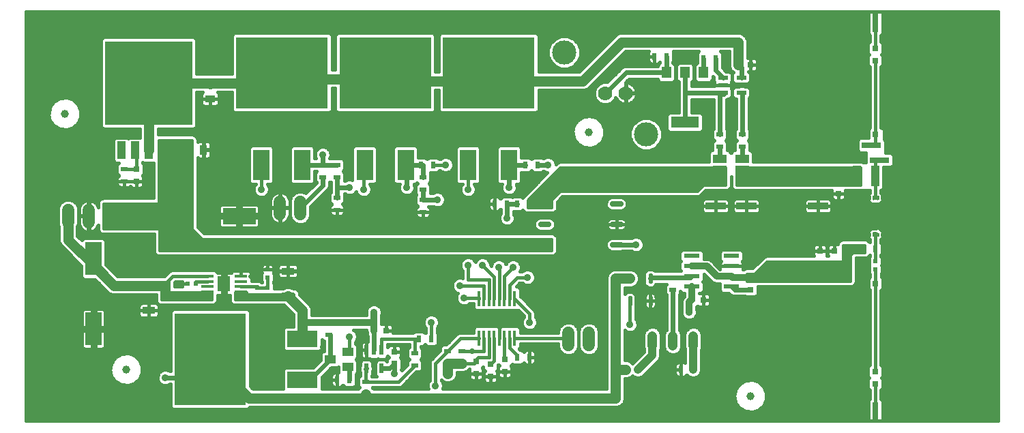
<source format=gtl>
G75*
%MOIN*%
%OFA0B0*%
%FSLAX25Y25*%
%IPPOS*%
%LPD*%
%AMOC8*
5,1,8,0,0,1.08239X$1,22.5*
%
%ADD10C,0.01600*%
%ADD11R,0.06299X0.01575*%
%ADD12R,0.06102X0.07480*%
%ADD13R,0.09843X0.03543*%
%ADD14R,0.03150X0.03150*%
%ADD15R,0.06299X0.03543*%
%ADD16R,0.01969X0.01969*%
%ADD17R,0.02362X0.01969*%
%ADD18R,0.02362X0.03543*%
%ADD19R,0.09700X0.03100*%
%ADD20C,0.00984*%
%ADD21R,0.12402X0.12402*%
%ADD22R,0.03937X0.03937*%
%ADD23C,0.00020*%
%ADD24R,0.08200X0.15000*%
%ADD25R,0.45000X0.35000*%
%ADD26R,0.15000X0.08200*%
%ADD27R,0.35000X0.45000*%
%ADD28R,0.42520X0.40984*%
%ADD29R,0.04200X0.08500*%
%ADD30R,0.03543X0.05118*%
%ADD31R,0.03543X0.02362*%
%ADD32R,0.05118X0.03543*%
%ADD33R,0.02000X0.04800*%
%ADD34R,0.01400X0.07800*%
%ADD35C,0.06000*%
%ADD36C,0.01700*%
%ADD37R,0.05512X0.03937*%
%ADD38C,0.02559*%
%ADD39R,0.04800X0.02000*%
%ADD40R,0.04724X0.05512*%
%ADD41R,0.13780X0.05512*%
%ADD42C,0.07000*%
%ADD43C,0.11811*%
%ADD44R,0.06890X0.04331*%
%ADD45R,0.04000X0.10000*%
%ADD46C,0.04800*%
%ADD47R,0.03000X0.10000*%
%ADD48R,0.05000X0.20000*%
%ADD49C,0.01000*%
%ADD50R,0.07800X0.02100*%
%ADD51R,0.07874X0.16142*%
%ADD52R,0.16142X0.07874*%
%ADD53C,0.03937*%
%ADD54C,0.02800*%
%ADD55C,0.23000*%
%ADD56C,0.18000*%
%ADD57C,0.05000*%
%ADD58C,0.02400*%
%ADD59C,0.03600*%
%ADD60C,0.01500*%
%ADD61C,0.03200*%
%ADD62C,0.04000*%
%ADD63C,0.00600*%
D10*
X0001800Y0027250D02*
X0413300Y0027250D01*
X0001800Y0027250D01*
X0001800Y0227250D01*
X0413300Y0227250D01*
X0413300Y0216422D01*
X0414050Y0215672D01*
X0414050Y0212431D01*
X0413225Y0211606D01*
X0413225Y0206800D01*
X0413775Y0206250D01*
X0413225Y0205700D01*
X0413225Y0200894D01*
X0414050Y0200069D01*
X0414050Y0170431D01*
X0413272Y0169653D01*
X0413272Y0165400D01*
X0409122Y0165400D01*
X0407950Y0164228D01*
X0407950Y0159472D01*
X0409122Y0158300D01*
X0412000Y0158300D01*
X0412000Y0157078D01*
X0411950Y0157028D01*
X0411950Y0153550D01*
X0410828Y0153550D01*
X0410628Y0153750D01*
X0357072Y0153750D01*
X0357072Y0158244D01*
X0355900Y0159415D01*
X0355572Y0159415D01*
X0355572Y0163307D01*
X0354628Y0164250D01*
X0355572Y0165193D01*
X0355572Y0169212D01*
X0355000Y0169784D01*
X0355000Y0184981D01*
X0355700Y0185681D01*
X0355700Y0189338D01*
X0354528Y0190510D01*
X0352919Y0190510D01*
X0352437Y0190710D01*
X0350663Y0190710D01*
X0350181Y0190510D01*
X0348072Y0190510D01*
X0346900Y0189338D01*
X0346900Y0185681D01*
X0348072Y0184510D01*
X0348600Y0184510D01*
X0348600Y0169784D01*
X0348028Y0169212D01*
X0348028Y0165193D01*
X0348972Y0164250D01*
X0348028Y0163307D01*
X0348028Y0159415D01*
X0347353Y0159415D01*
X0346213Y0158275D01*
X0345073Y0159415D01*
X0344572Y0159415D01*
X0344572Y0163307D01*
X0343628Y0164250D01*
X0344572Y0165193D01*
X0344572Y0169212D01*
X0344000Y0169784D01*
X0344000Y0184043D01*
X0344613Y0184297D01*
X0344825Y0184510D01*
X0345528Y0184510D01*
X0346700Y0185681D01*
X0346700Y0189338D01*
X0346400Y0189639D01*
X0346500Y0190013D01*
X0346500Y0191250D01*
X0346500Y0192487D01*
X0346400Y0192861D01*
X0346700Y0193162D01*
X0346700Y0196819D01*
X0345528Y0197990D01*
X0343825Y0197990D01*
X0341953Y0199863D01*
X0341953Y0204887D01*
X0341934Y0204932D01*
X0341934Y0206850D01*
X0341034Y0207750D01*
X0345347Y0207750D01*
X0345347Y0200355D01*
X0346032Y0198701D01*
X0347298Y0197435D01*
X0347453Y0197371D01*
X0346900Y0196819D01*
X0346900Y0193162D01*
X0348072Y0191990D01*
X0350181Y0191990D01*
X0350663Y0191790D01*
X0351937Y0191790D01*
X0352419Y0191990D01*
X0354528Y0191990D01*
X0355700Y0193162D01*
X0355700Y0196819D01*
X0354643Y0197875D01*
X0355753Y0197875D01*
X0357565Y0197875D01*
X0358022Y0197998D01*
X0358433Y0198235D01*
X0358768Y0198570D01*
X0359005Y0198980D01*
X0359128Y0199438D01*
X0359128Y0201250D01*
X0359128Y0203062D01*
X0359005Y0203520D01*
X0358768Y0203930D01*
X0358433Y0204265D01*
X0358022Y0204502D01*
X0357565Y0204625D01*
X0355753Y0204625D01*
X0355753Y0201250D01*
X0359128Y0201250D01*
X0355753Y0201250D01*
X0355753Y0201250D01*
X0355753Y0201250D01*
X0355753Y0197875D01*
X0355753Y0201250D01*
X0355753Y0201250D01*
X0355753Y0204625D01*
X0354347Y0204625D01*
X0354347Y0213098D01*
X0353662Y0214752D01*
X0352396Y0216018D01*
X0352349Y0216065D01*
X0350695Y0216750D01*
X0291905Y0216750D01*
X0290251Y0216065D01*
X0288985Y0214799D01*
X0271936Y0197750D01*
X0252300Y0197750D01*
X0252300Y0215578D01*
X0251128Y0216750D01*
X0204472Y0216750D01*
X0203300Y0215578D01*
X0203300Y0197750D01*
X0201800Y0197750D01*
X0201800Y0215578D01*
X0200628Y0216750D01*
X0153972Y0216750D01*
X0152800Y0215578D01*
X0152800Y0198750D01*
X0151300Y0198750D01*
X0151300Y0215578D01*
X0150128Y0216750D01*
X0103472Y0216750D01*
X0102300Y0215578D01*
X0102300Y0196750D01*
X0085060Y0196750D01*
X0085060Y0213571D01*
X0083888Y0214742D01*
X0039712Y0214742D01*
X0038540Y0213571D01*
X0038540Y0170929D01*
X0039712Y0169758D01*
X0057300Y0169758D01*
X0057300Y0165700D01*
X0052172Y0165700D01*
X0051750Y0165278D01*
X0051328Y0165700D01*
X0045472Y0165700D01*
X0044300Y0164528D01*
X0044300Y0154372D01*
X0045472Y0153200D01*
X0047016Y0153200D01*
X0046028Y0152212D01*
X0046028Y0148193D01*
X0047164Y0147058D01*
X0046923Y0146919D01*
X0046588Y0146584D01*
X0046351Y0146173D01*
X0046228Y0145715D01*
X0046228Y0144297D01*
X0046228Y0142879D01*
X0046351Y0142421D01*
X0046588Y0142011D01*
X0046923Y0141676D01*
X0047334Y0141439D01*
X0047791Y0141316D01*
X0049800Y0141316D01*
X0051809Y0141316D01*
X0052266Y0141439D01*
X0052677Y0141676D01*
X0052724Y0141723D01*
X0052785Y0141617D01*
X0053120Y0141282D01*
X0053530Y0141045D01*
X0053988Y0140922D01*
X0055800Y0140922D01*
X0057612Y0140922D01*
X0058070Y0141045D01*
X0058480Y0141282D01*
X0058815Y0141617D01*
X0059052Y0142028D01*
X0059175Y0142485D01*
X0059175Y0144297D01*
X0055800Y0144297D01*
X0055800Y0140922D01*
X0055800Y0144297D01*
X0055800Y0144297D01*
X0055800Y0144297D01*
X0052425Y0144297D01*
X0049800Y0144297D01*
X0049800Y0141316D01*
X0049800Y0144297D01*
X0049800Y0144297D01*
X0046228Y0144297D01*
X0049800Y0144297D01*
X0049800Y0144297D01*
X0049800Y0144297D01*
X0055800Y0144297D01*
X0055800Y0144297D01*
X0059175Y0144297D01*
X0059175Y0146109D01*
X0059052Y0146567D01*
X0058815Y0146977D01*
X0058684Y0147109D01*
X0059375Y0147800D01*
X0059375Y0152606D01*
X0058600Y0153381D01*
X0058600Y0153472D01*
X0058872Y0153200D01*
X0064000Y0153200D01*
X0064000Y0136050D01*
X0039243Y0136050D01*
X0038214Y0135624D01*
X0037426Y0134836D01*
X0037000Y0133807D01*
X0037000Y0131626D01*
X0036848Y0132093D01*
X0036505Y0132766D01*
X0036061Y0133377D01*
X0035527Y0133911D01*
X0034916Y0134355D01*
X0034243Y0134698D01*
X0033524Y0134932D01*
X0032778Y0135050D01*
X0032600Y0135050D01*
X0032600Y0127450D01*
X0032200Y0127450D01*
X0032200Y0135050D01*
X0032022Y0135050D01*
X0031276Y0134932D01*
X0030557Y0134698D01*
X0029884Y0134355D01*
X0029273Y0133911D01*
X0028739Y0133377D01*
X0028295Y0132766D01*
X0027952Y0132093D01*
X0027718Y0131374D01*
X0027600Y0130628D01*
X0027600Y0127450D01*
X0032200Y0127450D01*
X0032200Y0127050D01*
X0032600Y0127050D01*
X0032600Y0119450D01*
X0032778Y0119450D01*
X0033524Y0119568D01*
X0034243Y0119802D01*
X0034916Y0120145D01*
X0035527Y0120589D01*
X0036061Y0121123D01*
X0036505Y0121734D01*
X0036848Y0122407D01*
X0037000Y0122874D01*
X0037000Y0120693D01*
X0037426Y0119664D01*
X0038214Y0118876D01*
X0039243Y0118450D01*
X0064300Y0118450D01*
X0064300Y0109753D01*
X0064681Y0108834D01*
X0065384Y0108131D01*
X0066303Y0107750D01*
X0259297Y0107750D01*
X0260216Y0108131D01*
X0260919Y0108834D01*
X0261300Y0109753D01*
X0261300Y0116747D01*
X0260919Y0117666D01*
X0260216Y0118369D01*
X0259297Y0118750D01*
X0088836Y0118750D01*
X0085600Y0121986D01*
X0085600Y0155714D01*
X0085663Y0155651D01*
X0086074Y0155414D01*
X0086532Y0155291D01*
X0088454Y0155291D01*
X0088454Y0159564D01*
X0088626Y0159564D01*
X0088626Y0155291D01*
X0090549Y0155291D01*
X0091007Y0155414D01*
X0091417Y0155651D01*
X0091752Y0155986D01*
X0091989Y0156396D01*
X0092112Y0156854D01*
X0092112Y0159564D01*
X0088626Y0159564D01*
X0088626Y0159736D01*
X0088454Y0159736D01*
X0088454Y0164009D01*
X0086532Y0164009D01*
X0086074Y0163886D01*
X0085663Y0163649D01*
X0085600Y0163586D01*
X0085600Y0164807D01*
X0085174Y0165836D01*
X0084386Y0166624D01*
X0083357Y0167050D01*
X0066300Y0167050D01*
X0066300Y0169758D01*
X0083888Y0169758D01*
X0085060Y0170929D01*
X0085060Y0187750D01*
X0088184Y0187750D01*
X0088136Y0187722D01*
X0087801Y0187387D01*
X0087564Y0186976D01*
X0087441Y0186518D01*
X0087441Y0184596D01*
X0091714Y0184596D01*
X0091714Y0184424D01*
X0087441Y0184424D01*
X0087441Y0182501D01*
X0087564Y0182043D01*
X0087801Y0181633D01*
X0088136Y0181298D01*
X0088546Y0181061D01*
X0089004Y0180938D01*
X0091714Y0180938D01*
X0091714Y0184424D01*
X0091886Y0184424D01*
X0091886Y0184596D01*
X0096159Y0184596D01*
X0096159Y0186518D01*
X0096036Y0186976D01*
X0095799Y0187387D01*
X0095464Y0187722D01*
X0095415Y0187750D01*
X0102300Y0187750D01*
X0102300Y0178922D01*
X0103472Y0177750D01*
X0150128Y0177750D01*
X0151300Y0178922D01*
X0151300Y0189750D01*
X0152800Y0189750D01*
X0152800Y0178922D01*
X0153972Y0177750D01*
X0200628Y0177750D01*
X0201800Y0178922D01*
X0201800Y0188750D01*
X0203300Y0188750D01*
X0203300Y0178922D01*
X0204472Y0177750D01*
X0251128Y0177750D01*
X0252300Y0178922D01*
X0252300Y0188750D01*
X0274695Y0188750D01*
X0276349Y0189435D01*
X0294664Y0207750D01*
X0306008Y0207750D01*
X0305989Y0207716D01*
X0305866Y0207259D01*
X0305866Y0205250D01*
X0308847Y0205250D01*
X0308847Y0205250D01*
X0305866Y0205250D01*
X0305866Y0203241D01*
X0305989Y0202784D01*
X0306226Y0202373D01*
X0306561Y0202038D01*
X0306971Y0201801D01*
X0307429Y0201678D01*
X0308847Y0201678D01*
X0308847Y0205250D01*
X0308847Y0205250D01*
X0308847Y0201678D01*
X0310265Y0201678D01*
X0310723Y0201801D01*
X0311134Y0202038D01*
X0311469Y0202373D01*
X0311502Y0202430D01*
X0311502Y0202197D01*
X0310339Y0201035D01*
X0310339Y0200651D01*
X0294364Y0200651D01*
X0293188Y0200164D01*
X0285775Y0192750D01*
X0283706Y0192750D01*
X0281684Y0191913D01*
X0280137Y0190365D01*
X0279300Y0188344D01*
X0279300Y0186156D01*
X0280137Y0184134D01*
X0281684Y0182587D01*
X0283706Y0181750D01*
X0285894Y0181750D01*
X0287915Y0182587D01*
X0289463Y0184134D01*
X0289901Y0185192D01*
X0290267Y0184472D01*
X0290757Y0183797D01*
X0291347Y0183207D01*
X0292022Y0182717D01*
X0292766Y0182338D01*
X0293559Y0182080D01*
X0294383Y0181950D01*
X0294616Y0181950D01*
X0294616Y0187066D01*
X0294984Y0187066D01*
X0294984Y0181950D01*
X0295217Y0181950D01*
X0296041Y0182080D01*
X0296834Y0182338D01*
X0297578Y0182717D01*
X0298253Y0183207D01*
X0298843Y0183797D01*
X0299333Y0184472D01*
X0299712Y0185216D01*
X0299969Y0186009D01*
X0300100Y0186833D01*
X0300100Y0187066D01*
X0294984Y0187066D01*
X0294984Y0187434D01*
X0294616Y0187434D01*
X0294616Y0192540D01*
X0296326Y0194251D01*
X0310339Y0194251D01*
X0310339Y0193866D01*
X0311511Y0192695D01*
X0317892Y0192695D01*
X0319064Y0193866D01*
X0319064Y0201035D01*
X0317902Y0202197D01*
X0317902Y0202618D01*
X0317934Y0202650D01*
X0317934Y0204812D01*
X0317982Y0205714D01*
X0317934Y0205851D01*
X0317934Y0207750D01*
X0330566Y0207750D01*
X0329666Y0206850D01*
X0329666Y0204932D01*
X0329647Y0204887D01*
X0329647Y0202146D01*
X0328536Y0201035D01*
X0328536Y0193866D01*
X0329708Y0192695D01*
X0336089Y0192695D01*
X0337261Y0193866D01*
X0337261Y0195504D01*
X0337900Y0194865D01*
X0337900Y0193162D01*
X0338200Y0192861D01*
X0338100Y0192487D01*
X0338100Y0191250D01*
X0342300Y0191250D01*
X0346500Y0191250D01*
X0342300Y0191250D01*
X0342300Y0191250D01*
X0342300Y0191250D01*
X0338100Y0191250D01*
X0338100Y0190710D01*
X0327000Y0190710D01*
X0327000Y0192704D01*
X0328162Y0193866D01*
X0328162Y0201035D01*
X0326991Y0202207D01*
X0320609Y0202207D01*
X0319438Y0201035D01*
X0319438Y0193866D01*
X0320600Y0192704D01*
X0320600Y0177805D01*
X0316082Y0177805D01*
X0314910Y0176634D01*
X0314910Y0169465D01*
X0316082Y0168293D01*
X0331518Y0168293D01*
X0332690Y0169465D01*
X0332690Y0176634D01*
X0331518Y0177805D01*
X0327000Y0177805D01*
X0327000Y0184310D01*
X0337600Y0184310D01*
X0337600Y0169784D01*
X0337028Y0169212D01*
X0337028Y0165193D01*
X0337972Y0164250D01*
X0337028Y0163307D01*
X0337028Y0159415D01*
X0336527Y0159415D01*
X0335355Y0158244D01*
X0335355Y0153750D01*
X0262303Y0153750D01*
X0261384Y0153369D01*
X0260600Y0152586D01*
X0260600Y0153006D01*
X0260021Y0154403D01*
X0258953Y0155471D01*
X0257556Y0156050D01*
X0256044Y0156050D01*
X0254647Y0155471D01*
X0254626Y0155450D01*
X0254334Y0155450D01*
X0253762Y0156022D01*
X0249743Y0156022D01*
X0248800Y0155078D01*
X0247857Y0156022D01*
X0243900Y0156022D01*
X0243900Y0160578D01*
X0242728Y0161750D01*
X0232872Y0161750D01*
X0231700Y0160578D01*
X0231700Y0143922D01*
X0232872Y0142750D01*
X0234308Y0142750D01*
X0234000Y0142006D01*
X0234000Y0140494D01*
X0234579Y0139097D01*
X0235647Y0138029D01*
X0237044Y0137450D01*
X0238556Y0137450D01*
X0239953Y0138029D01*
X0241021Y0139097D01*
X0241600Y0140494D01*
X0241600Y0142006D01*
X0241292Y0142750D01*
X0242728Y0142750D01*
X0243900Y0143922D01*
X0243900Y0148478D01*
X0247857Y0148478D01*
X0248800Y0149422D01*
X0249743Y0148478D01*
X0253762Y0148478D01*
X0254334Y0149050D01*
X0254626Y0149050D01*
X0254647Y0149029D01*
X0256044Y0148450D01*
X0256464Y0148450D01*
X0245384Y0137369D01*
X0244681Y0136666D01*
X0244543Y0136335D01*
X0243857Y0137022D01*
X0239838Y0137022D01*
X0239300Y0136484D01*
X0238762Y0137022D01*
X0234743Y0137022D01*
X0233608Y0135886D01*
X0233469Y0136127D01*
X0233134Y0136462D01*
X0232723Y0136699D01*
X0232265Y0136822D01*
X0230847Y0136822D01*
X0229429Y0136822D01*
X0228971Y0136699D01*
X0228561Y0136462D01*
X0228226Y0136127D01*
X0227989Y0135716D01*
X0227866Y0135259D01*
X0227866Y0133250D01*
X0230847Y0133250D01*
X0230847Y0133250D01*
X0227866Y0133250D01*
X0227866Y0131241D01*
X0227989Y0130784D01*
X0228226Y0130373D01*
X0228561Y0130038D01*
X0228971Y0129801D01*
X0229429Y0129678D01*
X0230847Y0129678D01*
X0230847Y0133250D01*
X0230847Y0133250D01*
X0230847Y0136822D01*
X0230847Y0133250D01*
X0230847Y0133250D01*
X0230847Y0129678D01*
X0232265Y0129678D01*
X0232723Y0129801D01*
X0233134Y0130038D01*
X0233469Y0130373D01*
X0233600Y0130601D01*
X0233600Y0128424D01*
X0233579Y0128403D01*
X0233000Y0127006D01*
X0233000Y0125494D01*
X0233579Y0124097D01*
X0234647Y0123029D01*
X0236044Y0122450D01*
X0237556Y0122450D01*
X0238953Y0123029D01*
X0240021Y0124097D01*
X0240600Y0125494D01*
X0240600Y0127006D01*
X0240021Y0128403D01*
X0240000Y0128424D01*
X0240000Y0129478D01*
X0243857Y0129478D01*
X0244543Y0130165D01*
X0244681Y0129834D01*
X0245384Y0129131D01*
X0246303Y0128750D01*
X0259297Y0128750D01*
X0260216Y0129131D01*
X0260919Y0129834D01*
X0261300Y0130753D01*
X0261300Y0134214D01*
X0263836Y0136750D01*
X0330297Y0136750D01*
X0331216Y0137131D01*
X0333836Y0139750D01*
X0344297Y0139750D01*
X0345216Y0140131D01*
X0345919Y0140834D01*
X0346300Y0141753D01*
X0346681Y0140834D01*
X0347384Y0140131D01*
X0348303Y0139750D01*
X0395425Y0139750D01*
X0395425Y0138297D01*
X0395425Y0136485D01*
X0395548Y0136028D01*
X0395785Y0135617D01*
X0396120Y0135282D01*
X0396530Y0135045D01*
X0396988Y0134922D01*
X0398800Y0134922D01*
X0400612Y0134922D01*
X0401070Y0135045D01*
X0401480Y0135282D01*
X0401815Y0135617D01*
X0402052Y0136028D01*
X0402175Y0136485D01*
X0402175Y0138297D01*
X0398800Y0138297D01*
X0398800Y0134922D01*
X0398800Y0138297D01*
X0398800Y0138297D01*
X0398800Y0138297D01*
X0395425Y0138297D01*
X0398800Y0138297D01*
X0398800Y0138297D01*
X0402175Y0138297D01*
X0402175Y0139750D01*
X0410628Y0139750D01*
X0410828Y0139950D01*
X0413772Y0139950D01*
X0413972Y0139750D01*
X0414050Y0139750D01*
X0414050Y0138661D01*
X0413314Y0137925D01*
X0413314Y0134784D01*
X0413569Y0134529D01*
X0413703Y0134204D01*
X0414404Y0133503D01*
X0414728Y0133369D01*
X0414947Y0133150D01*
X0415257Y0133150D01*
X0415320Y0133124D01*
X0416311Y0133124D01*
X0416374Y0133150D01*
X0417226Y0133150D01*
X0417289Y0133124D01*
X0418280Y0133124D01*
X0418343Y0133150D01*
X0418737Y0133150D01*
X0419016Y0133429D01*
X0419196Y0133503D01*
X0419897Y0134204D01*
X0419972Y0134385D01*
X0420084Y0134497D01*
X0420084Y0134582D01*
X0420286Y0134784D01*
X0420286Y0137925D01*
X0419550Y0138661D01*
X0419550Y0139750D01*
X0419628Y0139750D01*
X0420800Y0140922D01*
X0420800Y0151100D01*
X0424478Y0151100D01*
X0425650Y0152272D01*
X0425650Y0157028D01*
X0424478Y0158200D01*
X0421600Y0158200D01*
X0421600Y0159422D01*
X0421650Y0159472D01*
X0421650Y0163875D01*
X0422753Y0163875D01*
X0424565Y0163875D01*
X0425022Y0163998D01*
X0425433Y0164235D01*
X0425768Y0164570D01*
X0426005Y0164980D01*
X0426128Y0165438D01*
X0426128Y0167250D01*
X0426128Y0169062D01*
X0426005Y0169520D01*
X0425768Y0169930D01*
X0425433Y0170265D01*
X0425022Y0170502D01*
X0424565Y0170625D01*
X0422753Y0170625D01*
X0422753Y0167250D01*
X0426128Y0167250D01*
X0422753Y0167250D01*
X0422753Y0167250D01*
X0422753Y0167250D01*
X0422753Y0163875D01*
X0422753Y0167250D01*
X0422753Y0167250D01*
X0422753Y0170625D01*
X0420941Y0170625D01*
X0420483Y0170502D01*
X0420073Y0170265D01*
X0419941Y0170134D01*
X0419550Y0170525D01*
X0419550Y0200069D01*
X0420375Y0200894D01*
X0420375Y0205700D01*
X0419825Y0206250D01*
X0420375Y0206800D01*
X0420375Y0211606D01*
X0419550Y0212431D01*
X0419550Y0215672D01*
X0420300Y0216422D01*
X0420300Y0227250D01*
X0476800Y0227250D01*
X0476800Y0027250D01*
X0420300Y0027250D01*
X0420300Y0037078D01*
X0419550Y0037828D01*
X0419550Y0042069D01*
X0420375Y0042894D01*
X0420375Y0047700D01*
X0419825Y0048250D01*
X0420375Y0048800D01*
X0420375Y0053606D01*
X0419550Y0054431D01*
X0419550Y0090975D01*
X0419941Y0091366D01*
X0420073Y0091235D01*
X0420483Y0090998D01*
X0420941Y0090875D01*
X0422753Y0090875D01*
X0424565Y0090875D01*
X0425022Y0090998D01*
X0425433Y0091235D01*
X0425768Y0091570D01*
X0426005Y0091980D01*
X0426128Y0092438D01*
X0426128Y0094250D01*
X0426128Y0096062D01*
X0426005Y0096520D01*
X0425768Y0096930D01*
X0425433Y0097265D01*
X0425022Y0097502D01*
X0424565Y0097625D01*
X0422753Y0097625D01*
X0422753Y0094250D01*
X0426128Y0094250D01*
X0422753Y0094250D01*
X0422753Y0094250D01*
X0422753Y0094250D01*
X0422753Y0090875D01*
X0422753Y0094250D01*
X0422753Y0094250D01*
X0422753Y0097625D01*
X0420941Y0097625D01*
X0420483Y0097502D01*
X0420073Y0097265D01*
X0419941Y0097134D01*
X0419597Y0097478D01*
X0419597Y0099085D01*
X0419981Y0099469D01*
X0419981Y0103094D01*
X0419825Y0103250D01*
X0419981Y0103406D01*
X0419981Y0107031D01*
X0419550Y0107462D01*
X0419550Y0108266D01*
X0419934Y0108650D01*
X0419934Y0113850D01*
X0419503Y0114281D01*
X0419503Y0115792D01*
X0420286Y0116575D01*
X0420286Y0119716D01*
X0420031Y0119971D01*
X0419897Y0120296D01*
X0419196Y0120997D01*
X0418280Y0121376D01*
X0417289Y0121376D01*
X0417226Y0121350D01*
X0416374Y0121350D01*
X0416311Y0121376D01*
X0415320Y0121376D01*
X0415257Y0121350D01*
X0414947Y0121350D01*
X0414863Y0121266D01*
X0414728Y0121131D01*
X0414404Y0120997D01*
X0413703Y0120296D01*
X0413569Y0119971D01*
X0413516Y0119918D01*
X0413314Y0119716D01*
X0413314Y0116575D01*
X0414003Y0115886D01*
X0414003Y0114465D01*
X0413919Y0114666D01*
X0413216Y0115369D01*
X0412297Y0115750D01*
X0400303Y0115750D01*
X0399384Y0115369D01*
X0398681Y0114666D01*
X0398300Y0113747D01*
X0398300Y0113578D01*
X0396800Y0113578D01*
X0394988Y0113578D01*
X0394530Y0113455D01*
X0394120Y0113218D01*
X0393785Y0112883D01*
X0393548Y0112472D01*
X0393425Y0112015D01*
X0393425Y0110203D01*
X0396800Y0110203D01*
X0396800Y0110203D01*
X0396800Y0113578D01*
X0396800Y0110203D01*
X0396800Y0110203D01*
X0393425Y0110203D01*
X0393425Y0108391D01*
X0393548Y0107933D01*
X0393654Y0107750D01*
X0392946Y0107750D01*
X0393052Y0107933D01*
X0393175Y0108391D01*
X0393175Y0110203D01*
X0393175Y0112015D01*
X0393052Y0112472D01*
X0392815Y0112883D01*
X0392480Y0113218D01*
X0392070Y0113455D01*
X0391612Y0113578D01*
X0389800Y0113578D01*
X0387988Y0113578D01*
X0387530Y0113455D01*
X0387120Y0113218D01*
X0386785Y0112883D01*
X0386548Y0112472D01*
X0386425Y0112015D01*
X0386425Y0110203D01*
X0389800Y0110203D01*
X0389800Y0110203D01*
X0389800Y0113578D01*
X0389800Y0110203D01*
X0393175Y0110203D01*
X0389800Y0110203D01*
X0389800Y0110203D01*
X0389800Y0110203D01*
X0386425Y0110203D01*
X0386425Y0108391D01*
X0386548Y0107933D01*
X0386654Y0107750D01*
X0363303Y0107750D01*
X0362384Y0107369D01*
X0356764Y0101750D01*
X0353303Y0101750D01*
X0352384Y0101369D01*
X0352098Y0101084D01*
X0352200Y0101463D01*
X0352200Y0102750D01*
X0352200Y0104037D01*
X0352077Y0104495D01*
X0351840Y0104905D01*
X0351637Y0105109D01*
X0352400Y0105872D01*
X0352400Y0109628D01*
X0351228Y0110800D01*
X0341772Y0110800D01*
X0340600Y0109628D01*
X0340600Y0105872D01*
X0341363Y0105109D01*
X0341160Y0104905D01*
X0340923Y0104495D01*
X0340800Y0104037D01*
X0340800Y0102750D01*
X0346500Y0102750D01*
X0352200Y0102750D01*
X0346500Y0102750D01*
X0346500Y0102750D01*
X0346500Y0102750D01*
X0340800Y0102750D01*
X0340800Y0101463D01*
X0340830Y0101350D01*
X0340791Y0101350D01*
X0336339Y0105802D01*
X0335016Y0106350D01*
X0333000Y0106350D01*
X0333000Y0109628D01*
X0331828Y0110800D01*
X0322372Y0110800D01*
X0321200Y0109628D01*
X0321200Y0105872D01*
X0321822Y0105250D01*
X0321200Y0104628D01*
X0321200Y0100872D01*
X0321669Y0100403D01*
X0308978Y0100403D01*
X0308564Y0100816D01*
X0307517Y0101250D01*
X0306083Y0101250D01*
X0305036Y0100816D01*
X0304234Y0100014D01*
X0303800Y0098967D01*
X0303800Y0097869D01*
X0303600Y0097387D01*
X0303600Y0096113D01*
X0303800Y0095631D01*
X0303800Y0094533D01*
X0304234Y0093486D01*
X0305036Y0092684D01*
X0306083Y0092250D01*
X0307517Y0092250D01*
X0308564Y0092684D01*
X0309366Y0093486D01*
X0309580Y0094003D01*
X0314724Y0094003D01*
X0314028Y0093307D01*
X0314028Y0089288D01*
X0314600Y0088716D01*
X0314600Y0071673D01*
X0314070Y0071142D01*
X0313400Y0069525D01*
X0313400Y0062975D01*
X0314070Y0061358D01*
X0315308Y0060120D01*
X0316925Y0059450D01*
X0318675Y0059450D01*
X0320292Y0060120D01*
X0321530Y0061358D01*
X0322200Y0062975D01*
X0322200Y0069525D01*
X0321530Y0071142D01*
X0321000Y0071673D01*
X0321000Y0088716D01*
X0321572Y0089288D01*
X0321572Y0090500D01*
X0322372Y0089700D01*
X0323500Y0089700D01*
X0323500Y0088881D01*
X0323272Y0088653D01*
X0323272Y0087766D01*
X0322748Y0087242D01*
X0322200Y0085919D01*
X0322200Y0081489D01*
X0322000Y0081006D01*
X0322000Y0079494D01*
X0322579Y0078097D01*
X0323647Y0077029D01*
X0325044Y0076450D01*
X0326556Y0076450D01*
X0327953Y0077029D01*
X0329021Y0078097D01*
X0329600Y0079494D01*
X0329600Y0081006D01*
X0329400Y0081489D01*
X0329400Y0082825D01*
X0329941Y0083366D01*
X0330073Y0083235D01*
X0330483Y0082998D01*
X0330941Y0082875D01*
X0332753Y0082875D01*
X0334565Y0082875D01*
X0335022Y0082998D01*
X0335433Y0083235D01*
X0335768Y0083570D01*
X0336005Y0083980D01*
X0336128Y0084438D01*
X0336128Y0086250D01*
X0336128Y0088062D01*
X0336005Y0088520D01*
X0335768Y0088930D01*
X0335433Y0089265D01*
X0335022Y0089502D01*
X0334565Y0089625D01*
X0332753Y0089625D01*
X0332753Y0086250D01*
X0336128Y0086250D01*
X0332753Y0086250D01*
X0332753Y0086250D01*
X0332753Y0086250D01*
X0332753Y0082875D01*
X0332753Y0086250D01*
X0332753Y0086250D01*
X0332753Y0089625D01*
X0330941Y0089625D01*
X0330700Y0089560D01*
X0330700Y0089700D01*
X0331828Y0089700D01*
X0333000Y0090872D01*
X0333000Y0094628D01*
X0332378Y0095250D01*
X0333000Y0095872D01*
X0333000Y0098959D01*
X0336248Y0095711D01*
X0336248Y0095711D01*
X0337261Y0094698D01*
X0338584Y0094150D01*
X0340600Y0094150D01*
X0340600Y0090872D01*
X0341772Y0089700D01*
X0345025Y0089700D01*
X0345240Y0089485D01*
X0346140Y0088584D01*
X0347316Y0088097D01*
X0353022Y0088097D01*
X0353397Y0087722D01*
X0358203Y0087722D01*
X0359375Y0088894D01*
X0359375Y0092750D01*
X0405297Y0092750D01*
X0406216Y0093131D01*
X0406919Y0093834D01*
X0407300Y0094753D01*
X0407300Y0106750D01*
X0412297Y0106750D01*
X0413216Y0107131D01*
X0413919Y0107834D01*
X0414050Y0108149D01*
X0414050Y0107462D01*
X0413619Y0107031D01*
X0413619Y0103406D01*
X0413775Y0103250D01*
X0413619Y0103094D01*
X0413619Y0099469D01*
X0414097Y0098990D01*
X0414097Y0097478D01*
X0413272Y0096653D01*
X0413272Y0091847D01*
X0414050Y0091069D01*
X0414050Y0054431D01*
X0413225Y0053606D01*
X0413225Y0048800D01*
X0413775Y0048250D01*
X0413225Y0047700D01*
X0413225Y0042894D01*
X0414050Y0042069D01*
X0414050Y0037828D01*
X0413300Y0037078D01*
X0413300Y0027250D01*
X0413300Y0028849D02*
X0001800Y0028849D01*
X0001800Y0030447D02*
X0413300Y0030447D01*
X0413300Y0032046D02*
X0358651Y0032046D01*
X0359753Y0032404D02*
X0356626Y0031388D01*
X0353357Y0031731D01*
X0350510Y0033375D01*
X0348578Y0036035D01*
X0347894Y0039250D01*
X0348578Y0042465D01*
X0350510Y0045125D01*
X0353357Y0046769D01*
X0356626Y0047112D01*
X0359753Y0046096D01*
X0362196Y0043897D01*
X0363533Y0040894D01*
X0363533Y0037606D01*
X0362196Y0034603D01*
X0359753Y0032404D01*
X0361130Y0033644D02*
X0413300Y0033644D01*
X0413300Y0035243D02*
X0362480Y0035243D01*
X0363192Y0036841D02*
X0413300Y0036841D01*
X0414050Y0038440D02*
X0363533Y0038440D01*
X0363533Y0040038D02*
X0414050Y0040038D01*
X0414050Y0041637D02*
X0363202Y0041637D01*
X0362490Y0043235D02*
X0413225Y0043235D01*
X0413225Y0044834D02*
X0361155Y0044834D01*
X0358719Y0046432D02*
X0413225Y0046432D01*
X0413555Y0048031D02*
X0296373Y0048031D01*
X0295695Y0047750D02*
X0297349Y0048435D01*
X0298068Y0049154D01*
X0298743Y0048478D01*
X0299406Y0048478D01*
X0299957Y0048250D01*
X0301548Y0048250D01*
X0302100Y0048478D01*
X0302762Y0048478D01*
X0303934Y0049650D01*
X0303934Y0049774D01*
X0310066Y0055906D01*
X0311191Y0057031D01*
X0311800Y0058502D01*
X0311800Y0062009D01*
X0312200Y0062975D01*
X0312200Y0069525D01*
X0311530Y0071142D01*
X0310292Y0072380D01*
X0308675Y0073050D01*
X0306925Y0073050D01*
X0305308Y0072380D01*
X0304070Y0071142D01*
X0303400Y0069525D01*
X0303400Y0062975D01*
X0303800Y0062009D01*
X0303800Y0060954D01*
X0298868Y0056022D01*
X0298743Y0056022D01*
X0298068Y0055346D01*
X0297349Y0056065D01*
X0295695Y0056750D01*
X0294300Y0056750D01*
X0294300Y0071376D01*
X0294647Y0071029D01*
X0296044Y0070450D01*
X0297556Y0070450D01*
X0298953Y0071029D01*
X0300021Y0072097D01*
X0300600Y0073494D01*
X0300600Y0075006D01*
X0300021Y0076403D01*
X0299600Y0076824D01*
X0299600Y0083050D01*
X0299800Y0083533D01*
X0299800Y0087967D01*
X0299366Y0089014D01*
X0298564Y0089816D01*
X0297517Y0090250D01*
X0296083Y0090250D01*
X0295036Y0089816D01*
X0294300Y0089080D01*
X0294300Y0092250D01*
X0297695Y0092250D01*
X0299349Y0092935D01*
X0300615Y0094201D01*
X0301300Y0095855D01*
X0301300Y0097645D01*
X0300615Y0099299D01*
X0299349Y0100565D01*
X0297695Y0101250D01*
X0288905Y0101250D01*
X0287251Y0100565D01*
X0285985Y0099299D01*
X0285300Y0097645D01*
X0285300Y0042750D01*
X0205292Y0042750D01*
X0205600Y0043494D01*
X0205600Y0045006D01*
X0205021Y0046403D01*
X0204600Y0046824D01*
X0204600Y0047086D01*
X0205251Y0046435D01*
X0206905Y0045750D01*
X0208695Y0045750D01*
X0210349Y0046435D01*
X0211615Y0047701D01*
X0212300Y0049355D01*
X0212300Y0050797D01*
X0215695Y0050797D01*
X0217349Y0051482D01*
X0218364Y0052497D01*
X0218529Y0052497D01*
X0218425Y0052109D01*
X0218425Y0050297D01*
X0218425Y0048485D01*
X0218548Y0048028D01*
X0218785Y0047617D01*
X0219120Y0047282D01*
X0219530Y0047045D01*
X0219988Y0046922D01*
X0221800Y0046922D01*
X0223612Y0046922D01*
X0224070Y0047045D01*
X0224480Y0047282D01*
X0224815Y0047617D01*
X0225052Y0048028D01*
X0225175Y0048485D01*
X0225175Y0050297D01*
X0221800Y0050297D01*
X0221800Y0046922D01*
X0221800Y0050297D01*
X0221800Y0050297D01*
X0221800Y0050297D01*
X0218425Y0050297D01*
X0221800Y0050297D01*
X0221800Y0050297D01*
X0225175Y0050297D01*
X0225175Y0052109D01*
X0225052Y0052567D01*
X0224815Y0052977D01*
X0224684Y0053109D01*
X0225225Y0053650D01*
X0225225Y0052300D01*
X0225916Y0051609D01*
X0225785Y0051477D01*
X0225548Y0051067D01*
X0225425Y0050609D01*
X0225425Y0048797D01*
X0225425Y0046985D01*
X0225548Y0046528D01*
X0225785Y0046117D01*
X0226120Y0045782D01*
X0226530Y0045545D01*
X0226988Y0045422D01*
X0228800Y0045422D01*
X0230612Y0045422D01*
X0231070Y0045545D01*
X0231480Y0045782D01*
X0231815Y0046117D01*
X0232052Y0046528D01*
X0232175Y0046985D01*
X0232175Y0048797D01*
X0228800Y0048797D01*
X0228800Y0045422D01*
X0228800Y0048797D01*
X0228800Y0048797D01*
X0228800Y0048797D01*
X0225425Y0048797D01*
X0228800Y0048797D01*
X0228800Y0048797D01*
X0232175Y0048797D01*
X0232175Y0050609D01*
X0232052Y0051067D01*
X0231815Y0051477D01*
X0231684Y0051609D01*
X0232375Y0052300D01*
X0232375Y0054318D01*
X0232541Y0054484D01*
X0232916Y0054109D01*
X0232785Y0053977D01*
X0232548Y0053567D01*
X0232425Y0053109D01*
X0232425Y0051297D01*
X0232425Y0049485D01*
X0232548Y0049028D01*
X0232785Y0048617D01*
X0233120Y0048282D01*
X0233530Y0048045D01*
X0233988Y0047922D01*
X0235800Y0047922D01*
X0237612Y0047922D01*
X0238070Y0048045D01*
X0238480Y0048282D01*
X0238815Y0048617D01*
X0239052Y0049028D01*
X0239175Y0049485D01*
X0239175Y0051297D01*
X0235800Y0051297D01*
X0235800Y0047922D01*
X0235800Y0051297D01*
X0235800Y0051297D01*
X0235800Y0051297D01*
X0232425Y0051297D01*
X0235800Y0051297D01*
X0235800Y0051297D01*
X0239175Y0051297D01*
X0239175Y0053109D01*
X0239052Y0053567D01*
X0238815Y0053977D01*
X0238684Y0054109D01*
X0239375Y0054800D01*
X0239375Y0054941D01*
X0239838Y0054478D01*
X0243857Y0054478D01*
X0244992Y0055614D01*
X0245131Y0055373D01*
X0245466Y0055038D01*
X0245877Y0054801D01*
X0246335Y0054678D01*
X0247753Y0054678D01*
X0249171Y0054678D01*
X0249629Y0054801D01*
X0250039Y0055038D01*
X0250374Y0055373D01*
X0250611Y0055784D01*
X0250734Y0056241D01*
X0250734Y0058250D01*
X0250734Y0060259D01*
X0250611Y0060716D01*
X0250374Y0061127D01*
X0250039Y0061462D01*
X0249629Y0061699D01*
X0249171Y0061822D01*
X0247753Y0061822D01*
X0247753Y0058250D01*
X0250734Y0058250D01*
X0247753Y0058250D01*
X0247753Y0058250D01*
X0247753Y0058250D01*
X0247753Y0054678D01*
X0247753Y0058250D01*
X0247753Y0058250D01*
X0247753Y0061822D01*
X0246335Y0061822D01*
X0245877Y0061699D01*
X0245466Y0061462D01*
X0245131Y0061127D01*
X0244992Y0060886D01*
X0243857Y0062022D01*
X0242988Y0062022D01*
X0242719Y0062291D01*
X0243250Y0062822D01*
X0243250Y0064750D01*
X0261800Y0064750D01*
X0261800Y0063255D01*
X0262561Y0061418D01*
X0263968Y0060011D01*
X0265805Y0059250D01*
X0267795Y0059250D01*
X0269632Y0060011D01*
X0271039Y0061418D01*
X0271800Y0063255D01*
X0272561Y0061418D01*
X0273968Y0060011D01*
X0275805Y0059250D01*
X0277795Y0059250D01*
X0279632Y0060011D01*
X0281039Y0061418D01*
X0281800Y0063255D01*
X0281800Y0071245D01*
X0281039Y0073082D01*
X0279632Y0074489D01*
X0277795Y0075250D01*
X0275805Y0075250D01*
X0273968Y0074489D01*
X0272561Y0073082D01*
X0271800Y0071245D01*
X0271800Y0063255D01*
X0271800Y0071245D01*
X0271039Y0073082D01*
X0269632Y0074489D01*
X0267795Y0075250D01*
X0265805Y0075250D01*
X0263968Y0074489D01*
X0262561Y0073082D01*
X0261800Y0071245D01*
X0261800Y0070350D01*
X0243250Y0070350D01*
X0243250Y0072278D01*
X0242078Y0073450D01*
X0234022Y0073450D01*
X0233822Y0073250D01*
X0233050Y0073250D01*
X0233050Y0067550D01*
X0230550Y0067550D02*
X0230550Y0056453D01*
X0228800Y0054703D01*
X0228050Y0058250D02*
X0222847Y0058250D01*
X0221800Y0057203D01*
X0221800Y0056203D01*
X0220894Y0055297D01*
X0214800Y0055297D01*
X0216734Y0051228D02*
X0218425Y0051228D01*
X0218425Y0049629D02*
X0212300Y0049629D01*
X0211751Y0048031D02*
X0218547Y0048031D01*
X0221800Y0048031D02*
X0221800Y0048031D01*
X0221800Y0049629D02*
X0221800Y0049629D01*
X0225175Y0049629D02*
X0225425Y0049629D01*
X0225425Y0048031D02*
X0225053Y0048031D01*
X0225603Y0046432D02*
X0210342Y0046432D01*
X0205600Y0044834D02*
X0285300Y0044834D01*
X0285300Y0046432D02*
X0231997Y0046432D01*
X0232175Y0048031D02*
X0233584Y0048031D01*
X0232425Y0049629D02*
X0232175Y0049629D01*
X0231959Y0051228D02*
X0232425Y0051228D01*
X0232375Y0052826D02*
X0232425Y0052826D01*
X0232482Y0054425D02*
X0232600Y0054425D01*
X0235550Y0057203D02*
X0235800Y0057203D01*
X0235550Y0057203D02*
X0235550Y0067550D01*
X0238050Y0067550D02*
X0238050Y0063000D01*
X0241847Y0059203D01*
X0241847Y0058250D01*
X0239000Y0054425D02*
X0285300Y0054425D01*
X0285300Y0056023D02*
X0250675Y0056023D01*
X0250734Y0057622D02*
X0285300Y0057622D01*
X0285300Y0059220D02*
X0250734Y0059220D01*
X0250552Y0060819D02*
X0263160Y0060819D01*
X0262147Y0062417D02*
X0242846Y0062417D01*
X0243250Y0064016D02*
X0261800Y0064016D01*
X0266500Y0067550D02*
X0266800Y0067250D01*
X0266500Y0067550D02*
X0240550Y0067550D01*
X0243250Y0070410D02*
X0261800Y0070410D01*
X0262116Y0072008D02*
X0249904Y0072008D01*
X0249953Y0072029D02*
X0251021Y0073097D01*
X0251600Y0074494D01*
X0251600Y0076006D01*
X0251021Y0077403D01*
X0250600Y0077824D01*
X0250600Y0080257D01*
X0250174Y0081286D01*
X0243250Y0088210D01*
X0243250Y0091678D01*
X0242078Y0092850D01*
X0241360Y0092850D01*
X0242960Y0094450D01*
X0244226Y0094450D01*
X0244647Y0094029D01*
X0246044Y0093450D01*
X0247556Y0093450D01*
X0248953Y0094029D01*
X0250021Y0095097D01*
X0250600Y0096494D01*
X0250600Y0098006D01*
X0250021Y0099403D01*
X0248953Y0100471D01*
X0247556Y0101050D01*
X0246044Y0101050D01*
X0244647Y0100471D01*
X0244226Y0100050D01*
X0242974Y0100050D01*
X0243021Y0100097D01*
X0243600Y0101494D01*
X0243600Y0103006D01*
X0243021Y0104403D01*
X0241953Y0105471D01*
X0240556Y0106050D01*
X0239044Y0106050D01*
X0237647Y0105471D01*
X0236579Y0104403D01*
X0236300Y0103730D01*
X0236021Y0104403D01*
X0234953Y0105471D01*
X0233556Y0106050D01*
X0232044Y0106050D01*
X0230647Y0105471D01*
X0229579Y0104403D01*
X0229001Y0103009D01*
X0228600Y0103410D01*
X0228600Y0104006D01*
X0228021Y0105403D01*
X0226953Y0106471D01*
X0225556Y0107050D01*
X0224044Y0107050D01*
X0222647Y0106471D01*
X0221579Y0105403D01*
X0221300Y0104730D01*
X0221021Y0105403D01*
X0219953Y0106471D01*
X0218556Y0107050D01*
X0217044Y0107050D01*
X0215647Y0106471D01*
X0214579Y0105403D01*
X0214000Y0104006D01*
X0214000Y0102494D01*
X0214579Y0101097D01*
X0215000Y0100676D01*
X0215000Y0096866D01*
X0214556Y0097050D01*
X0213044Y0097050D01*
X0211647Y0096471D01*
X0210579Y0095403D01*
X0210000Y0094006D01*
X0210000Y0092494D01*
X0210579Y0091097D01*
X0211647Y0090029D01*
X0212748Y0089572D01*
X0212579Y0089403D01*
X0212000Y0088006D01*
X0212000Y0086494D01*
X0212579Y0085097D01*
X0213647Y0084029D01*
X0215044Y0083450D01*
X0216556Y0083450D01*
X0217953Y0084029D01*
X0218374Y0084450D01*
X0220350Y0084450D01*
X0220350Y0082222D01*
X0221522Y0081050D01*
X0239578Y0081050D01*
X0242078Y0081050D01*
X0242284Y0081256D01*
X0245000Y0078540D01*
X0245000Y0077824D01*
X0244579Y0077403D01*
X0244000Y0076006D01*
X0244000Y0074494D01*
X0244579Y0073097D01*
X0245647Y0072029D01*
X0247044Y0071450D01*
X0248556Y0071450D01*
X0249953Y0072029D01*
X0251232Y0073607D02*
X0263086Y0073607D01*
X0265698Y0075205D02*
X0251600Y0075205D01*
X0251269Y0076804D02*
X0285300Y0076804D01*
X0285300Y0078402D02*
X0250600Y0078402D01*
X0250600Y0080001D02*
X0285300Y0080001D01*
X0285300Y0081599D02*
X0249860Y0081599D01*
X0248262Y0083198D02*
X0285300Y0083198D01*
X0285300Y0084796D02*
X0246663Y0084796D01*
X0245065Y0086395D02*
X0285300Y0086395D01*
X0285300Y0087993D02*
X0243466Y0087993D01*
X0243250Y0089592D02*
X0285300Y0089592D01*
X0285300Y0091190D02*
X0243250Y0091190D01*
X0242139Y0092789D02*
X0285300Y0092789D01*
X0285300Y0094387D02*
X0249311Y0094387D01*
X0250390Y0095986D02*
X0285300Y0095986D01*
X0285300Y0097584D02*
X0250600Y0097584D01*
X0250112Y0099183D02*
X0285937Y0099183D01*
X0287774Y0100782D02*
X0248204Y0100782D01*
X0245396Y0100782D02*
X0243305Y0100782D01*
X0243600Y0102380D02*
X0321200Y0102380D01*
X0321200Y0103979D02*
X0243197Y0103979D01*
X0241698Y0105577D02*
X0321495Y0105577D01*
X0321200Y0107176D02*
X0040737Y0107176D01*
X0040737Y0108774D02*
X0064740Y0108774D01*
X0064300Y0110373D02*
X0040737Y0110373D01*
X0040737Y0111971D02*
X0064300Y0111971D01*
X0064300Y0113570D02*
X0040737Y0113570D01*
X0040737Y0115168D02*
X0064300Y0115168D01*
X0064300Y0116767D02*
X0027624Y0116767D01*
X0026900Y0117490D02*
X0026900Y0122048D01*
X0027400Y0123255D01*
X0027400Y0131245D01*
X0026639Y0133082D01*
X0025232Y0134489D01*
X0023395Y0135250D01*
X0021405Y0135250D01*
X0019568Y0134489D01*
X0018161Y0133082D01*
X0017400Y0131245D01*
X0017400Y0123255D01*
X0017900Y0122048D01*
X0017900Y0114731D01*
X0018585Y0113077D01*
X0028863Y0102799D01*
X0028863Y0097477D01*
X0030035Y0096305D01*
X0035357Y0096305D01*
X0040859Y0090803D01*
X0042125Y0089537D01*
X0043779Y0088852D01*
X0061056Y0088852D01*
X0061303Y0088750D01*
X0065300Y0088750D01*
X0065300Y0085753D01*
X0065681Y0084834D01*
X0066384Y0084131D01*
X0067303Y0083750D01*
X0093297Y0083750D01*
X0094216Y0084131D01*
X0094919Y0084834D01*
X0095300Y0085753D01*
X0095300Y0088520D01*
X0095328Y0088548D01*
X0097807Y0088548D01*
X0097807Y0093363D01*
X0099258Y0093363D01*
X0099258Y0088548D01*
X0101300Y0088548D01*
X0101300Y0085753D01*
X0101681Y0084834D01*
X0102384Y0084131D01*
X0103303Y0083750D01*
X0127834Y0083750D01*
X0132300Y0079284D01*
X0132300Y0073350D01*
X0128472Y0073350D01*
X0127300Y0072178D01*
X0127300Y0062322D01*
X0128472Y0061150D01*
X0145128Y0061150D01*
X0146300Y0062322D01*
X0146300Y0067016D01*
X0147200Y0066116D01*
X0147269Y0066116D01*
X0147269Y0061218D01*
X0146885Y0061218D01*
X0145713Y0060047D01*
X0145713Y0057020D01*
X0142044Y0053350D01*
X0128472Y0053350D01*
X0127300Y0052178D01*
X0127300Y0042750D01*
X0112664Y0042750D01*
X0111300Y0044114D01*
X0111300Y0080578D01*
X0110128Y0081750D01*
X0073472Y0081750D01*
X0072300Y0080578D01*
X0072300Y0051450D01*
X0071974Y0051450D01*
X0071953Y0051471D01*
X0070556Y0052050D01*
X0069044Y0052050D01*
X0067647Y0051471D01*
X0066579Y0050403D01*
X0066000Y0049006D01*
X0066000Y0047494D01*
X0066579Y0046097D01*
X0067647Y0045029D01*
X0069044Y0044450D01*
X0070556Y0044450D01*
X0071953Y0045029D01*
X0071974Y0045050D01*
X0072300Y0045050D01*
X0072300Y0033922D01*
X0073472Y0032750D01*
X0110128Y0032750D01*
X0111128Y0033750D01*
X0290695Y0033750D01*
X0292349Y0034435D01*
X0293615Y0035701D01*
X0294300Y0037355D01*
X0294300Y0047750D01*
X0295695Y0047750D01*
X0294300Y0046432D02*
X0352774Y0046432D01*
X0350299Y0044834D02*
X0294300Y0044834D01*
X0294300Y0043235D02*
X0349137Y0043235D01*
X0348402Y0041637D02*
X0294300Y0041637D01*
X0294300Y0040038D02*
X0348062Y0040038D01*
X0348067Y0038440D02*
X0294300Y0038440D01*
X0294087Y0036841D02*
X0348407Y0036841D01*
X0349153Y0035243D02*
X0293157Y0035243D01*
X0285300Y0043235D02*
X0205493Y0043235D01*
X0205258Y0046432D02*
X0204992Y0046432D01*
X0201800Y0044250D02*
X0201800Y0055203D01*
X0207800Y0061203D01*
X0214147Y0067550D01*
X0223050Y0067550D01*
X0225550Y0067550D02*
X0225550Y0061203D01*
X0219800Y0061203D01*
X0214800Y0061203D01*
X0208252Y0065614D02*
X0202934Y0065614D01*
X0202934Y0064650D02*
X0202934Y0069850D01*
X0202600Y0070184D01*
X0202600Y0072676D01*
X0203021Y0073097D01*
X0203600Y0074494D01*
X0203600Y0076006D01*
X0203021Y0077403D01*
X0201953Y0078471D01*
X0200556Y0079050D01*
X0199044Y0079050D01*
X0197647Y0078471D01*
X0196579Y0077403D01*
X0196000Y0076006D01*
X0196000Y0074494D01*
X0196579Y0073097D01*
X0197000Y0072676D01*
X0197000Y0070278D01*
X0196800Y0070078D01*
X0195857Y0071022D01*
X0191838Y0071022D01*
X0190866Y0070050D01*
X0181128Y0070050D01*
X0181128Y0071250D01*
X0181128Y0073062D01*
X0181005Y0073520D01*
X0180768Y0073930D01*
X0180433Y0074265D01*
X0180022Y0074502D01*
X0179565Y0074625D01*
X0177753Y0074625D01*
X0177753Y0071250D01*
X0181128Y0071250D01*
X0177753Y0071250D01*
X0177753Y0071250D01*
X0177753Y0071250D01*
X0177753Y0074625D01*
X0175941Y0074625D01*
X0175483Y0074502D01*
X0175447Y0074481D01*
X0175447Y0075919D01*
X0175400Y0076033D01*
X0175400Y0079011D01*
X0175600Y0079494D01*
X0175600Y0081006D01*
X0175021Y0082403D01*
X0173953Y0083471D01*
X0172556Y0084050D01*
X0171044Y0084050D01*
X0169647Y0083471D01*
X0168579Y0082403D01*
X0168000Y0081006D01*
X0168000Y0079494D01*
X0168200Y0079011D01*
X0168200Y0078803D01*
X0150583Y0078803D01*
X0150469Y0078850D01*
X0141300Y0078850D01*
X0141300Y0082043D01*
X0140615Y0083697D01*
X0139349Y0084963D01*
X0135300Y0089012D01*
X0135300Y0089747D01*
X0134950Y0090593D01*
X0134950Y0090748D01*
X0133778Y0091919D01*
X0132392Y0091919D01*
X0132349Y0091963D01*
X0130695Y0092648D01*
X0128905Y0092648D01*
X0127251Y0091963D01*
X0127208Y0091919D01*
X0125822Y0091919D01*
X0125653Y0091750D01*
X0122981Y0091750D01*
X0122981Y0094031D01*
X0122600Y0094412D01*
X0122600Y0095088D01*
X0122981Y0095469D01*
X0122981Y0099094D01*
X0122614Y0099462D01*
X0122658Y0099539D01*
X0122781Y0099997D01*
X0122781Y0101218D01*
X0119800Y0101218D01*
X0116819Y0101218D01*
X0116819Y0099997D01*
X0116942Y0099539D01*
X0116986Y0099462D01*
X0116619Y0099094D01*
X0116619Y0095469D01*
X0117000Y0095088D01*
X0117000Y0095018D01*
X0116797Y0095018D01*
X0116613Y0095203D01*
X0116338Y0095203D01*
X0115357Y0095609D01*
X0111950Y0095609D01*
X0111950Y0096984D01*
X0111750Y0097184D01*
X0111750Y0097927D01*
X0111006Y0097927D01*
X0111750Y0097927D01*
X0111750Y0098952D01*
X0111627Y0099409D01*
X0111390Y0099820D01*
X0111055Y0100155D01*
X0110644Y0100392D01*
X0110187Y0100515D01*
X0106800Y0100515D01*
X0106800Y0098155D01*
X0106800Y0100515D01*
X0103413Y0100515D01*
X0102956Y0100392D01*
X0102545Y0100155D01*
X0102210Y0099820D01*
X0102062Y0099564D01*
X0101820Y0099629D01*
X0099258Y0099629D01*
X0099258Y0094814D01*
X0097807Y0094814D01*
X0097807Y0099629D01*
X0095328Y0099629D01*
X0094243Y0100715D01*
X0090852Y0100715D01*
X0090822Y0100727D01*
X0072920Y0100727D01*
X0071891Y0100301D01*
X0069340Y0097750D01*
X0062942Y0097750D01*
X0062695Y0097852D01*
X0046538Y0097852D01*
X0040737Y0103653D01*
X0040737Y0115275D01*
X0039565Y0116447D01*
X0030035Y0116447D01*
X0028989Y0115401D01*
X0026900Y0117490D01*
X0026900Y0118365D02*
X0064300Y0118365D01*
X0082800Y0121250D02*
X0039800Y0121250D01*
X0039800Y0133250D01*
X0066800Y0133250D01*
X0066800Y0164250D01*
X0082800Y0164250D01*
X0082800Y0121250D01*
X0082800Y0121562D02*
X0039800Y0121562D01*
X0039800Y0123161D02*
X0082800Y0123161D01*
X0082800Y0124759D02*
X0039800Y0124759D01*
X0039800Y0126358D02*
X0082800Y0126358D01*
X0082800Y0127956D02*
X0039800Y0127956D01*
X0039800Y0129555D02*
X0082800Y0129555D01*
X0082800Y0131153D02*
X0039800Y0131153D01*
X0039800Y0132752D02*
X0082800Y0132752D01*
X0082800Y0134350D02*
X0066800Y0134350D01*
X0066800Y0135949D02*
X0082800Y0135949D01*
X0082800Y0137547D02*
X0066800Y0137547D01*
X0066800Y0139146D02*
X0082800Y0139146D01*
X0082800Y0140744D02*
X0066800Y0140744D01*
X0066800Y0142343D02*
X0082800Y0142343D01*
X0082800Y0143941D02*
X0066800Y0143941D01*
X0066800Y0145540D02*
X0082800Y0145540D01*
X0082800Y0147138D02*
X0066800Y0147138D01*
X0066800Y0148737D02*
X0082800Y0148737D01*
X0082800Y0150335D02*
X0066800Y0150335D01*
X0066800Y0151934D02*
X0082800Y0151934D01*
X0082800Y0153532D02*
X0066800Y0153532D01*
X0066800Y0155131D02*
X0082800Y0155131D01*
X0082800Y0156729D02*
X0066800Y0156729D01*
X0066800Y0158328D02*
X0082800Y0158328D01*
X0082800Y0159926D02*
X0066800Y0159926D01*
X0066800Y0161525D02*
X0082800Y0161525D01*
X0082800Y0163123D02*
X0066800Y0163123D01*
X0066300Y0167919D02*
X0268965Y0167919D01*
X0268894Y0168250D02*
X0269578Y0171465D01*
X0271510Y0174125D01*
X0274357Y0175769D01*
X0277626Y0176112D01*
X0280753Y0175096D01*
X0283196Y0172897D01*
X0284533Y0169894D01*
X0284533Y0166606D01*
X0283196Y0163603D01*
X0280753Y0161404D01*
X0277626Y0160388D01*
X0274357Y0160731D01*
X0271510Y0162375D01*
X0269578Y0165035D01*
X0268894Y0168250D01*
X0269164Y0169518D02*
X0066300Y0169518D01*
X0057300Y0169518D02*
X0022026Y0169518D01*
X0021626Y0169388D02*
X0024753Y0170404D01*
X0027196Y0172603D01*
X0028533Y0175606D01*
X0028533Y0178894D01*
X0027196Y0181897D01*
X0024753Y0184096D01*
X0021626Y0185112D01*
X0018357Y0184769D01*
X0015510Y0183125D01*
X0013578Y0180465D01*
X0012894Y0177250D01*
X0013578Y0174035D01*
X0015510Y0171375D01*
X0018357Y0169731D01*
X0021626Y0169388D01*
X0020392Y0169518D02*
X0001800Y0169518D01*
X0001800Y0171116D02*
X0015959Y0171116D01*
X0014537Y0172715D02*
X0001800Y0172715D01*
X0001800Y0174313D02*
X0013519Y0174313D01*
X0013179Y0175912D02*
X0001800Y0175912D01*
X0001800Y0177510D02*
X0012950Y0177510D01*
X0013290Y0179109D02*
X0001800Y0179109D01*
X0001800Y0180707D02*
X0013754Y0180707D01*
X0014915Y0182306D02*
X0001800Y0182306D01*
X0001800Y0183904D02*
X0016860Y0183904D01*
X0024966Y0183904D02*
X0038540Y0183904D01*
X0038540Y0182306D02*
X0026742Y0182306D01*
X0027725Y0180707D02*
X0038540Y0180707D01*
X0038540Y0179109D02*
X0028437Y0179109D01*
X0028533Y0177510D02*
X0038540Y0177510D01*
X0038540Y0175912D02*
X0028533Y0175912D01*
X0027957Y0174313D02*
X0038540Y0174313D01*
X0038540Y0172715D02*
X0027245Y0172715D01*
X0025544Y0171116D02*
X0038540Y0171116D01*
X0044494Y0164722D02*
X0001800Y0164722D01*
X0001800Y0166320D02*
X0057300Y0166320D01*
X0057300Y0167919D02*
X0001800Y0167919D01*
X0001800Y0163123D02*
X0044300Y0163123D01*
X0044300Y0161525D02*
X0001800Y0161525D01*
X0001800Y0159926D02*
X0044300Y0159926D01*
X0044300Y0158328D02*
X0001800Y0158328D01*
X0001800Y0156729D02*
X0044300Y0156729D01*
X0044300Y0155131D02*
X0001800Y0155131D01*
X0001800Y0153532D02*
X0045139Y0153532D01*
X0046028Y0151934D02*
X0001800Y0151934D01*
X0001800Y0150335D02*
X0046028Y0150335D01*
X0046028Y0148737D02*
X0001800Y0148737D01*
X0001800Y0147138D02*
X0047083Y0147138D01*
X0046228Y0145540D02*
X0001800Y0145540D01*
X0001800Y0143941D02*
X0046228Y0143941D01*
X0046396Y0142343D02*
X0001800Y0142343D01*
X0001800Y0140744D02*
X0064000Y0140744D01*
X0064000Y0139146D02*
X0001800Y0139146D01*
X0001800Y0137547D02*
X0064000Y0137547D01*
X0064000Y0142343D02*
X0059137Y0142343D01*
X0059175Y0143941D02*
X0064000Y0143941D01*
X0064000Y0145540D02*
X0059175Y0145540D01*
X0058714Y0147138D02*
X0064000Y0147138D01*
X0064000Y0148737D02*
X0059375Y0148737D01*
X0059375Y0150335D02*
X0064000Y0150335D01*
X0064000Y0151934D02*
X0059375Y0151934D01*
X0055800Y0150203D02*
X0049800Y0150203D01*
X0055800Y0150203D02*
X0055800Y0159450D01*
X0055100Y0159450D01*
X0055800Y0143941D02*
X0055800Y0143941D01*
X0055800Y0142343D02*
X0055800Y0142343D01*
X0049800Y0142343D02*
X0049800Y0142343D01*
X0049800Y0143941D02*
X0049800Y0143941D01*
X0038999Y0135949D02*
X0001800Y0135949D01*
X0001800Y0134350D02*
X0019429Y0134350D01*
X0018024Y0132752D02*
X0001800Y0132752D01*
X0001800Y0131153D02*
X0017400Y0131153D01*
X0017400Y0129555D02*
X0001800Y0129555D01*
X0001800Y0127956D02*
X0017400Y0127956D01*
X0017400Y0126358D02*
X0001800Y0126358D01*
X0001800Y0124759D02*
X0017400Y0124759D01*
X0017439Y0123161D02*
X0001800Y0123161D01*
X0001800Y0121562D02*
X0017900Y0121562D01*
X0017900Y0119964D02*
X0001800Y0119964D01*
X0001800Y0118365D02*
X0017900Y0118365D01*
X0017900Y0116767D02*
X0001800Y0116767D01*
X0001800Y0115168D02*
X0017900Y0115168D01*
X0018381Y0113570D02*
X0001800Y0113570D01*
X0001800Y0111971D02*
X0019691Y0111971D01*
X0021290Y0110373D02*
X0001800Y0110373D01*
X0001800Y0108774D02*
X0022888Y0108774D01*
X0024487Y0107176D02*
X0001800Y0107176D01*
X0001800Y0105577D02*
X0026085Y0105577D01*
X0027684Y0103979D02*
X0001800Y0103979D01*
X0001800Y0102380D02*
X0028863Y0102380D01*
X0028863Y0100782D02*
X0001800Y0100782D01*
X0001800Y0099183D02*
X0028863Y0099183D01*
X0028863Y0097584D02*
X0001800Y0097584D01*
X0001800Y0095986D02*
X0035676Y0095986D01*
X0037275Y0094387D02*
X0001800Y0094387D01*
X0001800Y0092789D02*
X0038873Y0092789D01*
X0040472Y0091190D02*
X0001800Y0091190D01*
X0001800Y0089592D02*
X0042070Y0089592D01*
X0040859Y0090803D02*
X0040859Y0090803D01*
X0038974Y0081995D02*
X0035600Y0081995D01*
X0035600Y0072924D01*
X0040537Y0072924D01*
X0040537Y0080432D01*
X0040414Y0080890D01*
X0040177Y0081300D01*
X0039842Y0081635D01*
X0039432Y0081872D01*
X0038974Y0081995D01*
X0039878Y0081599D02*
X0056850Y0081599D01*
X0056850Y0081233D02*
X0061714Y0081233D01*
X0061714Y0081062D01*
X0056850Y0081062D01*
X0056850Y0079139D01*
X0056973Y0078681D01*
X0057210Y0078271D01*
X0057545Y0077936D01*
X0057956Y0077699D01*
X0058413Y0077576D01*
X0061714Y0077576D01*
X0061714Y0081062D01*
X0061886Y0081062D01*
X0061886Y0081233D01*
X0066750Y0081233D01*
X0066750Y0083156D01*
X0066627Y0083614D01*
X0066390Y0084025D01*
X0066055Y0084360D01*
X0065644Y0084597D01*
X0065187Y0084719D01*
X0061886Y0084719D01*
X0061886Y0081234D01*
X0061714Y0081234D01*
X0061714Y0084719D01*
X0058413Y0084719D01*
X0057956Y0084597D01*
X0057545Y0084360D01*
X0057210Y0084025D01*
X0056973Y0083614D01*
X0056850Y0083156D01*
X0056850Y0081233D01*
X0056850Y0080001D02*
X0040537Y0080001D01*
X0040537Y0078402D02*
X0057134Y0078402D01*
X0061714Y0078402D02*
X0061886Y0078402D01*
X0061886Y0077576D02*
X0065187Y0077576D01*
X0065644Y0077699D01*
X0066055Y0077936D01*
X0066390Y0078271D01*
X0066627Y0078681D01*
X0066750Y0079139D01*
X0066750Y0081062D01*
X0061886Y0081062D01*
X0061886Y0077576D01*
X0061886Y0080001D02*
X0061714Y0080001D01*
X0061714Y0081599D02*
X0061886Y0081599D01*
X0061886Y0083198D02*
X0061714Y0083198D01*
X0065718Y0084796D02*
X0001800Y0084796D01*
X0001800Y0083198D02*
X0056862Y0083198D01*
X0065300Y0086395D02*
X0001800Y0086395D01*
X0001800Y0087993D02*
X0065300Y0087993D01*
X0066738Y0083198D02*
X0128386Y0083198D01*
X0129984Y0081599D02*
X0110279Y0081599D01*
X0111300Y0080001D02*
X0131583Y0080001D01*
X0132300Y0078402D02*
X0111300Y0078402D01*
X0111300Y0076804D02*
X0132300Y0076804D01*
X0132300Y0075205D02*
X0111300Y0075205D01*
X0111300Y0073607D02*
X0132300Y0073607D01*
X0127300Y0072008D02*
X0111300Y0072008D01*
X0111300Y0070410D02*
X0127300Y0070410D01*
X0127300Y0068811D02*
X0111300Y0068811D01*
X0111300Y0067213D02*
X0127300Y0067213D01*
X0127300Y0065614D02*
X0111300Y0065614D01*
X0111300Y0064016D02*
X0127300Y0064016D01*
X0127300Y0062417D02*
X0111300Y0062417D01*
X0111300Y0060819D02*
X0146485Y0060819D01*
X0146300Y0062417D02*
X0147269Y0062417D01*
X0147269Y0064016D02*
X0146300Y0064016D01*
X0146300Y0065614D02*
X0147269Y0065614D01*
X0145713Y0059220D02*
X0111300Y0059220D01*
X0111300Y0057622D02*
X0145713Y0057622D01*
X0144717Y0056023D02*
X0111300Y0056023D01*
X0111300Y0054425D02*
X0143119Y0054425D01*
X0147374Y0049629D02*
X0150965Y0049629D01*
X0150989Y0049716D02*
X0150866Y0049259D01*
X0150866Y0047250D01*
X0153847Y0047250D01*
X0153847Y0047250D01*
X0150866Y0047250D01*
X0150866Y0045241D01*
X0150989Y0044784D01*
X0151226Y0044373D01*
X0151561Y0044038D01*
X0151971Y0043801D01*
X0152429Y0043678D01*
X0153847Y0043678D01*
X0153847Y0047250D01*
X0153847Y0047250D01*
X0153847Y0050822D01*
X0152429Y0050822D01*
X0151971Y0050699D01*
X0151561Y0050462D01*
X0151226Y0050127D01*
X0150989Y0049716D01*
X0150866Y0048031D02*
X0146300Y0048031D01*
X0146300Y0048555D02*
X0146300Y0042750D01*
X0163945Y0042750D01*
X0163985Y0042846D01*
X0164680Y0043541D01*
X0164028Y0044193D01*
X0164028Y0048212D01*
X0165000Y0049184D01*
X0165000Y0050888D01*
X0164600Y0051854D01*
X0164600Y0053127D01*
X0165060Y0054237D01*
X0165060Y0055978D01*
X0166231Y0057150D01*
X0169888Y0057150D01*
X0171060Y0055978D01*
X0171060Y0053869D01*
X0171260Y0053387D01*
X0171260Y0052113D01*
X0171060Y0051631D01*
X0171060Y0049522D01*
X0170661Y0049123D01*
X0170781Y0049003D01*
X0173059Y0049003D01*
X0172540Y0049522D01*
X0172540Y0051631D01*
X0172340Y0052113D01*
X0172340Y0053387D01*
X0172540Y0053869D01*
X0172540Y0055978D01*
X0173712Y0057150D01*
X0177369Y0057150D01*
X0178225Y0056293D01*
X0178225Y0057450D01*
X0178916Y0058141D01*
X0178785Y0058273D01*
X0178548Y0058683D01*
X0178540Y0058712D01*
X0178540Y0058522D01*
X0177369Y0057350D01*
X0173712Y0057350D01*
X0173670Y0057392D01*
X0173628Y0057350D01*
X0169972Y0057350D01*
X0169671Y0057650D01*
X0169297Y0057550D01*
X0168060Y0057550D01*
X0168060Y0061750D01*
X0168060Y0061750D01*
X0168060Y0065950D01*
X0168600Y0065950D01*
X0168600Y0068519D01*
X0168272Y0068847D01*
X0168272Y0070473D01*
X0168247Y0070534D01*
X0168247Y0071603D01*
X0161636Y0071603D01*
X0161953Y0071471D01*
X0163021Y0070403D01*
X0163600Y0069006D01*
X0163600Y0067494D01*
X0163021Y0066097D01*
X0162600Y0065676D01*
X0162600Y0064959D01*
X0162715Y0064959D01*
X0163887Y0063787D01*
X0163887Y0058193D01*
X0162943Y0057250D01*
X0163887Y0056307D01*
X0163887Y0050713D01*
X0162953Y0049779D01*
X0162953Y0046613D01*
X0162934Y0046568D01*
X0162934Y0044650D01*
X0161762Y0043478D01*
X0157743Y0043478D01*
X0156608Y0044614D01*
X0156469Y0044373D01*
X0156134Y0044038D01*
X0155723Y0043801D01*
X0155265Y0043678D01*
X0153847Y0043678D01*
X0153847Y0047250D01*
X0153847Y0047250D01*
X0153847Y0050822D01*
X0154375Y0050822D01*
X0154375Y0053603D01*
X0154054Y0053281D01*
X0151026Y0053281D01*
X0146300Y0048555D01*
X0146300Y0046432D02*
X0150866Y0046432D01*
X0150975Y0044834D02*
X0146300Y0044834D01*
X0146300Y0043235D02*
X0164374Y0043235D01*
X0164028Y0044834D02*
X0162934Y0044834D01*
X0162934Y0046432D02*
X0164028Y0046432D01*
X0164028Y0048031D02*
X0162953Y0048031D01*
X0162953Y0049629D02*
X0165000Y0049629D01*
X0164859Y0051228D02*
X0163887Y0051228D01*
X0163887Y0052826D02*
X0164600Y0052826D01*
X0165060Y0054425D02*
X0163887Y0054425D01*
X0163887Y0056023D02*
X0165105Y0056023D01*
X0165955Y0057910D02*
X0166365Y0057673D01*
X0166823Y0057550D01*
X0168060Y0057550D01*
X0168060Y0061750D01*
X0168060Y0061750D01*
X0168060Y0065950D01*
X0166823Y0065950D01*
X0166365Y0065827D01*
X0165955Y0065590D01*
X0165619Y0065255D01*
X0165383Y0064845D01*
X0165260Y0064387D01*
X0165260Y0061750D01*
X0165260Y0059113D01*
X0165383Y0058655D01*
X0165619Y0058245D01*
X0165955Y0057910D01*
X0166555Y0057622D02*
X0163315Y0057622D01*
X0163887Y0059220D02*
X0165260Y0059220D01*
X0165260Y0060819D02*
X0163887Y0060819D01*
X0163887Y0062417D02*
X0165260Y0062417D01*
X0165260Y0061750D02*
X0168060Y0061750D01*
X0165260Y0061750D01*
X0165260Y0064016D02*
X0163658Y0064016D01*
X0162600Y0065614D02*
X0165996Y0065614D01*
X0168060Y0065614D02*
X0168060Y0065614D01*
X0168060Y0064016D02*
X0168060Y0064016D01*
X0168060Y0062417D02*
X0168060Y0062417D01*
X0168060Y0061750D02*
X0168060Y0061750D01*
X0168060Y0060819D02*
X0168060Y0060819D01*
X0168060Y0059220D02*
X0168060Y0059220D01*
X0168060Y0057622D02*
X0168060Y0057622D01*
X0169564Y0057622D02*
X0169700Y0057622D01*
X0171015Y0056023D02*
X0172585Y0056023D01*
X0172540Y0054425D02*
X0171060Y0054425D01*
X0171260Y0052826D02*
X0172340Y0052826D01*
X0172540Y0051228D02*
X0171060Y0051228D01*
X0171060Y0049629D02*
X0172540Y0049629D01*
X0167800Y0052490D02*
X0167800Y0046203D01*
X0183706Y0046203D01*
X0191800Y0054297D01*
X0192579Y0051116D02*
X0194400Y0051116D01*
X0195572Y0052288D01*
X0195572Y0056307D01*
X0194628Y0057250D01*
X0195572Y0058193D01*
X0195572Y0062212D01*
X0194600Y0063184D01*
X0194600Y0063478D01*
X0195857Y0063478D01*
X0196800Y0064422D01*
X0197743Y0063478D01*
X0201762Y0063478D01*
X0202934Y0064650D01*
X0202300Y0064016D02*
X0204832Y0064016D01*
X0205200Y0064384D02*
X0204028Y0063212D01*
X0204028Y0061391D01*
X0200214Y0057576D01*
X0199426Y0056789D01*
X0199000Y0055760D01*
X0199000Y0046824D01*
X0198579Y0046403D01*
X0198000Y0045006D01*
X0198000Y0043494D01*
X0198308Y0042750D01*
X0171655Y0042750D01*
X0171615Y0042846D01*
X0171058Y0043403D01*
X0184262Y0043403D01*
X0185292Y0043829D01*
X0186079Y0044617D01*
X0192579Y0051116D01*
X0194512Y0051228D02*
X0199000Y0051228D01*
X0199000Y0052826D02*
X0195572Y0052826D01*
X0195572Y0054425D02*
X0199000Y0054425D01*
X0199109Y0056023D02*
X0195572Y0056023D01*
X0195000Y0057622D02*
X0200259Y0057622D01*
X0201858Y0059220D02*
X0195572Y0059220D01*
X0195572Y0060819D02*
X0203456Y0060819D01*
X0204028Y0062417D02*
X0195367Y0062417D01*
X0196394Y0064016D02*
X0197206Y0064016D01*
X0199753Y0067250D02*
X0199800Y0067297D01*
X0199800Y0075250D01*
X0203600Y0075205D02*
X0244000Y0075205D01*
X0244331Y0076804D02*
X0203269Y0076804D01*
X0202022Y0078402D02*
X0245000Y0078402D01*
X0243539Y0080001D02*
X0175600Y0080001D01*
X0175400Y0078402D02*
X0197578Y0078402D01*
X0196331Y0076804D02*
X0175400Y0076804D01*
X0175447Y0075205D02*
X0196000Y0075205D01*
X0196368Y0073607D02*
X0180955Y0073607D01*
X0181128Y0072008D02*
X0197000Y0072008D01*
X0197000Y0070410D02*
X0196469Y0070410D01*
X0193847Y0067250D02*
X0191800Y0067250D01*
X0191800Y0060203D01*
X0188028Y0060819D02*
X0185175Y0060819D01*
X0185175Y0060953D02*
X0185175Y0059141D01*
X0185052Y0058683D01*
X0184815Y0058273D01*
X0184684Y0058141D01*
X0185375Y0057450D01*
X0185375Y0052644D01*
X0185054Y0052323D01*
X0185292Y0051749D01*
X0188028Y0054485D01*
X0188028Y0056307D01*
X0188972Y0057250D01*
X0188028Y0058193D01*
X0188028Y0062212D01*
X0189000Y0063184D01*
X0189000Y0064450D01*
X0178540Y0064450D01*
X0178540Y0063194D01*
X0178548Y0063222D01*
X0178785Y0063633D01*
X0179120Y0063968D01*
X0179530Y0064205D01*
X0179988Y0064328D01*
X0181800Y0064328D01*
X0181800Y0060953D01*
X0181800Y0060953D01*
X0181800Y0064328D01*
X0183612Y0064328D01*
X0184070Y0064205D01*
X0184480Y0063968D01*
X0184815Y0063633D01*
X0185052Y0063222D01*
X0185175Y0062765D01*
X0185175Y0060953D01*
X0181800Y0060953D01*
X0181800Y0060953D01*
X0185175Y0060953D01*
X0185175Y0062417D02*
X0188233Y0062417D01*
X0189000Y0064016D02*
X0184397Y0064016D01*
X0181800Y0064016D02*
X0181800Y0064016D01*
X0181800Y0062417D02*
X0181800Y0062417D01*
X0179203Y0064016D02*
X0178540Y0064016D01*
X0175540Y0061750D02*
X0175540Y0067250D01*
X0191800Y0067250D01*
X0191226Y0070410D02*
X0181128Y0070410D01*
X0177753Y0072008D02*
X0177753Y0072008D01*
X0177753Y0073607D02*
X0177753Y0073607D01*
X0168272Y0070410D02*
X0163014Y0070410D01*
X0163600Y0068811D02*
X0168308Y0068811D01*
X0168600Y0067213D02*
X0163483Y0067213D01*
X0159800Y0068250D02*
X0159800Y0061659D01*
X0159131Y0060990D01*
X0154375Y0052826D02*
X0150571Y0052826D01*
X0148972Y0051228D02*
X0154375Y0051228D01*
X0153847Y0049629D02*
X0153847Y0049629D01*
X0153847Y0048031D02*
X0153847Y0048031D01*
X0153847Y0046432D02*
X0153847Y0046432D01*
X0153847Y0044834D02*
X0153847Y0044834D01*
X0171226Y0043235D02*
X0198107Y0043235D01*
X0198000Y0044834D02*
X0186296Y0044834D01*
X0186079Y0044617D02*
X0186079Y0044617D01*
X0187895Y0046432D02*
X0198608Y0046432D01*
X0199000Y0048031D02*
X0189493Y0048031D01*
X0191092Y0049629D02*
X0199000Y0049629D01*
X0187968Y0054425D02*
X0185375Y0054425D01*
X0185375Y0056023D02*
X0188028Y0056023D01*
X0188600Y0057622D02*
X0185204Y0057622D01*
X0185175Y0059220D02*
X0188028Y0059220D01*
X0178396Y0057622D02*
X0177640Y0057622D01*
X0185375Y0052826D02*
X0186369Y0052826D01*
X0205200Y0064384D02*
X0207021Y0064384D01*
X0211774Y0069136D01*
X0212561Y0069924D01*
X0213590Y0070350D01*
X0220350Y0070350D01*
X0220350Y0072278D01*
X0221522Y0073450D01*
X0232078Y0073450D01*
X0232278Y0073250D01*
X0233050Y0073250D01*
X0232800Y0073250D01*
X0233050Y0073250D02*
X0233050Y0072478D01*
X0233050Y0072478D01*
X0233050Y0072478D01*
X0233050Y0073250D01*
X0228050Y0067550D02*
X0228050Y0058250D01*
X0225225Y0052826D02*
X0224902Y0052826D01*
X0225175Y0051228D02*
X0225641Y0051228D01*
X0228800Y0048031D02*
X0228800Y0048031D01*
X0228800Y0046432D02*
X0228800Y0046432D01*
X0235800Y0048031D02*
X0235800Y0048031D01*
X0235800Y0049629D02*
X0235800Y0049629D01*
X0235800Y0051228D02*
X0235800Y0051228D01*
X0239175Y0051228D02*
X0285300Y0051228D01*
X0285300Y0052826D02*
X0239175Y0052826D01*
X0239175Y0049629D02*
X0285300Y0049629D01*
X0285300Y0048031D02*
X0238016Y0048031D01*
X0247753Y0056023D02*
X0247753Y0056023D01*
X0247753Y0057622D02*
X0247753Y0057622D01*
X0247753Y0059220D02*
X0247753Y0059220D01*
X0247753Y0060819D02*
X0247753Y0060819D01*
X0245696Y0072008D02*
X0243250Y0072008D01*
X0244368Y0073607D02*
X0203232Y0073607D01*
X0202600Y0072008D02*
X0220350Y0072008D01*
X0220350Y0070410D02*
X0202600Y0070410D01*
X0202934Y0068811D02*
X0211449Y0068811D01*
X0209850Y0067213D02*
X0202934Y0067213D01*
X0220972Y0081599D02*
X0175354Y0081599D01*
X0174226Y0083198D02*
X0220350Y0083198D01*
X0223050Y0086950D02*
X0223050Y0087250D01*
X0215800Y0087250D01*
X0212880Y0084796D02*
X0139515Y0084796D01*
X0140822Y0083198D02*
X0169374Y0083198D01*
X0168246Y0081599D02*
X0141300Y0081599D01*
X0141300Y0080001D02*
X0168000Y0080001D01*
X0137917Y0086395D02*
X0212041Y0086395D01*
X0212000Y0087993D02*
X0136318Y0087993D01*
X0135300Y0089592D02*
X0212701Y0089592D01*
X0210540Y0091190D02*
X0134507Y0091190D01*
X0133187Y0096781D02*
X0133644Y0096903D01*
X0134055Y0097140D01*
X0134390Y0097475D01*
X0134627Y0097886D01*
X0134750Y0098344D01*
X0134750Y0100267D01*
X0129886Y0100267D01*
X0129886Y0100438D01*
X0134750Y0100438D01*
X0134750Y0102361D01*
X0134627Y0102819D01*
X0134390Y0103229D01*
X0134055Y0103564D01*
X0133644Y0103801D01*
X0133187Y0103924D01*
X0129886Y0103924D01*
X0129886Y0100438D01*
X0129714Y0100438D01*
X0129714Y0100267D01*
X0124850Y0100267D01*
X0124850Y0098344D01*
X0124973Y0097886D01*
X0125210Y0097475D01*
X0125545Y0097140D01*
X0125956Y0096903D01*
X0126413Y0096781D01*
X0129714Y0096781D01*
X0129714Y0100266D01*
X0129886Y0100266D01*
X0129886Y0096781D01*
X0133187Y0096781D01*
X0134453Y0097584D02*
X0215000Y0097584D01*
X0215000Y0099183D02*
X0134750Y0099183D01*
X0134750Y0100782D02*
X0214894Y0100782D01*
X0214047Y0102380D02*
X0134745Y0102380D01*
X0129886Y0102380D02*
X0129714Y0102380D01*
X0129714Y0103924D02*
X0126413Y0103924D01*
X0125956Y0103801D01*
X0125545Y0103564D01*
X0125210Y0103229D01*
X0124973Y0102819D01*
X0124850Y0102361D01*
X0124850Y0100438D01*
X0129714Y0100438D01*
X0129714Y0103924D01*
X0129714Y0100782D02*
X0129886Y0100782D01*
X0129886Y0099183D02*
X0129714Y0099183D01*
X0129714Y0097584D02*
X0129886Y0097584D01*
X0125147Y0097584D02*
X0122981Y0097584D01*
X0122981Y0095986D02*
X0211162Y0095986D01*
X0210158Y0094387D02*
X0122625Y0094387D01*
X0122981Y0092789D02*
X0210000Y0092789D01*
X0213800Y0093250D02*
X0225550Y0093250D01*
X0225550Y0086950D01*
X0228050Y0086950D02*
X0228050Y0096250D01*
X0217800Y0096250D01*
X0217800Y0103250D01*
X0220847Y0105577D02*
X0221753Y0105577D01*
X0224800Y0103250D02*
X0230550Y0097500D01*
X0230550Y0086950D01*
X0233050Y0086950D02*
X0233050Y0102250D01*
X0232800Y0102250D01*
X0229403Y0103979D02*
X0228600Y0103979D01*
X0227847Y0105577D02*
X0230902Y0105577D01*
X0234698Y0105577D02*
X0237902Y0105577D01*
X0236403Y0103979D02*
X0236197Y0103979D01*
X0239800Y0102250D02*
X0235550Y0098000D01*
X0235550Y0086950D01*
X0238050Y0086950D02*
X0238050Y0093500D01*
X0241800Y0097250D01*
X0246800Y0097250D01*
X0244289Y0094387D02*
X0242897Y0094387D01*
X0240550Y0086950D02*
X0247800Y0079700D01*
X0247800Y0075250D01*
X0267902Y0075205D02*
X0275698Y0075205D01*
X0277902Y0075205D02*
X0285300Y0075205D01*
X0285300Y0073607D02*
X0280514Y0073607D01*
X0281484Y0072008D02*
X0285300Y0072008D01*
X0285300Y0070410D02*
X0281800Y0070410D01*
X0281800Y0068811D02*
X0285300Y0068811D01*
X0285300Y0067213D02*
X0281800Y0067213D01*
X0281800Y0065614D02*
X0285300Y0065614D01*
X0285300Y0064016D02*
X0281800Y0064016D01*
X0281453Y0062417D02*
X0285300Y0062417D01*
X0285300Y0060819D02*
X0280440Y0060819D01*
X0273160Y0060819D02*
X0270440Y0060819D01*
X0271453Y0062417D02*
X0272147Y0062417D01*
X0271800Y0064016D02*
X0271800Y0064016D01*
X0271800Y0065614D02*
X0271800Y0065614D01*
X0271800Y0067213D02*
X0271800Y0067213D01*
X0271800Y0068811D02*
X0271800Y0068811D01*
X0271800Y0070410D02*
X0271800Y0070410D01*
X0271484Y0072008D02*
X0272116Y0072008D01*
X0273086Y0073607D02*
X0270514Y0073607D01*
X0294300Y0070410D02*
X0303766Y0070410D01*
X0303400Y0068811D02*
X0294300Y0068811D01*
X0294300Y0067213D02*
X0303400Y0067213D01*
X0303400Y0065614D02*
X0294300Y0065614D01*
X0294300Y0064016D02*
X0303400Y0064016D01*
X0303631Y0062417D02*
X0294300Y0062417D01*
X0294300Y0060819D02*
X0303665Y0060819D01*
X0302066Y0059220D02*
X0294300Y0059220D01*
X0294300Y0057622D02*
X0300468Y0057622D01*
X0298869Y0056023D02*
X0297391Y0056023D01*
X0305387Y0051228D02*
X0318866Y0051228D01*
X0318866Y0050241D02*
X0318866Y0052250D01*
X0321847Y0052250D01*
X0321847Y0052250D01*
X0318866Y0052250D01*
X0318866Y0054259D01*
X0318989Y0054716D01*
X0319226Y0055127D01*
X0319561Y0055462D01*
X0319971Y0055699D01*
X0320429Y0055822D01*
X0321847Y0055822D01*
X0321847Y0052250D01*
X0321847Y0052250D01*
X0321847Y0048678D01*
X0320429Y0048678D01*
X0319971Y0048801D01*
X0319561Y0049038D01*
X0319226Y0049373D01*
X0318989Y0049784D01*
X0318866Y0050241D01*
X0319078Y0049629D02*
X0303913Y0049629D01*
X0306986Y0052826D02*
X0318866Y0052826D01*
X0318911Y0054425D02*
X0308584Y0054425D01*
X0310183Y0056023D02*
X0323800Y0056023D01*
X0323723Y0055699D02*
X0323265Y0055822D01*
X0321847Y0055822D01*
X0321847Y0052250D01*
X0321847Y0052250D01*
X0321847Y0048678D01*
X0323265Y0048678D01*
X0323723Y0048801D01*
X0324134Y0049038D01*
X0324469Y0049373D01*
X0324608Y0049614D01*
X0325743Y0048478D01*
X0326406Y0048478D01*
X0326957Y0048250D01*
X0328548Y0048250D01*
X0329100Y0048478D01*
X0329762Y0048478D01*
X0330934Y0049650D01*
X0330934Y0049774D01*
X0331191Y0050031D01*
X0331800Y0051502D01*
X0331800Y0062009D01*
X0332200Y0062975D01*
X0332200Y0069525D01*
X0331530Y0071142D01*
X0330292Y0072380D01*
X0328675Y0073050D01*
X0326925Y0073050D01*
X0325308Y0072380D01*
X0324070Y0071142D01*
X0323400Y0069525D01*
X0323400Y0062975D01*
X0323800Y0062009D01*
X0323800Y0055655D01*
X0323723Y0055699D01*
X0323800Y0057622D02*
X0311436Y0057622D01*
X0311800Y0059220D02*
X0323800Y0059220D01*
X0323800Y0060819D02*
X0320991Y0060819D01*
X0321969Y0062417D02*
X0323631Y0062417D01*
X0323400Y0064016D02*
X0322200Y0064016D01*
X0322200Y0065614D02*
X0323400Y0065614D01*
X0323400Y0067213D02*
X0322200Y0067213D01*
X0322200Y0068811D02*
X0323400Y0068811D01*
X0323766Y0070410D02*
X0321834Y0070410D01*
X0321000Y0072008D02*
X0324936Y0072008D01*
X0321000Y0073607D02*
X0414050Y0073607D01*
X0414050Y0075205D02*
X0321000Y0075205D01*
X0321000Y0076804D02*
X0324190Y0076804D01*
X0322452Y0078402D02*
X0321000Y0078402D01*
X0321000Y0080001D02*
X0322000Y0080001D01*
X0322200Y0081599D02*
X0321000Y0081599D01*
X0321000Y0083198D02*
X0322200Y0083198D01*
X0322200Y0084796D02*
X0321000Y0084796D01*
X0321000Y0086395D02*
X0322397Y0086395D01*
X0323272Y0087993D02*
X0321000Y0087993D01*
X0321572Y0089592D02*
X0323500Y0089592D01*
X0330700Y0089592D02*
X0330818Y0089592D01*
X0332753Y0089592D02*
X0332753Y0089592D01*
X0332753Y0087993D02*
X0332753Y0087993D01*
X0332753Y0086395D02*
X0332753Y0086395D01*
X0332753Y0084796D02*
X0332753Y0084796D01*
X0332753Y0083198D02*
X0332753Y0083198D01*
X0335369Y0083198D02*
X0414050Y0083198D01*
X0414050Y0084796D02*
X0336128Y0084796D01*
X0336128Y0086395D02*
X0414050Y0086395D01*
X0414050Y0087993D02*
X0358474Y0087993D01*
X0359375Y0089592D02*
X0414050Y0089592D01*
X0413929Y0091190D02*
X0359375Y0091190D01*
X0353126Y0087993D02*
X0336128Y0087993D01*
X0334687Y0089592D02*
X0345133Y0089592D01*
X0340600Y0091190D02*
X0333000Y0091190D01*
X0333000Y0092789D02*
X0340600Y0092789D01*
X0338011Y0094387D02*
X0333000Y0094387D01*
X0333000Y0095986D02*
X0335973Y0095986D01*
X0334374Y0097584D02*
X0333000Y0097584D01*
X0339761Y0102380D02*
X0340800Y0102380D01*
X0340800Y0103979D02*
X0338163Y0103979D01*
X0336564Y0105577D02*
X0340895Y0105577D01*
X0340600Y0107176D02*
X0333000Y0107176D01*
X0333000Y0108774D02*
X0340600Y0108774D01*
X0341344Y0110373D02*
X0332256Y0110373D01*
X0321944Y0110373D02*
X0302297Y0110373D01*
X0301953Y0110029D02*
X0303021Y0111097D01*
X0303600Y0112494D01*
X0303600Y0114006D01*
X0303021Y0115403D01*
X0301953Y0116471D01*
X0300556Y0117050D01*
X0299044Y0117050D01*
X0297647Y0116471D01*
X0297626Y0116450D01*
X0293133Y0116450D01*
X0292941Y0116530D01*
X0287699Y0116530D01*
X0286493Y0116030D01*
X0285571Y0115108D01*
X0285072Y0113902D01*
X0285072Y0112598D01*
X0285571Y0111392D01*
X0286493Y0110470D01*
X0287699Y0109970D01*
X0292941Y0109970D01*
X0293133Y0110050D01*
X0297626Y0110050D01*
X0297647Y0110029D01*
X0299044Y0109450D01*
X0300556Y0109450D01*
X0301953Y0110029D01*
X0303383Y0111971D02*
X0386425Y0111971D01*
X0386425Y0110373D02*
X0351656Y0110373D01*
X0352400Y0108774D02*
X0386425Y0108774D01*
X0389800Y0110373D02*
X0389800Y0110373D01*
X0389800Y0111971D02*
X0389800Y0111971D01*
X0389800Y0113570D02*
X0389800Y0113570D01*
X0391641Y0113570D02*
X0394959Y0113570D01*
X0396800Y0113570D02*
X0396800Y0113570D01*
X0396800Y0111971D02*
X0396800Y0111971D01*
X0396800Y0110373D02*
X0396800Y0110373D01*
X0393425Y0110373D02*
X0393175Y0110373D01*
X0393175Y0111971D02*
X0393425Y0111971D01*
X0387959Y0113570D02*
X0303600Y0113570D01*
X0303119Y0115168D02*
X0399183Y0115168D01*
X0393425Y0108774D02*
X0393175Y0108774D01*
X0407300Y0105577D02*
X0413619Y0105577D01*
X0413619Y0103979D02*
X0407300Y0103979D01*
X0407300Y0102380D02*
X0413619Y0102380D01*
X0413619Y0100782D02*
X0407300Y0100782D01*
X0407300Y0099183D02*
X0413905Y0099183D01*
X0414097Y0097584D02*
X0407300Y0097584D01*
X0407300Y0095986D02*
X0413272Y0095986D01*
X0413272Y0094387D02*
X0407149Y0094387D01*
X0405391Y0092789D02*
X0413272Y0092789D01*
X0419766Y0091190D02*
X0420150Y0091190D01*
X0419550Y0089592D02*
X0476800Y0089592D01*
X0476800Y0091190D02*
X0425356Y0091190D01*
X0426128Y0092789D02*
X0476800Y0092789D01*
X0476800Y0094387D02*
X0426128Y0094387D01*
X0426128Y0095986D02*
X0476800Y0095986D01*
X0476800Y0097584D02*
X0424715Y0097584D01*
X0422753Y0097584D02*
X0422753Y0097584D01*
X0422753Y0095986D02*
X0422753Y0095986D01*
X0422753Y0094387D02*
X0422753Y0094387D01*
X0422753Y0092789D02*
X0422753Y0092789D01*
X0422753Y0091190D02*
X0422753Y0091190D01*
X0419550Y0087993D02*
X0476800Y0087993D01*
X0476800Y0086395D02*
X0419550Y0086395D01*
X0419550Y0084796D02*
X0476800Y0084796D01*
X0476800Y0083198D02*
X0419550Y0083198D01*
X0419550Y0081599D02*
X0476800Y0081599D01*
X0476800Y0080001D02*
X0419550Y0080001D01*
X0419550Y0078402D02*
X0476800Y0078402D01*
X0476800Y0076804D02*
X0419550Y0076804D01*
X0419550Y0075205D02*
X0476800Y0075205D01*
X0476800Y0073607D02*
X0419550Y0073607D01*
X0419550Y0072008D02*
X0476800Y0072008D01*
X0476800Y0070410D02*
X0419550Y0070410D01*
X0419550Y0068811D02*
X0476800Y0068811D01*
X0476800Y0067213D02*
X0419550Y0067213D01*
X0419550Y0065614D02*
X0476800Y0065614D01*
X0476800Y0064016D02*
X0419550Y0064016D01*
X0419550Y0062417D02*
X0476800Y0062417D01*
X0476800Y0060819D02*
X0419550Y0060819D01*
X0419550Y0059220D02*
X0476800Y0059220D01*
X0476800Y0057622D02*
X0419550Y0057622D01*
X0419550Y0056023D02*
X0476800Y0056023D01*
X0476800Y0054425D02*
X0419556Y0054425D01*
X0420375Y0052826D02*
X0476800Y0052826D01*
X0476800Y0051228D02*
X0420375Y0051228D01*
X0420375Y0049629D02*
X0476800Y0049629D01*
X0476800Y0048031D02*
X0420045Y0048031D01*
X0420375Y0046432D02*
X0476800Y0046432D01*
X0476800Y0044834D02*
X0420375Y0044834D01*
X0420375Y0043235D02*
X0476800Y0043235D01*
X0476800Y0041637D02*
X0419550Y0041637D01*
X0419550Y0040038D02*
X0476800Y0040038D01*
X0476800Y0038440D02*
X0419550Y0038440D01*
X0420300Y0036841D02*
X0476800Y0036841D01*
X0476800Y0035243D02*
X0420300Y0035243D01*
X0420300Y0033644D02*
X0476800Y0033644D01*
X0476800Y0032046D02*
X0420300Y0032046D01*
X0420300Y0030447D02*
X0476800Y0030447D01*
X0476800Y0028849D02*
X0420300Y0028849D01*
X0420300Y0027250D02*
X0476800Y0027250D01*
X0476800Y0227250D01*
X0001800Y0227250D01*
X0001800Y0027250D01*
X0476800Y0027250D01*
X0413225Y0049629D02*
X0330913Y0049629D01*
X0331687Y0051228D02*
X0413225Y0051228D01*
X0413225Y0052826D02*
X0331800Y0052826D01*
X0331800Y0054425D02*
X0414044Y0054425D01*
X0414050Y0056023D02*
X0331800Y0056023D01*
X0331800Y0057622D02*
X0414050Y0057622D01*
X0414050Y0059220D02*
X0331800Y0059220D01*
X0331800Y0060819D02*
X0414050Y0060819D01*
X0414050Y0062417D02*
X0331969Y0062417D01*
X0332200Y0064016D02*
X0414050Y0064016D01*
X0414050Y0065614D02*
X0332200Y0065614D01*
X0332200Y0067213D02*
X0414050Y0067213D01*
X0414050Y0068811D02*
X0332200Y0068811D01*
X0331834Y0070410D02*
X0414050Y0070410D01*
X0414050Y0072008D02*
X0330664Y0072008D01*
X0327410Y0076804D02*
X0414050Y0076804D01*
X0414050Y0078402D02*
X0329148Y0078402D01*
X0329600Y0080001D02*
X0414050Y0080001D01*
X0414050Y0081599D02*
X0329400Y0081599D01*
X0329773Y0083198D02*
X0330137Y0083198D01*
X0314600Y0083198D02*
X0309445Y0083198D01*
X0309498Y0083327D02*
X0309600Y0083839D01*
X0309600Y0085750D01*
X0309600Y0087661D01*
X0309498Y0088173D01*
X0309298Y0088655D01*
X0309008Y0089089D01*
X0308639Y0089458D01*
X0308205Y0089748D01*
X0307723Y0089948D01*
X0307211Y0090050D01*
X0306800Y0090050D01*
X0306800Y0085750D01*
X0306800Y0085750D01*
X0309600Y0085750D01*
X0306800Y0085750D01*
X0306800Y0085750D01*
X0306800Y0090050D01*
X0306389Y0090050D01*
X0305877Y0089948D01*
X0305395Y0089748D01*
X0304961Y0089458D01*
X0304592Y0089089D01*
X0304302Y0088655D01*
X0304102Y0088173D01*
X0304000Y0087661D01*
X0304000Y0085750D01*
X0306800Y0085750D01*
X0306800Y0081450D01*
X0307211Y0081450D01*
X0307723Y0081552D01*
X0308205Y0081752D01*
X0308639Y0082042D01*
X0309008Y0082411D01*
X0309298Y0082845D01*
X0309498Y0083327D01*
X0309600Y0084796D02*
X0314600Y0084796D01*
X0314600Y0086395D02*
X0309600Y0086395D01*
X0309534Y0087993D02*
X0314600Y0087993D01*
X0314028Y0089592D02*
X0308439Y0089592D01*
X0306800Y0089592D02*
X0306800Y0089592D01*
X0306800Y0087993D02*
X0306800Y0087993D01*
X0306800Y0086395D02*
X0306800Y0086395D01*
X0306800Y0085750D02*
X0306800Y0085750D01*
X0306800Y0085750D01*
X0306800Y0081450D01*
X0306389Y0081450D01*
X0305877Y0081552D01*
X0305395Y0081752D01*
X0304961Y0082042D01*
X0304592Y0082411D01*
X0304302Y0082845D01*
X0304102Y0083327D01*
X0304000Y0083839D01*
X0304000Y0085750D01*
X0306800Y0085750D01*
X0306800Y0084796D02*
X0306800Y0084796D01*
X0306800Y0083198D02*
X0306800Y0083198D01*
X0306800Y0081599D02*
X0306800Y0081599D01*
X0307838Y0081599D02*
X0314600Y0081599D01*
X0314600Y0080001D02*
X0299600Y0080001D01*
X0299600Y0081599D02*
X0305762Y0081599D01*
X0304155Y0083198D02*
X0299661Y0083198D01*
X0299800Y0084796D02*
X0304000Y0084796D01*
X0304000Y0086395D02*
X0299800Y0086395D01*
X0299789Y0087993D02*
X0304066Y0087993D01*
X0305161Y0089592D02*
X0298789Y0089592D01*
X0298996Y0092789D02*
X0304931Y0092789D01*
X0303860Y0094387D02*
X0300692Y0094387D01*
X0301300Y0095986D02*
X0303653Y0095986D01*
X0303682Y0097584D02*
X0301300Y0097584D01*
X0300663Y0099183D02*
X0303890Y0099183D01*
X0305001Y0100782D02*
X0298826Y0100782D01*
X0308599Y0100782D02*
X0321290Y0100782D01*
X0321200Y0108774D02*
X0260860Y0108774D01*
X0261300Y0110373D02*
X0286728Y0110373D01*
X0285331Y0111971D02*
X0261300Y0111971D01*
X0261300Y0113570D02*
X0285072Y0113570D01*
X0285631Y0115168D02*
X0261300Y0115168D01*
X0261292Y0116767D02*
X0298360Y0116767D01*
X0301240Y0116767D02*
X0413314Y0116767D01*
X0413314Y0118365D02*
X0260220Y0118365D01*
X0259107Y0120470D02*
X0257901Y0119970D01*
X0252659Y0119970D01*
X0251454Y0120470D01*
X0250532Y0121392D01*
X0250032Y0122598D01*
X0250032Y0123902D01*
X0250532Y0125108D01*
X0251454Y0126030D01*
X0252659Y0126530D01*
X0257901Y0126530D01*
X0259107Y0126030D01*
X0260029Y0125108D01*
X0260528Y0123902D01*
X0260528Y0122598D01*
X0260029Y0121392D01*
X0259107Y0120470D01*
X0260099Y0121562D02*
X0285775Y0121562D01*
X0285622Y0121791D02*
X0285959Y0121287D01*
X0286388Y0120858D01*
X0286892Y0120521D01*
X0287453Y0120289D01*
X0288048Y0120170D01*
X0290320Y0120170D01*
X0292591Y0120170D01*
X0293186Y0120289D01*
X0293747Y0120521D01*
X0294251Y0120858D01*
X0294680Y0121287D01*
X0295017Y0121791D01*
X0295249Y0122352D01*
X0295368Y0122947D01*
X0295368Y0123250D01*
X0295368Y0123553D01*
X0295249Y0124148D01*
X0295017Y0124709D01*
X0294680Y0125213D01*
X0294251Y0125642D01*
X0293747Y0125979D01*
X0293186Y0126211D01*
X0292591Y0126330D01*
X0290320Y0126330D01*
X0290320Y0123250D01*
X0295368Y0123250D01*
X0290320Y0123250D01*
X0290320Y0123250D01*
X0290320Y0123250D01*
X0290320Y0120170D01*
X0290320Y0123250D01*
X0290320Y0123250D01*
X0290320Y0126330D01*
X0288048Y0126330D01*
X0287453Y0126211D01*
X0286892Y0125979D01*
X0286388Y0125642D01*
X0285959Y0125213D01*
X0285622Y0124709D01*
X0285390Y0124148D01*
X0285272Y0123553D01*
X0285272Y0123250D01*
X0285272Y0122947D01*
X0285390Y0122352D01*
X0285622Y0121791D01*
X0285272Y0123161D02*
X0260528Y0123161D01*
X0260173Y0124759D02*
X0285656Y0124759D01*
X0285272Y0123250D02*
X0290320Y0123250D01*
X0285272Y0123250D01*
X0290320Y0123250D02*
X0290320Y0123250D01*
X0290320Y0123161D02*
X0290320Y0123161D01*
X0290320Y0124759D02*
X0290320Y0124759D01*
X0294983Y0124759D02*
X0476800Y0124759D01*
X0476800Y0123161D02*
X0295368Y0123161D01*
X0294864Y0121562D02*
X0476800Y0121562D01*
X0476800Y0119964D02*
X0420039Y0119964D01*
X0420286Y0118365D02*
X0476800Y0118365D01*
X0476800Y0116767D02*
X0420286Y0116767D01*
X0419503Y0115168D02*
X0476800Y0115168D01*
X0476800Y0113570D02*
X0419934Y0113570D01*
X0419934Y0111971D02*
X0476800Y0111971D01*
X0476800Y0110373D02*
X0419934Y0110373D01*
X0419934Y0108774D02*
X0476800Y0108774D01*
X0476800Y0107176D02*
X0419837Y0107176D01*
X0419981Y0105577D02*
X0476800Y0105577D01*
X0476800Y0103979D02*
X0419981Y0103979D01*
X0419981Y0102380D02*
X0476800Y0102380D01*
X0476800Y0100782D02*
X0419981Y0100782D01*
X0419695Y0099183D02*
X0476800Y0099183D01*
X0476800Y0126358D02*
X0258316Y0126358D01*
X0252245Y0126358D02*
X0240600Y0126358D01*
X0240296Y0124759D02*
X0250387Y0124759D01*
X0250032Y0123161D02*
X0239085Y0123161D01*
X0234515Y0123161D02*
X0115797Y0123161D01*
X0115797Y0123076D02*
X0115797Y0126450D01*
X0106726Y0126450D01*
X0106726Y0128050D01*
X0115797Y0128050D01*
X0115797Y0131424D01*
X0115674Y0131882D01*
X0115437Y0132292D01*
X0115102Y0132627D01*
X0114692Y0132864D01*
X0114234Y0132987D01*
X0106726Y0132987D01*
X0106726Y0128050D01*
X0105126Y0128050D01*
X0105126Y0132987D01*
X0097618Y0132987D01*
X0097160Y0132864D01*
X0096750Y0132627D01*
X0096415Y0132292D01*
X0096178Y0131882D01*
X0096055Y0131424D01*
X0096055Y0128050D01*
X0105126Y0128050D01*
X0105126Y0126450D01*
X0106726Y0126450D01*
X0106726Y0121513D01*
X0114234Y0121513D01*
X0114692Y0121636D01*
X0115102Y0121873D01*
X0115437Y0122208D01*
X0115674Y0122618D01*
X0115797Y0123076D01*
X0115797Y0124759D02*
X0122503Y0124759D01*
X0122673Y0124589D02*
X0123284Y0124145D01*
X0123957Y0123802D01*
X0124676Y0123568D01*
X0125422Y0123450D01*
X0125600Y0123450D01*
X0125600Y0131050D01*
X0126000Y0131050D01*
X0126000Y0131450D01*
X0130600Y0131450D01*
X0130600Y0134628D01*
X0130482Y0135374D01*
X0130248Y0136093D01*
X0129905Y0136766D01*
X0129461Y0137377D01*
X0128927Y0137911D01*
X0128316Y0138355D01*
X0127643Y0138698D01*
X0126924Y0138932D01*
X0126178Y0139050D01*
X0126000Y0139050D01*
X0126000Y0131450D01*
X0125600Y0131450D01*
X0125600Y0139050D01*
X0125422Y0139050D01*
X0124676Y0138932D01*
X0123957Y0138698D01*
X0123284Y0138355D01*
X0122673Y0137911D01*
X0122139Y0137377D01*
X0121695Y0136766D01*
X0121352Y0136093D01*
X0121118Y0135374D01*
X0121000Y0134628D01*
X0121000Y0131450D01*
X0125600Y0131450D01*
X0125600Y0131050D01*
X0121000Y0131050D01*
X0121000Y0127872D01*
X0121118Y0127126D01*
X0121352Y0126407D01*
X0121695Y0125734D01*
X0122139Y0125123D01*
X0122673Y0124589D01*
X0121377Y0126358D02*
X0115797Y0126358D01*
X0121000Y0127956D02*
X0106726Y0127956D01*
X0106726Y0126358D02*
X0105126Y0126358D01*
X0105126Y0126450D02*
X0105126Y0121513D01*
X0097618Y0121513D01*
X0097160Y0121636D01*
X0096750Y0121873D01*
X0096415Y0122208D01*
X0096178Y0122618D01*
X0096055Y0123076D01*
X0096055Y0126450D01*
X0105126Y0126450D01*
X0105126Y0127956D02*
X0085600Y0127956D01*
X0085600Y0126358D02*
X0096055Y0126358D01*
X0096055Y0124759D02*
X0085600Y0124759D01*
X0085600Y0123161D02*
X0096055Y0123161D01*
X0097435Y0121562D02*
X0086023Y0121562D01*
X0087622Y0119964D02*
X0413561Y0119964D01*
X0413516Y0119918D02*
X0413516Y0119918D01*
X0414863Y0121266D02*
X0414863Y0121266D01*
X0414003Y0115168D02*
X0413417Y0115168D01*
X0413261Y0107176D02*
X0413763Y0107176D01*
X0419597Y0097584D02*
X0420791Y0097584D01*
X0394826Y0128936D02*
X0395162Y0129271D01*
X0395399Y0129681D01*
X0395521Y0130139D01*
X0395521Y0132062D01*
X0388886Y0132062D01*
X0388886Y0132233D01*
X0395521Y0132233D01*
X0395521Y0134156D01*
X0395399Y0134614D01*
X0395162Y0135025D01*
X0394826Y0135360D01*
X0394416Y0135597D01*
X0393958Y0135719D01*
X0388886Y0135719D01*
X0388886Y0132234D01*
X0388714Y0132234D01*
X0388714Y0135719D01*
X0383642Y0135719D01*
X0383184Y0135597D01*
X0382774Y0135360D01*
X0382438Y0135025D01*
X0382201Y0134614D01*
X0382079Y0134156D01*
X0382079Y0132233D01*
X0388714Y0132233D01*
X0388714Y0132062D01*
X0382079Y0132062D01*
X0382079Y0130139D01*
X0382201Y0129681D01*
X0382438Y0129271D01*
X0382774Y0128936D01*
X0383184Y0128699D01*
X0383642Y0128576D01*
X0388714Y0128576D01*
X0388714Y0132062D01*
X0388886Y0132062D01*
X0388886Y0128576D01*
X0393958Y0128576D01*
X0394416Y0128699D01*
X0394826Y0128936D01*
X0395326Y0129555D02*
X0476800Y0129555D01*
X0476800Y0131153D02*
X0395521Y0131153D01*
X0395521Y0132752D02*
X0476800Y0132752D01*
X0476800Y0134350D02*
X0419957Y0134350D01*
X0420286Y0135949D02*
X0476800Y0135949D01*
X0476800Y0137547D02*
X0420286Y0137547D01*
X0419550Y0139146D02*
X0476800Y0139146D01*
X0476800Y0140744D02*
X0420623Y0140744D01*
X0420800Y0142343D02*
X0476800Y0142343D01*
X0476800Y0143941D02*
X0420800Y0143941D01*
X0420800Y0145540D02*
X0476800Y0145540D01*
X0476800Y0147138D02*
X0420800Y0147138D01*
X0420800Y0148737D02*
X0476800Y0148737D01*
X0476800Y0150335D02*
X0420800Y0150335D01*
X0425312Y0151934D02*
X0476800Y0151934D01*
X0476800Y0153532D02*
X0425650Y0153532D01*
X0425650Y0155131D02*
X0476800Y0155131D01*
X0476800Y0156729D02*
X0425650Y0156729D01*
X0421600Y0158328D02*
X0476800Y0158328D01*
X0476800Y0159926D02*
X0421650Y0159926D01*
X0421650Y0161525D02*
X0476800Y0161525D01*
X0476800Y0163123D02*
X0421650Y0163123D01*
X0422753Y0164722D02*
X0422753Y0164722D01*
X0422753Y0166320D02*
X0422753Y0166320D01*
X0422753Y0167919D02*
X0422753Y0167919D01*
X0422753Y0169518D02*
X0422753Y0169518D01*
X0426005Y0169518D02*
X0476800Y0169518D01*
X0476800Y0171116D02*
X0419550Y0171116D01*
X0419550Y0172715D02*
X0476800Y0172715D01*
X0476800Y0174313D02*
X0419550Y0174313D01*
X0419550Y0175912D02*
X0476800Y0175912D01*
X0476800Y0177510D02*
X0419550Y0177510D01*
X0419550Y0179109D02*
X0476800Y0179109D01*
X0476800Y0180707D02*
X0419550Y0180707D01*
X0419550Y0182306D02*
X0476800Y0182306D01*
X0476800Y0183904D02*
X0419550Y0183904D01*
X0419550Y0185503D02*
X0476800Y0185503D01*
X0476800Y0187101D02*
X0419550Y0187101D01*
X0419550Y0188700D02*
X0476800Y0188700D01*
X0476800Y0190298D02*
X0419550Y0190298D01*
X0419550Y0191897D02*
X0476800Y0191897D01*
X0476800Y0193495D02*
X0419550Y0193495D01*
X0419550Y0195094D02*
X0476800Y0195094D01*
X0476800Y0196692D02*
X0419550Y0196692D01*
X0419550Y0198291D02*
X0476800Y0198291D01*
X0476800Y0199889D02*
X0419550Y0199889D01*
X0420375Y0201488D02*
X0476800Y0201488D01*
X0476800Y0203086D02*
X0420375Y0203086D01*
X0420375Y0204685D02*
X0476800Y0204685D01*
X0476800Y0206283D02*
X0419859Y0206283D01*
X0420375Y0207882D02*
X0476800Y0207882D01*
X0476800Y0209480D02*
X0420375Y0209480D01*
X0420375Y0211079D02*
X0476800Y0211079D01*
X0476800Y0212677D02*
X0419550Y0212677D01*
X0419550Y0214276D02*
X0476800Y0214276D01*
X0476800Y0215874D02*
X0419753Y0215874D01*
X0420300Y0217473D02*
X0476800Y0217473D01*
X0476800Y0219071D02*
X0420300Y0219071D01*
X0420300Y0220670D02*
X0476800Y0220670D01*
X0476800Y0222268D02*
X0420300Y0222268D01*
X0420300Y0223867D02*
X0476800Y0223867D01*
X0476800Y0225465D02*
X0420300Y0225465D01*
X0420300Y0227064D02*
X0476800Y0227064D01*
X0413300Y0227064D02*
X0001800Y0227064D01*
X0001800Y0225465D02*
X0413300Y0225465D01*
X0413300Y0223867D02*
X0001800Y0223867D01*
X0001800Y0222268D02*
X0413300Y0222268D01*
X0413300Y0220670D02*
X0001800Y0220670D01*
X0001800Y0219071D02*
X0413300Y0219071D01*
X0413300Y0217473D02*
X0001800Y0217473D01*
X0001800Y0215874D02*
X0102596Y0215874D01*
X0102300Y0214276D02*
X0084355Y0214276D01*
X0085060Y0212677D02*
X0102300Y0212677D01*
X0102300Y0211079D02*
X0085060Y0211079D01*
X0085060Y0209480D02*
X0102300Y0209480D01*
X0102300Y0207882D02*
X0085060Y0207882D01*
X0085060Y0206283D02*
X0102300Y0206283D01*
X0102300Y0204685D02*
X0085060Y0204685D01*
X0085060Y0203086D02*
X0102300Y0203086D01*
X0102300Y0201488D02*
X0085060Y0201488D01*
X0085060Y0199889D02*
X0102300Y0199889D01*
X0102300Y0198291D02*
X0085060Y0198291D01*
X0085060Y0187101D02*
X0087636Y0187101D01*
X0087441Y0185503D02*
X0085060Y0185503D01*
X0085060Y0183904D02*
X0087441Y0183904D01*
X0087493Y0182306D02*
X0085060Y0182306D01*
X0085060Y0180707D02*
X0102300Y0180707D01*
X0102300Y0179109D02*
X0085060Y0179109D01*
X0085060Y0177510D02*
X0315787Y0177510D01*
X0314910Y0175912D02*
X0278244Y0175912D01*
X0275717Y0175912D02*
X0085060Y0175912D01*
X0085060Y0174313D02*
X0271836Y0174313D01*
X0270485Y0172715D02*
X0085060Y0172715D01*
X0085060Y0171116D02*
X0269504Y0171116D01*
X0269305Y0166320D02*
X0084689Y0166320D01*
X0085600Y0164722D02*
X0269805Y0164722D01*
X0270966Y0163123D02*
X0091862Y0163123D01*
X0091752Y0163314D02*
X0091417Y0163649D01*
X0091007Y0163886D01*
X0090549Y0164009D01*
X0088626Y0164009D01*
X0088626Y0159736D01*
X0092112Y0159736D01*
X0092112Y0162446D01*
X0091989Y0162904D01*
X0091752Y0163314D01*
X0092112Y0161525D02*
X0111647Y0161525D01*
X0111872Y0161750D02*
X0110700Y0160578D01*
X0110700Y0143922D01*
X0111872Y0142750D01*
X0113926Y0142750D01*
X0113579Y0142403D01*
X0113000Y0141006D01*
X0113000Y0139494D01*
X0113579Y0138097D01*
X0114647Y0137029D01*
X0116044Y0136450D01*
X0117556Y0136450D01*
X0118953Y0137029D01*
X0120021Y0138097D01*
X0120600Y0139494D01*
X0120600Y0141006D01*
X0120021Y0142403D01*
X0119674Y0142750D01*
X0121728Y0142750D01*
X0122900Y0143922D01*
X0122900Y0160578D01*
X0121728Y0161750D01*
X0111872Y0161750D01*
X0110700Y0159926D02*
X0092112Y0159926D01*
X0092112Y0158328D02*
X0110700Y0158328D01*
X0110700Y0156729D02*
X0092078Y0156729D01*
X0088626Y0156729D02*
X0088454Y0156729D01*
X0088454Y0158328D02*
X0088626Y0158328D01*
X0088626Y0159926D02*
X0088454Y0159926D01*
X0088454Y0161525D02*
X0088626Y0161525D01*
X0088626Y0163123D02*
X0088454Y0163123D01*
X0085600Y0155131D02*
X0110700Y0155131D01*
X0110700Y0153532D02*
X0085600Y0153532D01*
X0085600Y0151934D02*
X0110700Y0151934D01*
X0110700Y0150335D02*
X0085600Y0150335D01*
X0085600Y0148737D02*
X0110700Y0148737D01*
X0110700Y0147138D02*
X0085600Y0147138D01*
X0085600Y0145540D02*
X0110700Y0145540D01*
X0110700Y0143941D02*
X0085600Y0143941D01*
X0085600Y0142343D02*
X0113554Y0142343D01*
X0113000Y0140744D02*
X0085600Y0140744D01*
X0085600Y0139146D02*
X0113144Y0139146D01*
X0114129Y0137547D02*
X0085600Y0137547D01*
X0085600Y0135949D02*
X0121305Y0135949D01*
X0121000Y0134350D02*
X0085600Y0134350D01*
X0085600Y0132752D02*
X0096965Y0132752D01*
X0096055Y0131153D02*
X0085600Y0131153D01*
X0085600Y0129555D02*
X0096055Y0129555D01*
X0105126Y0129555D02*
X0106726Y0129555D01*
X0106726Y0131153D02*
X0105126Y0131153D01*
X0105126Y0132752D02*
X0106726Y0132752D01*
X0114887Y0132752D02*
X0121000Y0132752D01*
X0121000Y0129555D02*
X0115797Y0129555D01*
X0115797Y0131153D02*
X0125600Y0131153D01*
X0126000Y0131153D02*
X0130800Y0131153D01*
X0130600Y0131050D02*
X0126000Y0131050D01*
X0126000Y0123450D01*
X0126178Y0123450D01*
X0126924Y0123568D01*
X0127643Y0123802D01*
X0128316Y0124145D01*
X0128927Y0124589D01*
X0129461Y0125123D01*
X0129905Y0125734D01*
X0130248Y0126407D01*
X0130482Y0127126D01*
X0130600Y0127872D01*
X0130600Y0131050D01*
X0130600Y0129555D02*
X0130800Y0129555D01*
X0130800Y0127956D02*
X0130600Y0127956D01*
X0130800Y0127255D02*
X0131561Y0125418D01*
X0132968Y0124011D01*
X0134805Y0123250D01*
X0136795Y0123250D01*
X0138632Y0124011D01*
X0140039Y0125418D01*
X0140800Y0127255D01*
X0140800Y0131725D01*
X0149513Y0140437D01*
X0150000Y0141613D01*
X0150000Y0143716D01*
X0150300Y0144016D01*
X0150600Y0143716D01*
X0150600Y0138784D01*
X0150028Y0138212D01*
X0150028Y0134193D01*
X0151164Y0133058D01*
X0150923Y0132919D01*
X0150588Y0132584D01*
X0150351Y0132173D01*
X0150228Y0131715D01*
X0150228Y0130297D01*
X0150228Y0128879D01*
X0150351Y0128421D01*
X0150588Y0128011D01*
X0150923Y0127676D01*
X0151334Y0127439D01*
X0151791Y0127316D01*
X0153800Y0127316D01*
X0155809Y0127316D01*
X0156266Y0127439D01*
X0156677Y0127676D01*
X0157012Y0128011D01*
X0157249Y0128421D01*
X0157372Y0128879D01*
X0157372Y0130297D01*
X0153800Y0130297D01*
X0153800Y0127316D01*
X0153800Y0130297D01*
X0153800Y0130297D01*
X0153800Y0130297D01*
X0150228Y0130297D01*
X0153800Y0130297D01*
X0153800Y0130297D01*
X0157372Y0130297D01*
X0157372Y0131715D01*
X0157249Y0132173D01*
X0157012Y0132584D01*
X0156677Y0132919D01*
X0156436Y0133058D01*
X0157572Y0134193D01*
X0157572Y0138050D01*
X0157626Y0138050D01*
X0157647Y0138029D01*
X0159044Y0137450D01*
X0160556Y0137450D01*
X0161953Y0138029D01*
X0163021Y0139097D01*
X0163093Y0139270D01*
X0163579Y0138097D01*
X0164647Y0137029D01*
X0166044Y0136450D01*
X0167556Y0136450D01*
X0168953Y0137029D01*
X0170021Y0138097D01*
X0170600Y0139494D01*
X0170600Y0141006D01*
X0170021Y0142403D01*
X0169674Y0142750D01*
X0172228Y0142750D01*
X0173400Y0143922D01*
X0173400Y0160578D01*
X0172228Y0161750D01*
X0162372Y0161750D01*
X0161200Y0160578D01*
X0161200Y0144783D01*
X0160556Y0145050D01*
X0159044Y0145050D01*
X0157647Y0144471D01*
X0157626Y0144450D01*
X0157572Y0144450D01*
X0157572Y0148307D01*
X0156628Y0149250D01*
X0157572Y0150193D01*
X0157572Y0154212D01*
X0156400Y0155384D01*
X0154482Y0155384D01*
X0154437Y0155403D01*
X0150148Y0155403D01*
X0150600Y0156494D01*
X0150600Y0158006D01*
X0150021Y0159403D01*
X0148953Y0160471D01*
X0147556Y0161050D01*
X0146044Y0161050D01*
X0144647Y0160471D01*
X0143579Y0159403D01*
X0143000Y0158006D01*
X0143000Y0156494D01*
X0143433Y0155450D01*
X0142900Y0155450D01*
X0142900Y0160578D01*
X0141728Y0161750D01*
X0131872Y0161750D01*
X0130700Y0160578D01*
X0130700Y0143922D01*
X0131872Y0142750D01*
X0141728Y0142750D01*
X0142900Y0143922D01*
X0142900Y0149050D01*
X0143772Y0149050D01*
X0143028Y0148307D01*
X0143028Y0144288D01*
X0143600Y0143716D01*
X0143600Y0143575D01*
X0138548Y0138524D01*
X0136795Y0139250D01*
X0134805Y0139250D01*
X0132968Y0138489D01*
X0131561Y0137082D01*
X0130800Y0135245D01*
X0130800Y0127255D01*
X0131172Y0126358D02*
X0130223Y0126358D01*
X0129097Y0124759D02*
X0132220Y0124759D01*
X0126000Y0124759D02*
X0125600Y0124759D01*
X0125600Y0126358D02*
X0126000Y0126358D01*
X0126000Y0127956D02*
X0125600Y0127956D01*
X0125600Y0129555D02*
X0126000Y0129555D01*
X0126000Y0132752D02*
X0125600Y0132752D01*
X0125600Y0134350D02*
X0126000Y0134350D01*
X0126000Y0135949D02*
X0125600Y0135949D01*
X0125600Y0137547D02*
X0126000Y0137547D01*
X0129291Y0137547D02*
X0132026Y0137547D01*
X0131092Y0135949D02*
X0130295Y0135949D01*
X0130600Y0134350D02*
X0130800Y0134350D01*
X0130800Y0132752D02*
X0130600Y0132752D01*
X0134554Y0139146D02*
X0120456Y0139146D01*
X0120600Y0140744D02*
X0140769Y0140744D01*
X0139170Y0139146D02*
X0137046Y0139146D01*
X0142367Y0142343D02*
X0120046Y0142343D01*
X0122900Y0143941D02*
X0130700Y0143941D01*
X0130700Y0145540D02*
X0122900Y0145540D01*
X0122900Y0147138D02*
X0130700Y0147138D01*
X0130700Y0148737D02*
X0122900Y0148737D01*
X0122900Y0150335D02*
X0130700Y0150335D01*
X0130700Y0151934D02*
X0122900Y0151934D01*
X0122900Y0153532D02*
X0130700Y0153532D01*
X0130700Y0155131D02*
X0122900Y0155131D01*
X0122900Y0156729D02*
X0130700Y0156729D01*
X0130700Y0158328D02*
X0122900Y0158328D01*
X0122900Y0159926D02*
X0130700Y0159926D01*
X0131647Y0161525D02*
X0121953Y0161525D01*
X0116800Y0152250D02*
X0116800Y0140250D01*
X0119471Y0137547D02*
X0122309Y0137547D01*
X0140800Y0131153D02*
X0150228Y0131153D01*
X0150228Y0129555D02*
X0140800Y0129555D01*
X0140800Y0127956D02*
X0150643Y0127956D01*
X0153800Y0127956D02*
X0153800Y0127956D01*
X0153800Y0129555D02*
X0153800Y0129555D01*
X0156957Y0127956D02*
X0192228Y0127956D01*
X0192228Y0127879D02*
X0192351Y0127421D01*
X0192588Y0127011D01*
X0192923Y0126676D01*
X0193334Y0126439D01*
X0193791Y0126316D01*
X0195800Y0126316D01*
X0197809Y0126316D01*
X0198266Y0126439D01*
X0198677Y0126676D01*
X0199012Y0127011D01*
X0199249Y0127421D01*
X0199372Y0127879D01*
X0199372Y0129297D01*
X0195800Y0129297D01*
X0195800Y0126316D01*
X0195800Y0129297D01*
X0195800Y0129297D01*
X0192228Y0129297D01*
X0192228Y0127879D01*
X0192228Y0129297D02*
X0195800Y0129297D01*
X0195800Y0129297D01*
X0195800Y0129297D01*
X0199372Y0129297D01*
X0199372Y0130715D01*
X0199249Y0131173D01*
X0199012Y0131584D01*
X0198677Y0131919D01*
X0198531Y0132003D01*
X0200710Y0132003D01*
X0202044Y0131450D01*
X0203556Y0131450D01*
X0204953Y0132029D01*
X0206021Y0133097D01*
X0206600Y0134494D01*
X0206600Y0136006D01*
X0206021Y0137403D01*
X0204953Y0138471D01*
X0203556Y0139050D01*
X0202044Y0139050D01*
X0200647Y0138471D01*
X0200579Y0138403D01*
X0199572Y0138403D01*
X0199572Y0142307D01*
X0198628Y0143250D01*
X0199572Y0144193D01*
X0199572Y0148212D01*
X0199306Y0148478D01*
X0202762Y0148478D01*
X0203734Y0149450D01*
X0204226Y0149450D01*
X0204647Y0149029D01*
X0206044Y0148450D01*
X0207556Y0148450D01*
X0208953Y0149029D01*
X0210021Y0150097D01*
X0210600Y0151494D01*
X0210600Y0153006D01*
X0210021Y0154403D01*
X0208953Y0155471D01*
X0207556Y0156050D01*
X0206044Y0156050D01*
X0204647Y0155471D01*
X0204226Y0155050D01*
X0203734Y0155050D01*
X0202762Y0156022D01*
X0198743Y0156022D01*
X0197800Y0155078D01*
X0196857Y0156022D01*
X0193400Y0156022D01*
X0193400Y0160578D01*
X0192228Y0161750D01*
X0182372Y0161750D01*
X0181200Y0160578D01*
X0181200Y0143922D01*
X0182372Y0142750D01*
X0184308Y0142750D01*
X0184000Y0142006D01*
X0184000Y0140494D01*
X0184579Y0139097D01*
X0185647Y0138029D01*
X0187044Y0137450D01*
X0188556Y0137450D01*
X0189953Y0138029D01*
X0191021Y0139097D01*
X0191600Y0140494D01*
X0191600Y0142006D01*
X0191292Y0142750D01*
X0192228Y0142750D01*
X0192850Y0143372D01*
X0192972Y0143250D01*
X0192028Y0142307D01*
X0192028Y0138288D01*
X0192566Y0137750D01*
X0192028Y0137212D01*
X0192028Y0133193D01*
X0193164Y0132058D01*
X0192923Y0131919D01*
X0192588Y0131584D01*
X0192351Y0131173D01*
X0192228Y0130715D01*
X0192228Y0129297D01*
X0192228Y0129555D02*
X0157372Y0129555D01*
X0157372Y0131153D02*
X0192346Y0131153D01*
X0192470Y0132752D02*
X0156844Y0132752D01*
X0157572Y0134350D02*
X0192028Y0134350D01*
X0192028Y0135949D02*
X0157572Y0135949D01*
X0157572Y0137547D02*
X0158809Y0137547D01*
X0160791Y0137547D02*
X0164129Y0137547D01*
X0163144Y0139146D02*
X0163041Y0139146D01*
X0166800Y0140250D02*
X0166800Y0152250D01*
X0167300Y0152250D01*
X0161200Y0151934D02*
X0157572Y0151934D01*
X0157572Y0153532D02*
X0161200Y0153532D01*
X0161200Y0155131D02*
X0156653Y0155131D01*
X0161200Y0156729D02*
X0150600Y0156729D01*
X0150467Y0158328D02*
X0161200Y0158328D01*
X0161200Y0159926D02*
X0149498Y0159926D01*
X0144102Y0159926D02*
X0142900Y0159926D01*
X0142900Y0158328D02*
X0143133Y0158328D01*
X0143000Y0156729D02*
X0142900Y0156729D01*
X0141953Y0161525D02*
X0162147Y0161525D01*
X0172453Y0161525D02*
X0182147Y0161525D01*
X0181200Y0159926D02*
X0173400Y0159926D01*
X0173400Y0158328D02*
X0181200Y0158328D01*
X0181200Y0156729D02*
X0173400Y0156729D01*
X0173400Y0155131D02*
X0181200Y0155131D01*
X0181200Y0153532D02*
X0173400Y0153532D01*
X0173400Y0151934D02*
X0181200Y0151934D01*
X0181200Y0150335D02*
X0173400Y0150335D01*
X0173400Y0148737D02*
X0181200Y0148737D01*
X0181200Y0147138D02*
X0173400Y0147138D01*
X0173400Y0145540D02*
X0181200Y0145540D01*
X0181200Y0143941D02*
X0173400Y0143941D01*
X0170046Y0142343D02*
X0184140Y0142343D01*
X0184000Y0140744D02*
X0170600Y0140744D01*
X0170456Y0139146D02*
X0184558Y0139146D01*
X0186809Y0137547D02*
X0169471Y0137547D01*
X0161200Y0145540D02*
X0157572Y0145540D01*
X0157572Y0147138D02*
X0161200Y0147138D01*
X0161200Y0148737D02*
X0157142Y0148737D01*
X0157572Y0150335D02*
X0161200Y0150335D01*
X0150375Y0143941D02*
X0150225Y0143941D01*
X0150000Y0142343D02*
X0150600Y0142343D01*
X0150600Y0140744D02*
X0149640Y0140744D01*
X0150600Y0139146D02*
X0148221Y0139146D01*
X0146623Y0137547D02*
X0150028Y0137547D01*
X0150028Y0135949D02*
X0145024Y0135949D01*
X0143426Y0134350D02*
X0150028Y0134350D01*
X0150756Y0132752D02*
X0141827Y0132752D01*
X0140428Y0126358D02*
X0193636Y0126358D01*
X0195800Y0126358D02*
X0195800Y0126358D01*
X0195800Y0127956D02*
X0195800Y0127956D01*
X0197964Y0126358D02*
X0233000Y0126358D01*
X0233304Y0124759D02*
X0139380Y0124759D01*
X0153800Y0140250D02*
X0153802Y0140310D01*
X0153807Y0140371D01*
X0153816Y0140430D01*
X0153829Y0140489D01*
X0153845Y0140548D01*
X0153865Y0140605D01*
X0153888Y0140660D01*
X0153915Y0140715D01*
X0153944Y0140767D01*
X0153977Y0140818D01*
X0154013Y0140867D01*
X0154051Y0140913D01*
X0154093Y0140957D01*
X0154137Y0140999D01*
X0154183Y0141037D01*
X0154232Y0141073D01*
X0154283Y0141106D01*
X0154335Y0141135D01*
X0154390Y0141162D01*
X0154445Y0141185D01*
X0154502Y0141205D01*
X0154561Y0141221D01*
X0154620Y0141234D01*
X0154679Y0141243D01*
X0154740Y0141248D01*
X0154800Y0141250D01*
X0143375Y0143941D02*
X0142900Y0143941D01*
X0142900Y0145540D02*
X0143028Y0145540D01*
X0143028Y0147138D02*
X0142900Y0147138D01*
X0142900Y0148737D02*
X0143458Y0148737D01*
X0106726Y0124759D02*
X0105126Y0124759D01*
X0105126Y0123161D02*
X0106726Y0123161D01*
X0106726Y0121562D02*
X0105126Y0121562D01*
X0114417Y0121562D02*
X0250461Y0121562D01*
X0240206Y0127956D02*
X0476800Y0127956D01*
X0413643Y0134350D02*
X0395469Y0134350D01*
X0395593Y0135949D02*
X0294227Y0135949D01*
X0294146Y0136030D02*
X0292941Y0136530D01*
X0287699Y0136530D01*
X0286493Y0136030D01*
X0285571Y0135108D01*
X0285072Y0133902D01*
X0285072Y0132598D01*
X0285571Y0131392D01*
X0286493Y0130470D01*
X0287699Y0129970D01*
X0292941Y0129970D01*
X0294146Y0130470D01*
X0295068Y0131392D01*
X0295568Y0132598D01*
X0295568Y0133902D01*
X0295068Y0135108D01*
X0294146Y0136030D01*
X0295382Y0134350D02*
X0332131Y0134350D01*
X0332079Y0134156D02*
X0332079Y0132233D01*
X0338714Y0132233D01*
X0338714Y0132062D01*
X0332079Y0132062D01*
X0332079Y0130139D01*
X0332201Y0129681D01*
X0332438Y0129271D01*
X0332774Y0128936D01*
X0333184Y0128699D01*
X0333642Y0128576D01*
X0338714Y0128576D01*
X0338714Y0132062D01*
X0338886Y0132062D01*
X0338886Y0132233D01*
X0345521Y0132233D01*
X0345521Y0134156D01*
X0345399Y0134614D01*
X0345162Y0135025D01*
X0344826Y0135360D01*
X0344416Y0135597D01*
X0343958Y0135719D01*
X0338886Y0135719D01*
X0338886Y0132234D01*
X0338714Y0132234D01*
X0338714Y0135719D01*
X0333642Y0135719D01*
X0333184Y0135597D01*
X0332774Y0135360D01*
X0332438Y0135025D01*
X0332201Y0134614D01*
X0332079Y0134156D01*
X0332079Y0132752D02*
X0295568Y0132752D01*
X0294829Y0131153D02*
X0332079Y0131153D01*
X0332274Y0129555D02*
X0260640Y0129555D01*
X0261300Y0131153D02*
X0285810Y0131153D01*
X0285072Y0132752D02*
X0261300Y0132752D01*
X0261436Y0134350D02*
X0285257Y0134350D01*
X0286412Y0135949D02*
X0263034Y0135949D01*
X0251956Y0143941D02*
X0243900Y0143941D01*
X0243900Y0145540D02*
X0253554Y0145540D01*
X0255153Y0147138D02*
X0243900Y0147138D01*
X0248115Y0148737D02*
X0249485Y0148737D01*
X0254021Y0148737D02*
X0255352Y0148737D01*
X0260382Y0153532D02*
X0261777Y0153532D01*
X0259293Y0155131D02*
X0335355Y0155131D01*
X0335355Y0156729D02*
X0243900Y0156729D01*
X0243900Y0158328D02*
X0335439Y0158328D01*
X0337028Y0159926D02*
X0307777Y0159926D01*
X0306373Y0159344D02*
X0309278Y0160548D01*
X0311502Y0162772D01*
X0312705Y0165677D01*
X0312705Y0168823D01*
X0311502Y0171728D01*
X0309278Y0173952D01*
X0306373Y0175155D01*
X0303227Y0175155D01*
X0300322Y0173952D01*
X0298098Y0171728D01*
X0296894Y0168823D01*
X0296894Y0165677D01*
X0298098Y0162772D01*
X0300322Y0160548D01*
X0303227Y0159344D01*
X0306373Y0159344D01*
X0310255Y0161525D02*
X0337028Y0161525D01*
X0337028Y0163123D02*
X0311648Y0163123D01*
X0312310Y0164722D02*
X0337500Y0164722D01*
X0337028Y0166320D02*
X0312705Y0166320D01*
X0312705Y0167919D02*
X0337028Y0167919D01*
X0337334Y0169518D02*
X0332690Y0169518D01*
X0332690Y0171116D02*
X0337600Y0171116D01*
X0337600Y0172715D02*
X0332690Y0172715D01*
X0332690Y0174313D02*
X0337600Y0174313D01*
X0337600Y0175912D02*
X0332690Y0175912D01*
X0331813Y0177510D02*
X0337600Y0177510D01*
X0337600Y0179109D02*
X0327000Y0179109D01*
X0327000Y0180707D02*
X0337600Y0180707D01*
X0337600Y0182306D02*
X0327000Y0182306D01*
X0327000Y0183904D02*
X0337600Y0183904D01*
X0344000Y0183904D02*
X0348600Y0183904D01*
X0348600Y0182306D02*
X0344000Y0182306D01*
X0344000Y0180707D02*
X0348600Y0180707D01*
X0348600Y0179109D02*
X0344000Y0179109D01*
X0344000Y0177510D02*
X0348600Y0177510D01*
X0348600Y0175912D02*
X0344000Y0175912D01*
X0344000Y0174313D02*
X0348600Y0174313D01*
X0348600Y0172715D02*
X0344000Y0172715D01*
X0344000Y0171116D02*
X0348600Y0171116D01*
X0348334Y0169518D02*
X0344266Y0169518D01*
X0344572Y0167919D02*
X0348028Y0167919D01*
X0348028Y0166320D02*
X0344572Y0166320D01*
X0344100Y0164722D02*
X0348500Y0164722D01*
X0348028Y0163123D02*
X0344572Y0163123D01*
X0344572Y0161525D02*
X0348028Y0161525D01*
X0348028Y0159926D02*
X0344572Y0159926D01*
X0346161Y0158328D02*
X0346266Y0158328D01*
X0355572Y0159926D02*
X0407950Y0159926D01*
X0407950Y0161525D02*
X0355572Y0161525D01*
X0355572Y0163123D02*
X0407950Y0163123D01*
X0408444Y0164722D02*
X0355100Y0164722D01*
X0355572Y0166320D02*
X0413272Y0166320D01*
X0413272Y0167919D02*
X0355572Y0167919D01*
X0355266Y0169518D02*
X0413272Y0169518D01*
X0414050Y0171116D02*
X0355000Y0171116D01*
X0355000Y0172715D02*
X0414050Y0172715D01*
X0414050Y0174313D02*
X0355000Y0174313D01*
X0355000Y0175912D02*
X0414050Y0175912D01*
X0414050Y0177510D02*
X0355000Y0177510D01*
X0355000Y0179109D02*
X0414050Y0179109D01*
X0414050Y0180707D02*
X0355000Y0180707D01*
X0355000Y0182306D02*
X0414050Y0182306D01*
X0414050Y0183904D02*
X0355000Y0183904D01*
X0355521Y0185503D02*
X0414050Y0185503D01*
X0414050Y0187101D02*
X0355700Y0187101D01*
X0355700Y0188700D02*
X0414050Y0188700D01*
X0414050Y0190298D02*
X0354740Y0190298D01*
X0352194Y0191897D02*
X0414050Y0191897D01*
X0414050Y0193495D02*
X0355700Y0193495D01*
X0355700Y0195094D02*
X0414050Y0195094D01*
X0414050Y0196692D02*
X0355700Y0196692D01*
X0355753Y0198291D02*
X0355753Y0198291D01*
X0355753Y0199889D02*
X0355753Y0199889D01*
X0355753Y0201488D02*
X0355753Y0201488D01*
X0355753Y0203086D02*
X0355753Y0203086D01*
X0354347Y0204685D02*
X0413225Y0204685D01*
X0413225Y0203086D02*
X0359121Y0203086D01*
X0359128Y0201488D02*
X0413225Y0201488D01*
X0414050Y0199889D02*
X0359128Y0199889D01*
X0358489Y0198291D02*
X0414050Y0198291D01*
X0413741Y0206283D02*
X0354347Y0206283D01*
X0354347Y0207882D02*
X0413225Y0207882D01*
X0413225Y0209480D02*
X0354347Y0209480D01*
X0354347Y0211079D02*
X0413225Y0211079D01*
X0414050Y0212677D02*
X0354347Y0212677D01*
X0353859Y0214276D02*
X0414050Y0214276D01*
X0413847Y0215874D02*
X0352540Y0215874D01*
X0345347Y0206283D02*
X0341934Y0206283D01*
X0341953Y0204685D02*
X0345347Y0204685D01*
X0345347Y0203086D02*
X0341953Y0203086D01*
X0341953Y0201488D02*
X0345347Y0201488D01*
X0345540Y0199889D02*
X0341953Y0199889D01*
X0343525Y0198291D02*
X0346443Y0198291D01*
X0346700Y0196692D02*
X0346900Y0196692D01*
X0346900Y0195094D02*
X0346700Y0195094D01*
X0346700Y0193495D02*
X0346900Y0193495D01*
X0346500Y0191897D02*
X0350406Y0191897D01*
X0347860Y0190298D02*
X0346500Y0190298D01*
X0346700Y0188700D02*
X0346900Y0188700D01*
X0346900Y0187101D02*
X0346700Y0187101D01*
X0346521Y0185503D02*
X0347079Y0185503D01*
X0338100Y0191897D02*
X0327000Y0191897D01*
X0327791Y0193495D02*
X0328907Y0193495D01*
X0328536Y0195094D02*
X0328162Y0195094D01*
X0328162Y0196692D02*
X0328536Y0196692D01*
X0328536Y0198291D02*
X0328162Y0198291D01*
X0328162Y0199889D02*
X0328536Y0199889D01*
X0328989Y0201488D02*
X0327710Y0201488D01*
X0329647Y0203086D02*
X0317934Y0203086D01*
X0317934Y0204685D02*
X0329647Y0204685D01*
X0329666Y0206283D02*
X0317934Y0206283D01*
X0318611Y0201488D02*
X0319890Y0201488D01*
X0319438Y0199889D02*
X0319064Y0199889D01*
X0319064Y0198291D02*
X0319438Y0198291D01*
X0319438Y0196692D02*
X0319064Y0196692D01*
X0319064Y0195094D02*
X0319438Y0195094D01*
X0319809Y0193495D02*
X0318692Y0193495D01*
X0320600Y0191897D02*
X0297355Y0191897D01*
X0297578Y0191783D02*
X0296834Y0192162D01*
X0296041Y0192419D01*
X0295217Y0192550D01*
X0294984Y0192550D01*
X0294984Y0187434D01*
X0300100Y0187434D01*
X0300100Y0187667D01*
X0299969Y0188491D01*
X0299712Y0189284D01*
X0299333Y0190028D01*
X0298843Y0190703D01*
X0298253Y0191293D01*
X0297578Y0191783D01*
X0299137Y0190298D02*
X0320600Y0190298D01*
X0320600Y0188700D02*
X0299902Y0188700D01*
X0299805Y0185503D02*
X0320600Y0185503D01*
X0320600Y0187101D02*
X0294984Y0187101D01*
X0294984Y0185503D02*
X0294616Y0185503D01*
X0294616Y0183904D02*
X0294984Y0183904D01*
X0294984Y0182306D02*
X0294616Y0182306D01*
X0292866Y0182306D02*
X0287235Y0182306D01*
X0289232Y0183904D02*
X0290680Y0183904D01*
X0294616Y0188700D02*
X0294984Y0188700D01*
X0294984Y0190298D02*
X0294616Y0190298D01*
X0294616Y0191897D02*
X0294984Y0191897D01*
X0295571Y0193495D02*
X0310711Y0193495D01*
X0310792Y0201488D02*
X0288402Y0201488D01*
X0290000Y0203086D02*
X0305908Y0203086D01*
X0305866Y0204685D02*
X0291599Y0204685D01*
X0293197Y0206283D02*
X0305866Y0206283D01*
X0308847Y0204685D02*
X0308847Y0204685D01*
X0308847Y0203086D02*
X0308847Y0203086D01*
X0292914Y0199889D02*
X0286803Y0199889D01*
X0285205Y0198291D02*
X0291315Y0198291D01*
X0289717Y0196692D02*
X0283606Y0196692D01*
X0282008Y0195094D02*
X0288118Y0195094D01*
X0286520Y0193495D02*
X0280409Y0193495D01*
X0281669Y0191897D02*
X0278811Y0191897D01*
X0280109Y0190298D02*
X0277212Y0190298D01*
X0279447Y0188700D02*
X0252300Y0188700D01*
X0252300Y0187101D02*
X0279300Y0187101D01*
X0279571Y0185503D02*
X0252300Y0185503D01*
X0252300Y0183904D02*
X0280368Y0183904D01*
X0282365Y0182306D02*
X0252300Y0182306D01*
X0252300Y0180707D02*
X0320600Y0180707D01*
X0320600Y0179109D02*
X0252300Y0179109D01*
X0281623Y0174313D02*
X0301194Y0174313D01*
X0299084Y0172715D02*
X0283277Y0172715D01*
X0283989Y0171116D02*
X0297845Y0171116D01*
X0297182Y0169518D02*
X0284533Y0169518D01*
X0284533Y0167919D02*
X0296894Y0167919D01*
X0296894Y0166320D02*
X0284405Y0166320D01*
X0283694Y0164722D02*
X0297290Y0164722D01*
X0297952Y0163123D02*
X0282663Y0163123D01*
X0280887Y0161525D02*
X0299345Y0161525D01*
X0301823Y0159926D02*
X0243900Y0159926D01*
X0242953Y0161525D02*
X0272983Y0161525D01*
X0248852Y0155131D02*
X0248748Y0155131D01*
X0231700Y0155131D02*
X0223900Y0155131D01*
X0223900Y0156729D02*
X0231700Y0156729D01*
X0231700Y0158328D02*
X0223900Y0158328D01*
X0223900Y0159926D02*
X0231700Y0159926D01*
X0232647Y0161525D02*
X0222953Y0161525D01*
X0222728Y0161750D02*
X0212872Y0161750D01*
X0211700Y0160578D01*
X0211700Y0143922D01*
X0212872Y0142750D01*
X0214926Y0142750D01*
X0214579Y0142403D01*
X0214000Y0141006D01*
X0214000Y0139494D01*
X0214579Y0138097D01*
X0215647Y0137029D01*
X0217044Y0136450D01*
X0218556Y0136450D01*
X0219953Y0137029D01*
X0221021Y0138097D01*
X0221600Y0139494D01*
X0221600Y0141006D01*
X0221021Y0142403D01*
X0220674Y0142750D01*
X0222728Y0142750D01*
X0223900Y0143922D01*
X0223900Y0160578D01*
X0222728Y0161750D01*
X0212647Y0161525D02*
X0192453Y0161525D01*
X0193400Y0159926D02*
X0211700Y0159926D01*
X0211700Y0158328D02*
X0193400Y0158328D01*
X0193400Y0156729D02*
X0211700Y0156729D01*
X0211700Y0155131D02*
X0209293Y0155131D01*
X0210382Y0153532D02*
X0211700Y0153532D01*
X0211700Y0151934D02*
X0210600Y0151934D01*
X0210120Y0150335D02*
X0211700Y0150335D01*
X0211700Y0148737D02*
X0208248Y0148737D01*
X0205352Y0148737D02*
X0203021Y0148737D01*
X0199572Y0147138D02*
X0211700Y0147138D01*
X0211700Y0145540D02*
X0199572Y0145540D01*
X0199320Y0143941D02*
X0211700Y0143941D01*
X0214554Y0142343D02*
X0199536Y0142343D01*
X0199572Y0140744D02*
X0214000Y0140744D01*
X0214144Y0139146D02*
X0199572Y0139146D01*
X0192363Y0137547D02*
X0188791Y0137547D01*
X0191041Y0139146D02*
X0192028Y0139146D01*
X0192028Y0140744D02*
X0191600Y0140744D01*
X0191460Y0142343D02*
X0192064Y0142343D01*
X0205877Y0137547D02*
X0215129Y0137547D01*
X0217800Y0140250D02*
X0217800Y0152250D01*
X0223900Y0151934D02*
X0231700Y0151934D01*
X0231700Y0153532D02*
X0223900Y0153532D01*
X0223900Y0150335D02*
X0231700Y0150335D01*
X0231700Y0148737D02*
X0223900Y0148737D01*
X0223900Y0147138D02*
X0231700Y0147138D01*
X0231700Y0145540D02*
X0223900Y0145540D01*
X0223900Y0143941D02*
X0231700Y0143941D01*
X0234140Y0142343D02*
X0221046Y0142343D01*
X0221600Y0140744D02*
X0234000Y0140744D01*
X0234558Y0139146D02*
X0221456Y0139146D01*
X0220471Y0137547D02*
X0236809Y0137547D01*
X0238791Y0137547D02*
X0245562Y0137547D01*
X0247160Y0139146D02*
X0241041Y0139146D01*
X0241600Y0140744D02*
X0248759Y0140744D01*
X0250357Y0142343D02*
X0241460Y0142343D01*
X0233670Y0135949D02*
X0233572Y0135949D01*
X0230847Y0135949D02*
X0230847Y0135949D01*
X0230847Y0134350D02*
X0230847Y0134350D01*
X0230847Y0132752D02*
X0230847Y0132752D01*
X0230847Y0131153D02*
X0230847Y0131153D01*
X0227890Y0131153D02*
X0199254Y0131153D01*
X0199372Y0129555D02*
X0233600Y0129555D01*
X0233394Y0127956D02*
X0199372Y0127956D01*
X0205676Y0132752D02*
X0227866Y0132752D01*
X0227866Y0134350D02*
X0206540Y0134350D01*
X0206600Y0135949D02*
X0228123Y0135949D01*
X0243933Y0129555D02*
X0244960Y0129555D01*
X0206800Y0152250D02*
X0200753Y0152250D01*
X0203653Y0155131D02*
X0204307Y0155131D01*
X0197852Y0155131D02*
X0197748Y0155131D01*
X0201800Y0179109D02*
X0203300Y0179109D01*
X0203300Y0180707D02*
X0201800Y0180707D01*
X0201800Y0182306D02*
X0203300Y0182306D01*
X0203300Y0183904D02*
X0201800Y0183904D01*
X0201800Y0185503D02*
X0203300Y0185503D01*
X0203300Y0187101D02*
X0201800Y0187101D01*
X0201800Y0188700D02*
X0203300Y0188700D01*
X0203300Y0198291D02*
X0201800Y0198291D01*
X0201800Y0199889D02*
X0203300Y0199889D01*
X0203300Y0201488D02*
X0201800Y0201488D01*
X0201800Y0203086D02*
X0203300Y0203086D01*
X0203300Y0204685D02*
X0201800Y0204685D01*
X0201800Y0206283D02*
X0203300Y0206283D01*
X0203300Y0207882D02*
X0201800Y0207882D01*
X0201800Y0209480D02*
X0203300Y0209480D01*
X0203300Y0211079D02*
X0201800Y0211079D01*
X0201800Y0212677D02*
X0203300Y0212677D01*
X0203300Y0214276D02*
X0201800Y0214276D01*
X0201504Y0215874D02*
X0203596Y0215874D01*
X0252004Y0215874D02*
X0290060Y0215874D01*
X0288462Y0214276D02*
X0268496Y0214276D01*
X0269278Y0213952D02*
X0266373Y0215155D01*
X0263227Y0215155D01*
X0260322Y0213952D01*
X0258098Y0211728D01*
X0256894Y0208823D01*
X0256894Y0205677D01*
X0258098Y0202772D01*
X0260322Y0200548D01*
X0263227Y0199344D01*
X0266373Y0199344D01*
X0269278Y0200548D01*
X0271502Y0202772D01*
X0272705Y0205677D01*
X0272705Y0208823D01*
X0271502Y0211728D01*
X0269278Y0213952D01*
X0270553Y0212677D02*
X0286863Y0212677D01*
X0285265Y0211079D02*
X0271771Y0211079D01*
X0272433Y0209480D02*
X0283666Y0209480D01*
X0282068Y0207882D02*
X0272705Y0207882D01*
X0272705Y0206283D02*
X0280469Y0206283D01*
X0278871Y0204685D02*
X0272294Y0204685D01*
X0271632Y0203086D02*
X0277272Y0203086D01*
X0275674Y0201488D02*
X0270218Y0201488D01*
X0267688Y0199889D02*
X0274075Y0199889D01*
X0272477Y0198291D02*
X0252300Y0198291D01*
X0252300Y0199889D02*
X0261912Y0199889D01*
X0259382Y0201488D02*
X0252300Y0201488D01*
X0252300Y0203086D02*
X0257968Y0203086D01*
X0257306Y0204685D02*
X0252300Y0204685D01*
X0252300Y0206283D02*
X0256894Y0206283D01*
X0256894Y0207882D02*
X0252300Y0207882D01*
X0252300Y0209480D02*
X0257167Y0209480D01*
X0257829Y0211079D02*
X0252300Y0211079D01*
X0252300Y0212677D02*
X0259047Y0212677D01*
X0261104Y0214276D02*
X0252300Y0214276D01*
X0298920Y0183904D02*
X0320600Y0183904D01*
X0320600Y0182306D02*
X0296734Y0182306D01*
X0308406Y0174313D02*
X0314910Y0174313D01*
X0314910Y0172715D02*
X0310516Y0172715D01*
X0311755Y0171116D02*
X0314910Y0171116D01*
X0314910Y0169518D02*
X0312418Y0169518D01*
X0346300Y0146626D02*
X0346300Y0146626D01*
X0346300Y0141753D01*
X0346300Y0146626D01*
X0346300Y0145540D02*
X0346300Y0145540D01*
X0346300Y0143941D02*
X0346300Y0143941D01*
X0346300Y0142343D02*
X0346300Y0142343D01*
X0345830Y0140744D02*
X0346770Y0140744D01*
X0348184Y0135597D02*
X0347774Y0135360D01*
X0347438Y0135025D01*
X0347201Y0134614D01*
X0347079Y0134156D01*
X0347079Y0132233D01*
X0353714Y0132233D01*
X0353714Y0132062D01*
X0347079Y0132062D01*
X0347079Y0130139D01*
X0347201Y0129681D01*
X0347438Y0129271D01*
X0347774Y0128936D01*
X0348184Y0128699D01*
X0348642Y0128576D01*
X0353714Y0128576D01*
X0353714Y0132062D01*
X0353886Y0132062D01*
X0353886Y0132233D01*
X0360521Y0132233D01*
X0360521Y0134156D01*
X0360399Y0134614D01*
X0360162Y0135025D01*
X0359826Y0135360D01*
X0359416Y0135597D01*
X0358958Y0135719D01*
X0353886Y0135719D01*
X0353886Y0132234D01*
X0353714Y0132234D01*
X0353714Y0135719D01*
X0348642Y0135719D01*
X0348184Y0135597D01*
X0347131Y0134350D02*
X0345469Y0134350D01*
X0345521Y0132752D02*
X0347079Y0132752D01*
X0347079Y0131153D02*
X0345521Y0131153D01*
X0345521Y0132062D02*
X0345521Y0130139D01*
X0345399Y0129681D01*
X0345162Y0129271D01*
X0344826Y0128936D01*
X0344416Y0128699D01*
X0343958Y0128576D01*
X0338886Y0128576D01*
X0338886Y0132062D01*
X0345521Y0132062D01*
X0345326Y0129555D02*
X0347274Y0129555D01*
X0353714Y0129555D02*
X0353886Y0129555D01*
X0353886Y0128576D02*
X0358958Y0128576D01*
X0359416Y0128699D01*
X0359826Y0128936D01*
X0360162Y0129271D01*
X0360399Y0129681D01*
X0360521Y0130139D01*
X0360521Y0132062D01*
X0353886Y0132062D01*
X0353886Y0128576D01*
X0353886Y0131153D02*
X0353714Y0131153D01*
X0353714Y0132752D02*
X0353886Y0132752D01*
X0353886Y0134350D02*
X0353714Y0134350D01*
X0360469Y0134350D02*
X0382131Y0134350D01*
X0382079Y0132752D02*
X0360521Y0132752D01*
X0360521Y0131153D02*
X0382079Y0131153D01*
X0382274Y0129555D02*
X0360326Y0129555D01*
X0338886Y0129555D02*
X0338714Y0129555D01*
X0338714Y0131153D02*
X0338886Y0131153D01*
X0338886Y0132752D02*
X0338714Y0132752D01*
X0338714Y0134350D02*
X0338886Y0134350D01*
X0333231Y0139146D02*
X0395425Y0139146D01*
X0395425Y0137547D02*
X0331633Y0137547D01*
X0357072Y0155131D02*
X0411950Y0155131D01*
X0411950Y0156729D02*
X0357072Y0156729D01*
X0356987Y0158328D02*
X0409094Y0158328D01*
X0425856Y0164722D02*
X0476800Y0164722D01*
X0476800Y0166320D02*
X0426128Y0166320D01*
X0426128Y0167919D02*
X0476800Y0167919D01*
X0414050Y0139146D02*
X0402175Y0139146D01*
X0402175Y0137547D02*
X0413314Y0137547D01*
X0413314Y0135949D02*
X0402007Y0135949D01*
X0398800Y0135949D02*
X0398800Y0135949D01*
X0398800Y0137547D02*
X0398800Y0137547D01*
X0388886Y0134350D02*
X0388714Y0134350D01*
X0388714Y0132752D02*
X0388886Y0132752D01*
X0388886Y0131153D02*
X0388714Y0131153D01*
X0388714Y0129555D02*
X0388886Y0129555D01*
X0362190Y0107176D02*
X0352400Y0107176D01*
X0352105Y0105577D02*
X0360592Y0105577D01*
X0358993Y0103979D02*
X0352200Y0103979D01*
X0352200Y0102380D02*
X0357395Y0102380D01*
X0314028Y0092789D02*
X0308669Y0092789D01*
X0314028Y0091190D02*
X0294300Y0091190D01*
X0294300Y0089592D02*
X0294811Y0089592D01*
X0296800Y0085750D02*
X0296800Y0074250D01*
X0299620Y0076804D02*
X0314600Y0076804D01*
X0314600Y0078402D02*
X0299600Y0078402D01*
X0300517Y0075205D02*
X0314600Y0075205D01*
X0314600Y0073607D02*
X0300600Y0073607D01*
X0299932Y0072008D02*
X0304936Y0072008D01*
X0310664Y0072008D02*
X0314600Y0072008D01*
X0313766Y0070410D02*
X0311834Y0070410D01*
X0312200Y0068811D02*
X0313400Y0068811D01*
X0313400Y0067213D02*
X0312200Y0067213D01*
X0312200Y0065614D02*
X0313400Y0065614D01*
X0313400Y0064016D02*
X0312200Y0064016D01*
X0311969Y0062417D02*
X0313631Y0062417D01*
X0314609Y0060819D02*
X0311800Y0060819D01*
X0321847Y0054425D02*
X0321847Y0054425D01*
X0321847Y0052826D02*
X0321847Y0052826D01*
X0321847Y0051228D02*
X0321847Y0051228D01*
X0321847Y0049629D02*
X0321847Y0049629D01*
X0350315Y0033644D02*
X0111022Y0033644D01*
X0112179Y0043235D02*
X0127300Y0043235D01*
X0127300Y0044834D02*
X0111300Y0044834D01*
X0111300Y0046432D02*
X0127300Y0046432D01*
X0127300Y0048031D02*
X0111300Y0048031D01*
X0111300Y0049629D02*
X0127300Y0049629D01*
X0127300Y0051228D02*
X0111300Y0051228D01*
X0111300Y0052826D02*
X0127948Y0052826D01*
X0072300Y0052826D02*
X0058533Y0052826D01*
X0058533Y0053894D02*
X0058533Y0050606D01*
X0057196Y0047603D01*
X0054753Y0045404D01*
X0051626Y0044388D01*
X0048357Y0044731D01*
X0045510Y0046375D01*
X0043578Y0049035D01*
X0042894Y0052250D01*
X0043578Y0055465D01*
X0045510Y0058125D01*
X0048357Y0059769D01*
X0051626Y0060112D01*
X0054753Y0059096D01*
X0057196Y0056897D01*
X0058533Y0053894D01*
X0058296Y0054425D02*
X0072300Y0054425D01*
X0072300Y0056023D02*
X0057585Y0056023D01*
X0056391Y0057622D02*
X0072300Y0057622D01*
X0072300Y0059220D02*
X0054372Y0059220D01*
X0047407Y0059220D02*
X0001800Y0059220D01*
X0001800Y0057622D02*
X0045145Y0057622D01*
X0043983Y0056023D02*
X0001800Y0056023D01*
X0001800Y0054425D02*
X0043357Y0054425D01*
X0043017Y0052826D02*
X0001800Y0052826D01*
X0001800Y0051228D02*
X0043112Y0051228D01*
X0043452Y0049629D02*
X0001800Y0049629D01*
X0001800Y0048031D02*
X0044307Y0048031D01*
X0045469Y0046432D02*
X0001800Y0046432D01*
X0001800Y0044834D02*
X0048180Y0044834D01*
X0052998Y0044834D02*
X0068118Y0044834D01*
X0066440Y0046432D02*
X0055895Y0046432D01*
X0057386Y0048031D02*
X0066000Y0048031D01*
X0066258Y0049629D02*
X0058098Y0049629D01*
X0058533Y0051228D02*
X0067404Y0051228D01*
X0071482Y0044834D02*
X0072300Y0044834D01*
X0072300Y0043235D02*
X0001800Y0043235D01*
X0001800Y0041637D02*
X0072300Y0041637D01*
X0072300Y0040038D02*
X0001800Y0040038D01*
X0001800Y0038440D02*
X0072300Y0038440D01*
X0072300Y0036841D02*
X0001800Y0036841D01*
X0001800Y0035243D02*
X0072300Y0035243D01*
X0072578Y0033644D02*
X0001800Y0033644D01*
X0001800Y0032046D02*
X0352813Y0032046D01*
X0214000Y0103979D02*
X0121308Y0103979D01*
X0121218Y0104003D02*
X0119800Y0104003D01*
X0118382Y0104003D01*
X0117924Y0103880D01*
X0117514Y0103643D01*
X0117179Y0103308D01*
X0116942Y0102898D01*
X0116819Y0102440D01*
X0116819Y0101219D01*
X0119800Y0101219D01*
X0119800Y0104003D01*
X0119800Y0101219D01*
X0119800Y0101219D01*
X0119800Y0101218D01*
X0119800Y0101219D01*
X0122781Y0101219D01*
X0122781Y0102440D01*
X0122658Y0102898D01*
X0122421Y0103308D01*
X0122086Y0103643D01*
X0121676Y0103880D01*
X0121218Y0104003D01*
X0119800Y0103979D02*
X0119800Y0103979D01*
X0118292Y0103979D02*
X0040737Y0103979D01*
X0040737Y0105577D02*
X0214753Y0105577D01*
X0290320Y0121562D02*
X0290320Y0121562D01*
X0336889Y0193495D02*
X0337900Y0193495D01*
X0337671Y0195094D02*
X0337261Y0195094D01*
X0152800Y0199889D02*
X0151300Y0199889D01*
X0151300Y0201488D02*
X0152800Y0201488D01*
X0152800Y0203086D02*
X0151300Y0203086D01*
X0151300Y0204685D02*
X0152800Y0204685D01*
X0152800Y0206283D02*
X0151300Y0206283D01*
X0151300Y0207882D02*
X0152800Y0207882D01*
X0152800Y0209480D02*
X0151300Y0209480D01*
X0151300Y0211079D02*
X0152800Y0211079D01*
X0152800Y0212677D02*
X0151300Y0212677D01*
X0151300Y0214276D02*
X0152800Y0214276D01*
X0153096Y0215874D02*
X0151004Y0215874D01*
X0151300Y0188700D02*
X0152800Y0188700D01*
X0152800Y0187101D02*
X0151300Y0187101D01*
X0151300Y0185503D02*
X0152800Y0185503D01*
X0152800Y0183904D02*
X0151300Y0183904D01*
X0151300Y0182306D02*
X0152800Y0182306D01*
X0152800Y0180707D02*
X0151300Y0180707D01*
X0151300Y0179109D02*
X0152800Y0179109D01*
X0102300Y0182306D02*
X0096107Y0182306D01*
X0096159Y0182501D02*
X0096159Y0184424D01*
X0091886Y0184424D01*
X0091886Y0180938D01*
X0094596Y0180938D01*
X0095054Y0181061D01*
X0095464Y0181298D01*
X0095799Y0181633D01*
X0096036Y0182043D01*
X0096159Y0182501D01*
X0096159Y0183904D02*
X0102300Y0183904D01*
X0102300Y0185503D02*
X0096159Y0185503D01*
X0095964Y0187101D02*
X0102300Y0187101D01*
X0091886Y0183904D02*
X0091714Y0183904D01*
X0091714Y0182306D02*
X0091886Y0182306D01*
X0038540Y0185503D02*
X0001800Y0185503D01*
X0001800Y0187101D02*
X0038540Y0187101D01*
X0038540Y0188700D02*
X0001800Y0188700D01*
X0001800Y0190298D02*
X0038540Y0190298D01*
X0038540Y0191897D02*
X0001800Y0191897D01*
X0001800Y0193495D02*
X0038540Y0193495D01*
X0038540Y0195094D02*
X0001800Y0195094D01*
X0001800Y0196692D02*
X0038540Y0196692D01*
X0038540Y0198291D02*
X0001800Y0198291D01*
X0001800Y0199889D02*
X0038540Y0199889D01*
X0038540Y0201488D02*
X0001800Y0201488D01*
X0001800Y0203086D02*
X0038540Y0203086D01*
X0038540Y0204685D02*
X0001800Y0204685D01*
X0001800Y0206283D02*
X0038540Y0206283D01*
X0038540Y0207882D02*
X0001800Y0207882D01*
X0001800Y0209480D02*
X0038540Y0209480D01*
X0038540Y0211079D02*
X0001800Y0211079D01*
X0001800Y0212677D02*
X0038540Y0212677D01*
X0039245Y0214276D02*
X0001800Y0214276D01*
X0025371Y0134350D02*
X0029877Y0134350D01*
X0028288Y0132752D02*
X0026776Y0132752D01*
X0027400Y0131153D02*
X0027683Y0131153D01*
X0027600Y0129555D02*
X0027400Y0129555D01*
X0027400Y0127956D02*
X0027600Y0127956D01*
X0027600Y0127050D02*
X0027600Y0123872D01*
X0027718Y0123126D01*
X0027952Y0122407D01*
X0028295Y0121734D01*
X0028739Y0121123D01*
X0029273Y0120589D01*
X0029884Y0120145D01*
X0030557Y0119802D01*
X0031276Y0119568D01*
X0032022Y0119450D01*
X0032200Y0119450D01*
X0032200Y0127050D01*
X0027600Y0127050D01*
X0027600Y0126358D02*
X0027400Y0126358D01*
X0027400Y0124759D02*
X0027600Y0124759D01*
X0027713Y0123161D02*
X0027361Y0123161D01*
X0026900Y0121562D02*
X0028420Y0121562D01*
X0026900Y0119964D02*
X0030240Y0119964D01*
X0032200Y0119964D02*
X0032600Y0119964D01*
X0032600Y0121562D02*
X0032200Y0121562D01*
X0032200Y0123161D02*
X0032600Y0123161D01*
X0032600Y0124759D02*
X0032200Y0124759D01*
X0032200Y0126358D02*
X0032600Y0126358D01*
X0032600Y0127956D02*
X0032200Y0127956D01*
X0032200Y0129555D02*
X0032600Y0129555D01*
X0032600Y0131153D02*
X0032200Y0131153D01*
X0032200Y0132752D02*
X0032600Y0132752D01*
X0032600Y0134350D02*
X0032200Y0134350D01*
X0034923Y0134350D02*
X0037225Y0134350D01*
X0037000Y0132752D02*
X0036512Y0132752D01*
X0036380Y0121562D02*
X0037000Y0121562D01*
X0037302Y0119964D02*
X0034560Y0119964D01*
X0042010Y0102380D02*
X0116819Y0102380D01*
X0116819Y0100782D02*
X0043609Y0100782D01*
X0045207Y0099183D02*
X0070773Y0099183D01*
X0073477Y0097927D02*
X0068800Y0093250D01*
X0074300Y0092789D02*
X0078112Y0092789D01*
X0078122Y0092750D02*
X0074300Y0092750D01*
X0074300Y0094790D01*
X0074637Y0095127D01*
X0078047Y0095127D01*
X0078047Y0094250D01*
X0078047Y0093029D01*
X0078122Y0092750D01*
X0078047Y0094250D02*
X0080831Y0094250D01*
X0080831Y0094250D01*
X0078047Y0094250D01*
X0078047Y0094387D02*
X0074300Y0094387D01*
X0073477Y0097927D02*
X0090265Y0097927D01*
X0090265Y0095368D02*
X0084769Y0095368D01*
X0084769Y0094250D01*
X0095300Y0087993D02*
X0101300Y0087993D01*
X0101300Y0086395D02*
X0095300Y0086395D01*
X0094882Y0084796D02*
X0101718Y0084796D01*
X0099258Y0089592D02*
X0097807Y0089592D01*
X0097807Y0091190D02*
X0099258Y0091190D01*
X0099258Y0092789D02*
X0097807Y0092789D01*
X0097807Y0095986D02*
X0099258Y0095986D01*
X0099258Y0097584D02*
X0097807Y0097584D01*
X0097807Y0099183D02*
X0099258Y0099183D01*
X0106800Y0099183D02*
X0106800Y0099183D01*
X0106800Y0098155D02*
X0106800Y0098155D01*
X0111006Y0097927D02*
X0111006Y0097927D01*
X0111750Y0097584D02*
X0116619Y0097584D01*
X0116619Y0095986D02*
X0111950Y0095986D01*
X0114800Y0092809D02*
X0106800Y0092809D01*
X0114800Y0092809D02*
X0114800Y0092219D01*
X0119800Y0092219D01*
X0119800Y0097281D01*
X0116708Y0099183D02*
X0111688Y0099183D01*
X0119800Y0102380D02*
X0119800Y0102380D01*
X0122781Y0102380D02*
X0124855Y0102380D01*
X0124850Y0100782D02*
X0122781Y0100782D01*
X0122892Y0099183D02*
X0124850Y0099183D01*
X0073321Y0081599D02*
X0066750Y0081599D01*
X0066750Y0080001D02*
X0072300Y0080001D01*
X0072300Y0078402D02*
X0066466Y0078402D01*
X0072300Y0076804D02*
X0040537Y0076804D01*
X0040537Y0075205D02*
X0072300Y0075205D01*
X0072300Y0073607D02*
X0040537Y0073607D01*
X0040537Y0071324D02*
X0035600Y0071324D01*
X0035600Y0072924D01*
X0034000Y0072924D01*
X0034000Y0081995D01*
X0030626Y0081995D01*
X0030168Y0081872D01*
X0029758Y0081635D01*
X0029423Y0081300D01*
X0029186Y0080890D01*
X0029063Y0080432D01*
X0029063Y0072924D01*
X0034000Y0072924D01*
X0034000Y0071324D01*
X0035600Y0071324D01*
X0035600Y0062253D01*
X0038974Y0062253D01*
X0039432Y0062376D01*
X0039842Y0062613D01*
X0040177Y0062948D01*
X0040414Y0063358D01*
X0040537Y0063816D01*
X0040537Y0071324D01*
X0040537Y0070410D02*
X0072300Y0070410D01*
X0072300Y0072008D02*
X0035600Y0072008D01*
X0035600Y0070410D02*
X0034000Y0070410D01*
X0034000Y0071324D02*
X0034000Y0062253D01*
X0030626Y0062253D01*
X0030168Y0062376D01*
X0029758Y0062613D01*
X0029423Y0062948D01*
X0029186Y0063358D01*
X0029063Y0063816D01*
X0029063Y0071324D01*
X0034000Y0071324D01*
X0034000Y0072008D02*
X0001800Y0072008D01*
X0001800Y0070410D02*
X0029063Y0070410D01*
X0029063Y0068811D02*
X0001800Y0068811D01*
X0001800Y0067213D02*
X0029063Y0067213D01*
X0029063Y0065614D02*
X0001800Y0065614D01*
X0001800Y0064016D02*
X0029063Y0064016D01*
X0030096Y0062417D02*
X0001800Y0062417D01*
X0001800Y0060819D02*
X0072300Y0060819D01*
X0072300Y0062417D02*
X0039504Y0062417D01*
X0040537Y0064016D02*
X0072300Y0064016D01*
X0072300Y0065614D02*
X0040537Y0065614D01*
X0040537Y0067213D02*
X0072300Y0067213D01*
X0072300Y0068811D02*
X0040537Y0068811D01*
X0035600Y0068811D02*
X0034000Y0068811D01*
X0034000Y0067213D02*
X0035600Y0067213D01*
X0035600Y0065614D02*
X0034000Y0065614D01*
X0034000Y0064016D02*
X0035600Y0064016D01*
X0035600Y0062417D02*
X0034000Y0062417D01*
X0034000Y0073607D02*
X0035600Y0073607D01*
X0035600Y0075205D02*
X0034000Y0075205D01*
X0034000Y0076804D02*
X0035600Y0076804D01*
X0035600Y0078402D02*
X0034000Y0078402D01*
X0034000Y0080001D02*
X0035600Y0080001D01*
X0035600Y0081599D02*
X0034000Y0081599D01*
X0029722Y0081599D02*
X0001800Y0081599D01*
X0001800Y0080001D02*
X0029063Y0080001D01*
X0029063Y0078402D02*
X0001800Y0078402D01*
X0001800Y0076804D02*
X0029063Y0076804D01*
X0029063Y0075205D02*
X0001800Y0075205D01*
X0001800Y0073607D02*
X0029063Y0073607D01*
D11*
X0090265Y0090250D03*
X0090265Y0092809D03*
X0090265Y0095368D03*
X0090265Y0097927D03*
X0106800Y0097927D03*
X0106800Y0095368D03*
X0106800Y0092809D03*
X0106800Y0090250D03*
D12*
X0098532Y0094089D03*
D13*
X0338800Y0132148D03*
X0353800Y0132148D03*
X0353800Y0144352D03*
X0338800Y0144352D03*
X0388800Y0144352D03*
X0388800Y0132148D03*
D14*
X0398800Y0138297D03*
X0398800Y0144203D03*
X0416847Y0167250D03*
X0422753Y0167250D03*
X0355753Y0201250D03*
X0349847Y0201250D03*
X0416800Y0203297D03*
X0416800Y0209203D03*
X0396800Y0110203D03*
X0389800Y0110203D03*
X0389800Y0104297D03*
X0396800Y0104297D03*
X0416847Y0094250D03*
X0422753Y0094250D03*
X0355800Y0091297D03*
X0355800Y0097203D03*
X0332753Y0086250D03*
X0326847Y0086250D03*
X0235800Y0057203D03*
X0235800Y0051297D03*
X0228800Y0048797D03*
X0221800Y0050297D03*
X0228800Y0054703D03*
X0221800Y0056203D03*
X0181800Y0055047D03*
X0181800Y0060953D03*
X0177753Y0071250D03*
X0171847Y0071250D03*
X0055800Y0144297D03*
X0055800Y0150203D03*
X0416800Y0051203D03*
X0416800Y0045297D03*
D15*
X0129800Y0088148D03*
X0129800Y0100352D03*
X0061800Y0093352D03*
X0061800Y0081148D03*
D16*
X0080831Y0094250D03*
X0084769Y0094250D03*
X0114800Y0092219D03*
X0114800Y0088281D03*
D17*
X0119800Y0088281D03*
X0119800Y0092219D03*
X0119800Y0097281D03*
X0119800Y0101219D03*
X0416800Y0101281D03*
X0416800Y0105219D03*
D18*
X0416753Y0111250D03*
X0410847Y0111250D03*
X0327753Y0052250D03*
X0321847Y0052250D03*
X0300753Y0052250D03*
X0294847Y0052250D03*
X0247753Y0058250D03*
X0241847Y0058250D03*
X0199753Y0067250D03*
X0193847Y0067250D03*
X0159753Y0047250D03*
X0153847Y0047250D03*
X0230847Y0133250D03*
X0236753Y0133250D03*
X0241847Y0133250D03*
X0247753Y0133250D03*
X0245847Y0152250D03*
X0251753Y0152250D03*
X0200753Y0152250D03*
X0194847Y0152250D03*
X0308847Y0205250D03*
X0314753Y0205250D03*
X0332847Y0204250D03*
X0338753Y0204250D03*
D19*
X0414800Y0161850D03*
X0418800Y0154650D03*
D20*
X0419753Y0136600D02*
X0419753Y0135616D01*
X0421721Y0135616D02*
X0421721Y0136600D01*
X0423690Y0136600D02*
X0423690Y0135616D01*
X0425166Y0134140D02*
X0426150Y0134140D01*
X0426150Y0132171D02*
X0425166Y0132171D01*
X0425166Y0130203D02*
X0426150Y0130203D01*
X0426150Y0128234D02*
X0425166Y0128234D01*
X0425166Y0126266D02*
X0426150Y0126266D01*
X0426150Y0124297D02*
X0425166Y0124297D01*
X0425166Y0122329D02*
X0426150Y0122329D01*
X0426150Y0120360D02*
X0425166Y0120360D01*
X0423690Y0118884D02*
X0423690Y0117900D01*
X0421721Y0117900D02*
X0421721Y0118884D01*
X0419753Y0118884D02*
X0419753Y0117900D01*
X0417784Y0117900D02*
X0417784Y0118884D01*
X0415816Y0118884D02*
X0415816Y0117900D01*
X0413847Y0117900D02*
X0413847Y0118884D01*
X0411879Y0118884D02*
X0411879Y0117900D01*
X0409910Y0117900D02*
X0409910Y0118884D01*
X0408434Y0120360D02*
X0407450Y0120360D01*
X0407450Y0122329D02*
X0408434Y0122329D01*
X0408434Y0124297D02*
X0407450Y0124297D01*
X0407450Y0126266D02*
X0408434Y0126266D01*
X0408434Y0128234D02*
X0407450Y0128234D01*
X0407450Y0130203D02*
X0408434Y0130203D01*
X0408434Y0132171D02*
X0407450Y0132171D01*
X0407450Y0134140D02*
X0408434Y0134140D01*
X0409910Y0135616D02*
X0409910Y0136600D01*
X0411879Y0136600D02*
X0411879Y0135616D01*
X0413847Y0135616D02*
X0413847Y0136600D01*
X0415816Y0136600D02*
X0415816Y0135616D01*
X0417784Y0135616D02*
X0417784Y0136600D01*
D21*
X0416800Y0127250D03*
D22*
X0416800Y0127250D03*
X0420737Y0127250D03*
X0420737Y0131187D03*
X0416800Y0131187D03*
X0412863Y0131187D03*
X0412863Y0127250D03*
X0412863Y0123313D03*
X0416800Y0123313D03*
X0420737Y0123313D03*
D23*
X0425166Y0123805D02*
X0425166Y0124789D01*
X0426643Y0124789D01*
X0426643Y0123805D01*
X0425166Y0123805D01*
X0425166Y0123818D02*
X0426643Y0123818D01*
X0426643Y0123836D02*
X0425166Y0123836D01*
X0425166Y0123854D02*
X0426643Y0123854D01*
X0426643Y0123873D02*
X0425166Y0123873D01*
X0425166Y0123891D02*
X0426643Y0123891D01*
X0426643Y0123909D02*
X0425166Y0123909D01*
X0425166Y0123927D02*
X0426643Y0123927D01*
X0426643Y0123945D02*
X0425166Y0123945D01*
X0425166Y0123964D02*
X0426643Y0123964D01*
X0426643Y0123982D02*
X0425166Y0123982D01*
X0425166Y0124000D02*
X0426643Y0124000D01*
X0426643Y0124018D02*
X0425166Y0124018D01*
X0425166Y0124036D02*
X0426643Y0124036D01*
X0426643Y0124055D02*
X0425166Y0124055D01*
X0425166Y0124073D02*
X0426643Y0124073D01*
X0426643Y0124091D02*
X0425166Y0124091D01*
X0425166Y0124109D02*
X0426643Y0124109D01*
X0426643Y0124127D02*
X0425166Y0124127D01*
X0425166Y0124146D02*
X0426643Y0124146D01*
X0426643Y0124164D02*
X0425166Y0124164D01*
X0425166Y0124182D02*
X0426643Y0124182D01*
X0426643Y0124200D02*
X0425166Y0124200D01*
X0425166Y0124218D02*
X0426643Y0124218D01*
X0426643Y0124237D02*
X0425166Y0124237D01*
X0425166Y0124255D02*
X0426643Y0124255D01*
X0426643Y0124273D02*
X0425166Y0124273D01*
X0425166Y0124291D02*
X0426643Y0124291D01*
X0426643Y0124309D02*
X0425166Y0124309D01*
X0425166Y0124328D02*
X0426643Y0124328D01*
X0426643Y0124346D02*
X0425166Y0124346D01*
X0425166Y0124364D02*
X0426643Y0124364D01*
X0426643Y0124382D02*
X0425166Y0124382D01*
X0425166Y0124400D02*
X0426643Y0124400D01*
X0426643Y0124419D02*
X0425166Y0124419D01*
X0425166Y0124437D02*
X0426643Y0124437D01*
X0426643Y0124455D02*
X0425166Y0124455D01*
X0425166Y0124473D02*
X0426643Y0124473D01*
X0426643Y0124491D02*
X0425166Y0124491D01*
X0425166Y0124510D02*
X0426643Y0124510D01*
X0426643Y0124528D02*
X0425166Y0124528D01*
X0425166Y0124546D02*
X0426643Y0124546D01*
X0426643Y0124564D02*
X0425166Y0124564D01*
X0425166Y0124582D02*
X0426643Y0124582D01*
X0426643Y0124601D02*
X0425166Y0124601D01*
X0425166Y0124619D02*
X0426643Y0124619D01*
X0426643Y0124637D02*
X0425166Y0124637D01*
X0425166Y0124655D02*
X0426643Y0124655D01*
X0426643Y0124673D02*
X0425166Y0124673D01*
X0425166Y0124691D02*
X0426643Y0124691D01*
X0426643Y0124710D02*
X0425166Y0124710D01*
X0425166Y0124728D02*
X0426643Y0124728D01*
X0426643Y0124746D02*
X0425166Y0124746D01*
X0425166Y0124764D02*
X0426643Y0124764D01*
X0426643Y0124782D02*
X0425166Y0124782D01*
X0425166Y0125774D02*
X0426643Y0125774D01*
X0426643Y0126758D01*
X0425166Y0126758D01*
X0425166Y0125774D01*
X0425166Y0125783D02*
X0426643Y0125783D01*
X0426643Y0125801D02*
X0425166Y0125801D01*
X0425166Y0125820D02*
X0426643Y0125820D01*
X0426643Y0125838D02*
X0425166Y0125838D01*
X0425166Y0125856D02*
X0426643Y0125856D01*
X0426643Y0125874D02*
X0425166Y0125874D01*
X0425166Y0125892D02*
X0426643Y0125892D01*
X0426643Y0125911D02*
X0425166Y0125911D01*
X0425166Y0125929D02*
X0426643Y0125929D01*
X0426643Y0125947D02*
X0425166Y0125947D01*
X0425166Y0125965D02*
X0426643Y0125965D01*
X0426643Y0125983D02*
X0425166Y0125983D01*
X0425166Y0126002D02*
X0426643Y0126002D01*
X0426643Y0126020D02*
X0425166Y0126020D01*
X0425166Y0126038D02*
X0426643Y0126038D01*
X0426643Y0126056D02*
X0425166Y0126056D01*
X0425166Y0126074D02*
X0426643Y0126074D01*
X0426643Y0126093D02*
X0425166Y0126093D01*
X0425166Y0126111D02*
X0426643Y0126111D01*
X0426643Y0126129D02*
X0425166Y0126129D01*
X0425166Y0126147D02*
X0426643Y0126147D01*
X0426643Y0126165D02*
X0425166Y0126165D01*
X0425166Y0126184D02*
X0426643Y0126184D01*
X0426643Y0126202D02*
X0425166Y0126202D01*
X0425166Y0126220D02*
X0426643Y0126220D01*
X0426643Y0126238D02*
X0425166Y0126238D01*
X0425166Y0126256D02*
X0426643Y0126256D01*
X0426643Y0126275D02*
X0425166Y0126275D01*
X0425166Y0126293D02*
X0426643Y0126293D01*
X0426643Y0126311D02*
X0425166Y0126311D01*
X0425166Y0126329D02*
X0426643Y0126329D01*
X0426643Y0126347D02*
X0425166Y0126347D01*
X0425166Y0126366D02*
X0426643Y0126366D01*
X0426643Y0126384D02*
X0425166Y0126384D01*
X0425166Y0126402D02*
X0426643Y0126402D01*
X0426643Y0126420D02*
X0425166Y0126420D01*
X0425166Y0126438D02*
X0426643Y0126438D01*
X0426643Y0126457D02*
X0425166Y0126457D01*
X0425166Y0126475D02*
X0426643Y0126475D01*
X0426643Y0126493D02*
X0425166Y0126493D01*
X0425166Y0126511D02*
X0426643Y0126511D01*
X0426643Y0126529D02*
X0425166Y0126529D01*
X0425166Y0126548D02*
X0426643Y0126548D01*
X0426643Y0126566D02*
X0425166Y0126566D01*
X0425166Y0126584D02*
X0426643Y0126584D01*
X0426643Y0126602D02*
X0425166Y0126602D01*
X0425166Y0126620D02*
X0426643Y0126620D01*
X0426643Y0126639D02*
X0425166Y0126639D01*
X0425166Y0126657D02*
X0426643Y0126657D01*
X0426643Y0126675D02*
X0425166Y0126675D01*
X0425166Y0126693D02*
X0426643Y0126693D01*
X0426643Y0126711D02*
X0425166Y0126711D01*
X0425166Y0126729D02*
X0426643Y0126729D01*
X0426643Y0126748D02*
X0425166Y0126748D01*
X0425166Y0127742D02*
X0426643Y0127742D01*
X0426643Y0128726D01*
X0425166Y0128726D01*
X0425166Y0127742D01*
X0425166Y0127748D02*
X0426643Y0127748D01*
X0426643Y0127767D02*
X0425166Y0127767D01*
X0425166Y0127785D02*
X0426643Y0127785D01*
X0426643Y0127803D02*
X0425166Y0127803D01*
X0425166Y0127821D02*
X0426643Y0127821D01*
X0426643Y0127839D02*
X0425166Y0127839D01*
X0425166Y0127858D02*
X0426643Y0127858D01*
X0426643Y0127876D02*
X0425166Y0127876D01*
X0425166Y0127894D02*
X0426643Y0127894D01*
X0426643Y0127912D02*
X0425166Y0127912D01*
X0425166Y0127930D02*
X0426643Y0127930D01*
X0426643Y0127949D02*
X0425166Y0127949D01*
X0425166Y0127967D02*
X0426643Y0127967D01*
X0426643Y0127985D02*
X0425166Y0127985D01*
X0425166Y0128003D02*
X0426643Y0128003D01*
X0426643Y0128021D02*
X0425166Y0128021D01*
X0425166Y0128040D02*
X0426643Y0128040D01*
X0426643Y0128058D02*
X0425166Y0128058D01*
X0425166Y0128076D02*
X0426643Y0128076D01*
X0426643Y0128094D02*
X0425166Y0128094D01*
X0425166Y0128112D02*
X0426643Y0128112D01*
X0426643Y0128131D02*
X0425166Y0128131D01*
X0425166Y0128149D02*
X0426643Y0128149D01*
X0426643Y0128167D02*
X0425166Y0128167D01*
X0425166Y0128185D02*
X0426643Y0128185D01*
X0426643Y0128203D02*
X0425166Y0128203D01*
X0425166Y0128222D02*
X0426643Y0128222D01*
X0426643Y0128240D02*
X0425166Y0128240D01*
X0425166Y0128258D02*
X0426643Y0128258D01*
X0426643Y0128276D02*
X0425166Y0128276D01*
X0425166Y0128294D02*
X0426643Y0128294D01*
X0426643Y0128313D02*
X0425166Y0128313D01*
X0425166Y0128331D02*
X0426643Y0128331D01*
X0426643Y0128349D02*
X0425166Y0128349D01*
X0425166Y0128367D02*
X0426643Y0128367D01*
X0426643Y0128385D02*
X0425166Y0128385D01*
X0425166Y0128404D02*
X0426643Y0128404D01*
X0426643Y0128422D02*
X0425166Y0128422D01*
X0425166Y0128440D02*
X0426643Y0128440D01*
X0426643Y0128458D02*
X0425166Y0128458D01*
X0425166Y0128476D02*
X0426643Y0128476D01*
X0426643Y0128495D02*
X0425166Y0128495D01*
X0425166Y0128513D02*
X0426643Y0128513D01*
X0426643Y0128531D02*
X0425166Y0128531D01*
X0425166Y0128549D02*
X0426643Y0128549D01*
X0426643Y0128567D02*
X0425166Y0128567D01*
X0425166Y0128586D02*
X0426643Y0128586D01*
X0426643Y0128604D02*
X0425166Y0128604D01*
X0425166Y0128622D02*
X0426643Y0128622D01*
X0426643Y0128640D02*
X0425166Y0128640D01*
X0425166Y0128658D02*
X0426643Y0128658D01*
X0426643Y0128677D02*
X0425166Y0128677D01*
X0425166Y0128695D02*
X0426643Y0128695D01*
X0426643Y0128713D02*
X0425166Y0128713D01*
X0425166Y0129711D02*
X0426643Y0129711D01*
X0426643Y0130695D01*
X0425166Y0130695D01*
X0425166Y0129711D01*
X0425166Y0129714D02*
X0426643Y0129714D01*
X0426643Y0129732D02*
X0425166Y0129732D01*
X0425166Y0129750D02*
X0426643Y0129750D01*
X0426643Y0129768D02*
X0425166Y0129768D01*
X0425166Y0129786D02*
X0426643Y0129786D01*
X0426643Y0129805D02*
X0425166Y0129805D01*
X0425166Y0129823D02*
X0426643Y0129823D01*
X0426643Y0129841D02*
X0425166Y0129841D01*
X0425166Y0129859D02*
X0426643Y0129859D01*
X0426643Y0129877D02*
X0425166Y0129877D01*
X0425166Y0129896D02*
X0426643Y0129896D01*
X0426643Y0129914D02*
X0425166Y0129914D01*
X0425166Y0129932D02*
X0426643Y0129932D01*
X0426643Y0129950D02*
X0425166Y0129950D01*
X0425166Y0129968D02*
X0426643Y0129968D01*
X0426643Y0129987D02*
X0425166Y0129987D01*
X0425166Y0130005D02*
X0426643Y0130005D01*
X0426643Y0130023D02*
X0425166Y0130023D01*
X0425166Y0130041D02*
X0426643Y0130041D01*
X0426643Y0130059D02*
X0425166Y0130059D01*
X0425166Y0130078D02*
X0426643Y0130078D01*
X0426643Y0130096D02*
X0425166Y0130096D01*
X0425166Y0130114D02*
X0426643Y0130114D01*
X0426643Y0130132D02*
X0425166Y0130132D01*
X0425166Y0130150D02*
X0426643Y0130150D01*
X0426643Y0130169D02*
X0425166Y0130169D01*
X0425166Y0130187D02*
X0426643Y0130187D01*
X0426643Y0130205D02*
X0425166Y0130205D01*
X0425166Y0130223D02*
X0426643Y0130223D01*
X0426643Y0130241D02*
X0425166Y0130241D01*
X0425166Y0130260D02*
X0426643Y0130260D01*
X0426643Y0130278D02*
X0425166Y0130278D01*
X0425166Y0130296D02*
X0426643Y0130296D01*
X0426643Y0130314D02*
X0425166Y0130314D01*
X0425166Y0130332D02*
X0426643Y0130332D01*
X0426643Y0130351D02*
X0425166Y0130351D01*
X0425166Y0130369D02*
X0426643Y0130369D01*
X0426643Y0130387D02*
X0425166Y0130387D01*
X0425166Y0130405D02*
X0426643Y0130405D01*
X0426643Y0130423D02*
X0425166Y0130423D01*
X0425166Y0130442D02*
X0426643Y0130442D01*
X0426643Y0130460D02*
X0425166Y0130460D01*
X0425166Y0130478D02*
X0426643Y0130478D01*
X0426643Y0130496D02*
X0425166Y0130496D01*
X0425166Y0130514D02*
X0426643Y0130514D01*
X0426643Y0130533D02*
X0425166Y0130533D01*
X0425166Y0130551D02*
X0426643Y0130551D01*
X0426643Y0130569D02*
X0425166Y0130569D01*
X0425166Y0130587D02*
X0426643Y0130587D01*
X0426643Y0130605D02*
X0425166Y0130605D01*
X0425166Y0130624D02*
X0426643Y0130624D01*
X0426643Y0130642D02*
X0425166Y0130642D01*
X0425166Y0130660D02*
X0426643Y0130660D01*
X0426643Y0130678D02*
X0425166Y0130678D01*
X0425166Y0131679D02*
X0426643Y0131679D01*
X0426643Y0132663D01*
X0425166Y0132663D01*
X0425166Y0131679D01*
X0425166Y0131697D02*
X0426643Y0131697D01*
X0426643Y0131715D02*
X0425166Y0131715D01*
X0425166Y0131733D02*
X0426643Y0131733D01*
X0426643Y0131752D02*
X0425166Y0131752D01*
X0425166Y0131770D02*
X0426643Y0131770D01*
X0426643Y0131788D02*
X0425166Y0131788D01*
X0425166Y0131806D02*
X0426643Y0131806D01*
X0426643Y0131824D02*
X0425166Y0131824D01*
X0425166Y0131843D02*
X0426643Y0131843D01*
X0426643Y0131861D02*
X0425166Y0131861D01*
X0425166Y0131879D02*
X0426643Y0131879D01*
X0426643Y0131897D02*
X0425166Y0131897D01*
X0425166Y0131915D02*
X0426643Y0131915D01*
X0426643Y0131934D02*
X0425166Y0131934D01*
X0425166Y0131952D02*
X0426643Y0131952D01*
X0426643Y0131970D02*
X0425166Y0131970D01*
X0425166Y0131988D02*
X0426643Y0131988D01*
X0426643Y0132006D02*
X0425166Y0132006D01*
X0425166Y0132025D02*
X0426643Y0132025D01*
X0426643Y0132043D02*
X0425166Y0132043D01*
X0425166Y0132061D02*
X0426643Y0132061D01*
X0426643Y0132079D02*
X0425166Y0132079D01*
X0425166Y0132097D02*
X0426643Y0132097D01*
X0426643Y0132116D02*
X0425166Y0132116D01*
X0425166Y0132134D02*
X0426643Y0132134D01*
X0426643Y0132152D02*
X0425166Y0132152D01*
X0425166Y0132170D02*
X0426643Y0132170D01*
X0426643Y0132188D02*
X0425166Y0132188D01*
X0425166Y0132207D02*
X0426643Y0132207D01*
X0426643Y0132225D02*
X0425166Y0132225D01*
X0425166Y0132243D02*
X0426643Y0132243D01*
X0426643Y0132261D02*
X0425166Y0132261D01*
X0425166Y0132279D02*
X0426643Y0132279D01*
X0426643Y0132298D02*
X0425166Y0132298D01*
X0425166Y0132316D02*
X0426643Y0132316D01*
X0426643Y0132334D02*
X0425166Y0132334D01*
X0425166Y0132352D02*
X0426643Y0132352D01*
X0426643Y0132370D02*
X0425166Y0132370D01*
X0425166Y0132389D02*
X0426643Y0132389D01*
X0426643Y0132407D02*
X0425166Y0132407D01*
X0425166Y0132425D02*
X0426643Y0132425D01*
X0426643Y0132443D02*
X0425166Y0132443D01*
X0425166Y0132461D02*
X0426643Y0132461D01*
X0426643Y0132480D02*
X0425166Y0132480D01*
X0425166Y0132498D02*
X0426643Y0132498D01*
X0426643Y0132516D02*
X0425166Y0132516D01*
X0425166Y0132534D02*
X0426643Y0132534D01*
X0426643Y0132552D02*
X0425166Y0132552D01*
X0425166Y0132571D02*
X0426643Y0132571D01*
X0426643Y0132589D02*
X0425166Y0132589D01*
X0425166Y0132607D02*
X0426643Y0132607D01*
X0426643Y0132625D02*
X0425166Y0132625D01*
X0425166Y0132643D02*
X0426643Y0132643D01*
X0426643Y0132662D02*
X0425166Y0132662D01*
X0425166Y0133648D02*
X0426643Y0133648D01*
X0426643Y0134632D01*
X0425166Y0134632D01*
X0425166Y0133648D01*
X0425166Y0133662D02*
X0426643Y0133662D01*
X0426643Y0133680D02*
X0425166Y0133680D01*
X0425166Y0133699D02*
X0426643Y0133699D01*
X0426643Y0133717D02*
X0425166Y0133717D01*
X0425166Y0133735D02*
X0426643Y0133735D01*
X0426643Y0133753D02*
X0425166Y0133753D01*
X0425166Y0133771D02*
X0426643Y0133771D01*
X0426643Y0133790D02*
X0425166Y0133790D01*
X0425166Y0133808D02*
X0426643Y0133808D01*
X0426643Y0133826D02*
X0425166Y0133826D01*
X0425166Y0133844D02*
X0426643Y0133844D01*
X0426643Y0133862D02*
X0425166Y0133862D01*
X0425166Y0133881D02*
X0426643Y0133881D01*
X0426643Y0133899D02*
X0425166Y0133899D01*
X0425166Y0133917D02*
X0426643Y0133917D01*
X0426643Y0133935D02*
X0425166Y0133935D01*
X0425166Y0133953D02*
X0426643Y0133953D01*
X0426643Y0133972D02*
X0425166Y0133972D01*
X0425166Y0133990D02*
X0426643Y0133990D01*
X0426643Y0134008D02*
X0425166Y0134008D01*
X0425166Y0134026D02*
X0426643Y0134026D01*
X0426643Y0134044D02*
X0425166Y0134044D01*
X0425166Y0134063D02*
X0426643Y0134063D01*
X0426643Y0134081D02*
X0425166Y0134081D01*
X0425166Y0134099D02*
X0426643Y0134099D01*
X0426643Y0134117D02*
X0425166Y0134117D01*
X0425166Y0134135D02*
X0426643Y0134135D01*
X0426643Y0134154D02*
X0425166Y0134154D01*
X0425166Y0134172D02*
X0426643Y0134172D01*
X0426643Y0134190D02*
X0425166Y0134190D01*
X0425166Y0134208D02*
X0426643Y0134208D01*
X0426643Y0134226D02*
X0425166Y0134226D01*
X0425166Y0134245D02*
X0426643Y0134245D01*
X0426643Y0134263D02*
X0425166Y0134263D01*
X0425166Y0134281D02*
X0426643Y0134281D01*
X0426643Y0134299D02*
X0425166Y0134299D01*
X0425166Y0134317D02*
X0426643Y0134317D01*
X0426643Y0134336D02*
X0425166Y0134336D01*
X0425166Y0134354D02*
X0426643Y0134354D01*
X0426643Y0134372D02*
X0425166Y0134372D01*
X0425166Y0134390D02*
X0426643Y0134390D01*
X0426643Y0134408D02*
X0425166Y0134408D01*
X0425166Y0134427D02*
X0426643Y0134427D01*
X0426643Y0134445D02*
X0425166Y0134445D01*
X0425166Y0134463D02*
X0426643Y0134463D01*
X0426643Y0134481D02*
X0425166Y0134481D01*
X0425166Y0134499D02*
X0426643Y0134499D01*
X0426643Y0134518D02*
X0425166Y0134518D01*
X0425166Y0134536D02*
X0426643Y0134536D01*
X0426643Y0134554D02*
X0425166Y0134554D01*
X0425166Y0134572D02*
X0426643Y0134572D01*
X0426643Y0134590D02*
X0425166Y0134590D01*
X0425166Y0134609D02*
X0426643Y0134609D01*
X0426643Y0134627D02*
X0425166Y0134627D01*
X0424182Y0135616D02*
X0423198Y0135616D01*
X0423198Y0137093D01*
X0424182Y0137093D01*
X0424182Y0135616D01*
X0424182Y0135628D02*
X0423198Y0135628D01*
X0423198Y0135646D02*
X0424182Y0135646D01*
X0424182Y0135664D02*
X0423198Y0135664D01*
X0423198Y0135682D02*
X0424182Y0135682D01*
X0424182Y0135700D02*
X0423198Y0135700D01*
X0423198Y0135718D02*
X0424182Y0135718D01*
X0424182Y0135737D02*
X0423198Y0135737D01*
X0423198Y0135755D02*
X0424182Y0135755D01*
X0424182Y0135773D02*
X0423198Y0135773D01*
X0423198Y0135791D02*
X0424182Y0135791D01*
X0424182Y0135809D02*
X0423198Y0135809D01*
X0423198Y0135828D02*
X0424182Y0135828D01*
X0424182Y0135846D02*
X0423198Y0135846D01*
X0423198Y0135864D02*
X0424182Y0135864D01*
X0424182Y0135882D02*
X0423198Y0135882D01*
X0423198Y0135900D02*
X0424182Y0135900D01*
X0424182Y0135919D02*
X0423198Y0135919D01*
X0423198Y0135937D02*
X0424182Y0135937D01*
X0424182Y0135955D02*
X0423198Y0135955D01*
X0423198Y0135973D02*
X0424182Y0135973D01*
X0424182Y0135991D02*
X0423198Y0135991D01*
X0423198Y0136010D02*
X0424182Y0136010D01*
X0424182Y0136028D02*
X0423198Y0136028D01*
X0423198Y0136046D02*
X0424182Y0136046D01*
X0424182Y0136064D02*
X0423198Y0136064D01*
X0423198Y0136082D02*
X0424182Y0136082D01*
X0424182Y0136101D02*
X0423198Y0136101D01*
X0423198Y0136119D02*
X0424182Y0136119D01*
X0424182Y0136137D02*
X0423198Y0136137D01*
X0423198Y0136155D02*
X0424182Y0136155D01*
X0424182Y0136173D02*
X0423198Y0136173D01*
X0423198Y0136192D02*
X0424182Y0136192D01*
X0424182Y0136210D02*
X0423198Y0136210D01*
X0423198Y0136228D02*
X0424182Y0136228D01*
X0424182Y0136246D02*
X0423198Y0136246D01*
X0423198Y0136264D02*
X0424182Y0136264D01*
X0424182Y0136283D02*
X0423198Y0136283D01*
X0423198Y0136301D02*
X0424182Y0136301D01*
X0424182Y0136319D02*
X0423198Y0136319D01*
X0423198Y0136337D02*
X0424182Y0136337D01*
X0424182Y0136355D02*
X0423198Y0136355D01*
X0423198Y0136374D02*
X0424182Y0136374D01*
X0424182Y0136392D02*
X0423198Y0136392D01*
X0423198Y0136410D02*
X0424182Y0136410D01*
X0424182Y0136428D02*
X0423198Y0136428D01*
X0423198Y0136446D02*
X0424182Y0136446D01*
X0424182Y0136465D02*
X0423198Y0136465D01*
X0423198Y0136483D02*
X0424182Y0136483D01*
X0424182Y0136501D02*
X0423198Y0136501D01*
X0423198Y0136519D02*
X0424182Y0136519D01*
X0424182Y0136537D02*
X0423198Y0136537D01*
X0423198Y0136556D02*
X0424182Y0136556D01*
X0424182Y0136574D02*
X0423198Y0136574D01*
X0423198Y0136592D02*
X0424182Y0136592D01*
X0424182Y0136610D02*
X0423198Y0136610D01*
X0423198Y0136628D02*
X0424182Y0136628D01*
X0424182Y0136647D02*
X0423198Y0136647D01*
X0423198Y0136665D02*
X0424182Y0136665D01*
X0424182Y0136683D02*
X0423198Y0136683D01*
X0423198Y0136701D02*
X0424182Y0136701D01*
X0424182Y0136719D02*
X0423198Y0136719D01*
X0423198Y0136737D02*
X0424182Y0136737D01*
X0424182Y0136756D02*
X0423198Y0136756D01*
X0423198Y0136774D02*
X0424182Y0136774D01*
X0424182Y0136792D02*
X0423198Y0136792D01*
X0423198Y0136810D02*
X0424182Y0136810D01*
X0424182Y0136828D02*
X0423198Y0136828D01*
X0423198Y0136847D02*
X0424182Y0136847D01*
X0424182Y0136865D02*
X0423198Y0136865D01*
X0423198Y0136883D02*
X0424182Y0136883D01*
X0424182Y0136901D02*
X0423198Y0136901D01*
X0423198Y0136919D02*
X0424182Y0136919D01*
X0424182Y0136938D02*
X0423198Y0136938D01*
X0423198Y0136956D02*
X0424182Y0136956D01*
X0424182Y0136974D02*
X0423198Y0136974D01*
X0423198Y0136992D02*
X0424182Y0136992D01*
X0424182Y0137010D02*
X0423198Y0137010D01*
X0423198Y0137029D02*
X0424182Y0137029D01*
X0424182Y0137047D02*
X0423198Y0137047D01*
X0423198Y0137065D02*
X0424182Y0137065D01*
X0424182Y0137083D02*
X0423198Y0137083D01*
X0422213Y0137083D02*
X0421229Y0137083D01*
X0421229Y0137093D02*
X0421229Y0135616D01*
X0422213Y0135616D01*
X0422213Y0137093D01*
X0421229Y0137093D01*
X0421229Y0137065D02*
X0422213Y0137065D01*
X0422213Y0137047D02*
X0421229Y0137047D01*
X0421229Y0137029D02*
X0422213Y0137029D01*
X0422213Y0137010D02*
X0421229Y0137010D01*
X0421229Y0136992D02*
X0422213Y0136992D01*
X0422213Y0136974D02*
X0421229Y0136974D01*
X0421229Y0136956D02*
X0422213Y0136956D01*
X0422213Y0136938D02*
X0421229Y0136938D01*
X0421229Y0136919D02*
X0422213Y0136919D01*
X0422213Y0136901D02*
X0421229Y0136901D01*
X0421229Y0136883D02*
X0422213Y0136883D01*
X0422213Y0136865D02*
X0421229Y0136865D01*
X0421229Y0136847D02*
X0422213Y0136847D01*
X0422213Y0136828D02*
X0421229Y0136828D01*
X0421229Y0136810D02*
X0422213Y0136810D01*
X0422213Y0136792D02*
X0421229Y0136792D01*
X0421229Y0136774D02*
X0422213Y0136774D01*
X0422213Y0136756D02*
X0421229Y0136756D01*
X0421229Y0136737D02*
X0422213Y0136737D01*
X0422213Y0136719D02*
X0421229Y0136719D01*
X0421229Y0136701D02*
X0422213Y0136701D01*
X0422213Y0136683D02*
X0421229Y0136683D01*
X0421229Y0136665D02*
X0422213Y0136665D01*
X0422213Y0136647D02*
X0421229Y0136647D01*
X0421229Y0136628D02*
X0422213Y0136628D01*
X0422213Y0136610D02*
X0421229Y0136610D01*
X0421229Y0136592D02*
X0422213Y0136592D01*
X0422213Y0136574D02*
X0421229Y0136574D01*
X0421229Y0136556D02*
X0422213Y0136556D01*
X0422213Y0136537D02*
X0421229Y0136537D01*
X0421229Y0136519D02*
X0422213Y0136519D01*
X0422213Y0136501D02*
X0421229Y0136501D01*
X0421229Y0136483D02*
X0422213Y0136483D01*
X0422213Y0136465D02*
X0421229Y0136465D01*
X0421229Y0136446D02*
X0422213Y0136446D01*
X0422213Y0136428D02*
X0421229Y0136428D01*
X0421229Y0136410D02*
X0422213Y0136410D01*
X0422213Y0136392D02*
X0421229Y0136392D01*
X0421229Y0136374D02*
X0422213Y0136374D01*
X0422213Y0136355D02*
X0421229Y0136355D01*
X0421229Y0136337D02*
X0422213Y0136337D01*
X0422213Y0136319D02*
X0421229Y0136319D01*
X0421229Y0136301D02*
X0422213Y0136301D01*
X0422213Y0136283D02*
X0421229Y0136283D01*
X0421229Y0136264D02*
X0422213Y0136264D01*
X0422213Y0136246D02*
X0421229Y0136246D01*
X0421229Y0136228D02*
X0422213Y0136228D01*
X0422213Y0136210D02*
X0421229Y0136210D01*
X0421229Y0136192D02*
X0422213Y0136192D01*
X0422213Y0136173D02*
X0421229Y0136173D01*
X0421229Y0136155D02*
X0422213Y0136155D01*
X0422213Y0136137D02*
X0421229Y0136137D01*
X0421229Y0136119D02*
X0422213Y0136119D01*
X0422213Y0136101D02*
X0421229Y0136101D01*
X0421229Y0136082D02*
X0422213Y0136082D01*
X0422213Y0136064D02*
X0421229Y0136064D01*
X0421229Y0136046D02*
X0422213Y0136046D01*
X0422213Y0136028D02*
X0421229Y0136028D01*
X0421229Y0136010D02*
X0422213Y0136010D01*
X0422213Y0135991D02*
X0421229Y0135991D01*
X0421229Y0135973D02*
X0422213Y0135973D01*
X0422213Y0135955D02*
X0421229Y0135955D01*
X0421229Y0135937D02*
X0422213Y0135937D01*
X0422213Y0135919D02*
X0421229Y0135919D01*
X0421229Y0135900D02*
X0422213Y0135900D01*
X0422213Y0135882D02*
X0421229Y0135882D01*
X0421229Y0135864D02*
X0422213Y0135864D01*
X0422213Y0135846D02*
X0421229Y0135846D01*
X0421229Y0135828D02*
X0422213Y0135828D01*
X0422213Y0135809D02*
X0421229Y0135809D01*
X0421229Y0135791D02*
X0422213Y0135791D01*
X0422213Y0135773D02*
X0421229Y0135773D01*
X0421229Y0135755D02*
X0422213Y0135755D01*
X0422213Y0135737D02*
X0421229Y0135737D01*
X0421229Y0135718D02*
X0422213Y0135718D01*
X0422213Y0135700D02*
X0421229Y0135700D01*
X0421229Y0135682D02*
X0422213Y0135682D01*
X0422213Y0135664D02*
X0421229Y0135664D01*
X0421229Y0135646D02*
X0422213Y0135646D01*
X0422213Y0135628D02*
X0421229Y0135628D01*
X0420245Y0135628D02*
X0419261Y0135628D01*
X0419261Y0135616D02*
X0419261Y0137093D01*
X0420245Y0137093D01*
X0420245Y0135616D01*
X0419261Y0135616D01*
X0419261Y0135646D02*
X0420245Y0135646D01*
X0420245Y0135664D02*
X0419261Y0135664D01*
X0419261Y0135682D02*
X0420245Y0135682D01*
X0420245Y0135700D02*
X0419261Y0135700D01*
X0419261Y0135718D02*
X0420245Y0135718D01*
X0420245Y0135737D02*
X0419261Y0135737D01*
X0419261Y0135755D02*
X0420245Y0135755D01*
X0420245Y0135773D02*
X0419261Y0135773D01*
X0419261Y0135791D02*
X0420245Y0135791D01*
X0420245Y0135809D02*
X0419261Y0135809D01*
X0419261Y0135828D02*
X0420245Y0135828D01*
X0420245Y0135846D02*
X0419261Y0135846D01*
X0419261Y0135864D02*
X0420245Y0135864D01*
X0420245Y0135882D02*
X0419261Y0135882D01*
X0419261Y0135900D02*
X0420245Y0135900D01*
X0420245Y0135919D02*
X0419261Y0135919D01*
X0419261Y0135937D02*
X0420245Y0135937D01*
X0420245Y0135955D02*
X0419261Y0135955D01*
X0419261Y0135973D02*
X0420245Y0135973D01*
X0420245Y0135991D02*
X0419261Y0135991D01*
X0419261Y0136010D02*
X0420245Y0136010D01*
X0420245Y0136028D02*
X0419261Y0136028D01*
X0419261Y0136046D02*
X0420245Y0136046D01*
X0420245Y0136064D02*
X0419261Y0136064D01*
X0419261Y0136082D02*
X0420245Y0136082D01*
X0420245Y0136101D02*
X0419261Y0136101D01*
X0419261Y0136119D02*
X0420245Y0136119D01*
X0420245Y0136137D02*
X0419261Y0136137D01*
X0419261Y0136155D02*
X0420245Y0136155D01*
X0420245Y0136173D02*
X0419261Y0136173D01*
X0419261Y0136192D02*
X0420245Y0136192D01*
X0420245Y0136210D02*
X0419261Y0136210D01*
X0419261Y0136228D02*
X0420245Y0136228D01*
X0420245Y0136246D02*
X0419261Y0136246D01*
X0419261Y0136264D02*
X0420245Y0136264D01*
X0420245Y0136283D02*
X0419261Y0136283D01*
X0419261Y0136301D02*
X0420245Y0136301D01*
X0420245Y0136319D02*
X0419261Y0136319D01*
X0419261Y0136337D02*
X0420245Y0136337D01*
X0420245Y0136355D02*
X0419261Y0136355D01*
X0419261Y0136374D02*
X0420245Y0136374D01*
X0420245Y0136392D02*
X0419261Y0136392D01*
X0419261Y0136410D02*
X0420245Y0136410D01*
X0420245Y0136428D02*
X0419261Y0136428D01*
X0419261Y0136446D02*
X0420245Y0136446D01*
X0420245Y0136465D02*
X0419261Y0136465D01*
X0419261Y0136483D02*
X0420245Y0136483D01*
X0420245Y0136501D02*
X0419261Y0136501D01*
X0419261Y0136519D02*
X0420245Y0136519D01*
X0420245Y0136537D02*
X0419261Y0136537D01*
X0419261Y0136556D02*
X0420245Y0136556D01*
X0420245Y0136574D02*
X0419261Y0136574D01*
X0419261Y0136592D02*
X0420245Y0136592D01*
X0420245Y0136610D02*
X0419261Y0136610D01*
X0419261Y0136628D02*
X0420245Y0136628D01*
X0420245Y0136647D02*
X0419261Y0136647D01*
X0419261Y0136665D02*
X0420245Y0136665D01*
X0420245Y0136683D02*
X0419261Y0136683D01*
X0419261Y0136701D02*
X0420245Y0136701D01*
X0420245Y0136719D02*
X0419261Y0136719D01*
X0419261Y0136737D02*
X0420245Y0136737D01*
X0420245Y0136756D02*
X0419261Y0136756D01*
X0419261Y0136774D02*
X0420245Y0136774D01*
X0420245Y0136792D02*
X0419261Y0136792D01*
X0419261Y0136810D02*
X0420245Y0136810D01*
X0420245Y0136828D02*
X0419261Y0136828D01*
X0419261Y0136847D02*
X0420245Y0136847D01*
X0420245Y0136865D02*
X0419261Y0136865D01*
X0419261Y0136883D02*
X0420245Y0136883D01*
X0420245Y0136901D02*
X0419261Y0136901D01*
X0419261Y0136919D02*
X0420245Y0136919D01*
X0420245Y0136938D02*
X0419261Y0136938D01*
X0419261Y0136956D02*
X0420245Y0136956D01*
X0420245Y0136974D02*
X0419261Y0136974D01*
X0419261Y0136992D02*
X0420245Y0136992D01*
X0420245Y0137010D02*
X0419261Y0137010D01*
X0419261Y0137029D02*
X0420245Y0137029D01*
X0420245Y0137047D02*
X0419261Y0137047D01*
X0419261Y0137065D02*
X0420245Y0137065D01*
X0420245Y0137083D02*
X0419261Y0137083D01*
X0418276Y0137083D02*
X0417292Y0137083D01*
X0417292Y0137093D02*
X0417292Y0135616D01*
X0418276Y0135616D01*
X0418276Y0137093D01*
X0417292Y0137093D01*
X0417292Y0137065D02*
X0418276Y0137065D01*
X0418276Y0137047D02*
X0417292Y0137047D01*
X0417292Y0137029D02*
X0418276Y0137029D01*
X0418276Y0137010D02*
X0417292Y0137010D01*
X0417292Y0136992D02*
X0418276Y0136992D01*
X0418276Y0136974D02*
X0417292Y0136974D01*
X0417292Y0136956D02*
X0418276Y0136956D01*
X0418276Y0136938D02*
X0417292Y0136938D01*
X0417292Y0136919D02*
X0418276Y0136919D01*
X0418276Y0136901D02*
X0417292Y0136901D01*
X0417292Y0136883D02*
X0418276Y0136883D01*
X0418276Y0136865D02*
X0417292Y0136865D01*
X0417292Y0136847D02*
X0418276Y0136847D01*
X0418276Y0136828D02*
X0417292Y0136828D01*
X0417292Y0136810D02*
X0418276Y0136810D01*
X0418276Y0136792D02*
X0417292Y0136792D01*
X0417292Y0136774D02*
X0418276Y0136774D01*
X0418276Y0136756D02*
X0417292Y0136756D01*
X0417292Y0136737D02*
X0418276Y0136737D01*
X0418276Y0136719D02*
X0417292Y0136719D01*
X0417292Y0136701D02*
X0418276Y0136701D01*
X0418276Y0136683D02*
X0417292Y0136683D01*
X0417292Y0136665D02*
X0418276Y0136665D01*
X0418276Y0136647D02*
X0417292Y0136647D01*
X0417292Y0136628D02*
X0418276Y0136628D01*
X0418276Y0136610D02*
X0417292Y0136610D01*
X0417292Y0136592D02*
X0418276Y0136592D01*
X0418276Y0136574D02*
X0417292Y0136574D01*
X0417292Y0136556D02*
X0418276Y0136556D01*
X0418276Y0136537D02*
X0417292Y0136537D01*
X0417292Y0136519D02*
X0418276Y0136519D01*
X0418276Y0136501D02*
X0417292Y0136501D01*
X0417292Y0136483D02*
X0418276Y0136483D01*
X0418276Y0136465D02*
X0417292Y0136465D01*
X0417292Y0136446D02*
X0418276Y0136446D01*
X0418276Y0136428D02*
X0417292Y0136428D01*
X0417292Y0136410D02*
X0418276Y0136410D01*
X0418276Y0136392D02*
X0417292Y0136392D01*
X0417292Y0136374D02*
X0418276Y0136374D01*
X0418276Y0136355D02*
X0417292Y0136355D01*
X0417292Y0136337D02*
X0418276Y0136337D01*
X0418276Y0136319D02*
X0417292Y0136319D01*
X0417292Y0136301D02*
X0418276Y0136301D01*
X0418276Y0136283D02*
X0417292Y0136283D01*
X0417292Y0136264D02*
X0418276Y0136264D01*
X0418276Y0136246D02*
X0417292Y0136246D01*
X0417292Y0136228D02*
X0418276Y0136228D01*
X0418276Y0136210D02*
X0417292Y0136210D01*
X0417292Y0136192D02*
X0418276Y0136192D01*
X0418276Y0136173D02*
X0417292Y0136173D01*
X0417292Y0136155D02*
X0418276Y0136155D01*
X0418276Y0136137D02*
X0417292Y0136137D01*
X0417292Y0136119D02*
X0418276Y0136119D01*
X0418276Y0136101D02*
X0417292Y0136101D01*
X0417292Y0136082D02*
X0418276Y0136082D01*
X0418276Y0136064D02*
X0417292Y0136064D01*
X0417292Y0136046D02*
X0418276Y0136046D01*
X0418276Y0136028D02*
X0417292Y0136028D01*
X0417292Y0136010D02*
X0418276Y0136010D01*
X0418276Y0135991D02*
X0417292Y0135991D01*
X0417292Y0135973D02*
X0418276Y0135973D01*
X0418276Y0135955D02*
X0417292Y0135955D01*
X0417292Y0135937D02*
X0418276Y0135937D01*
X0418276Y0135919D02*
X0417292Y0135919D01*
X0417292Y0135900D02*
X0418276Y0135900D01*
X0418276Y0135882D02*
X0417292Y0135882D01*
X0417292Y0135864D02*
X0418276Y0135864D01*
X0418276Y0135846D02*
X0417292Y0135846D01*
X0417292Y0135828D02*
X0418276Y0135828D01*
X0418276Y0135809D02*
X0417292Y0135809D01*
X0417292Y0135791D02*
X0418276Y0135791D01*
X0418276Y0135773D02*
X0417292Y0135773D01*
X0417292Y0135755D02*
X0418276Y0135755D01*
X0418276Y0135737D02*
X0417292Y0135737D01*
X0417292Y0135718D02*
X0418276Y0135718D01*
X0418276Y0135700D02*
X0417292Y0135700D01*
X0417292Y0135682D02*
X0418276Y0135682D01*
X0418276Y0135664D02*
X0417292Y0135664D01*
X0417292Y0135646D02*
X0418276Y0135646D01*
X0418276Y0135628D02*
X0417292Y0135628D01*
X0416308Y0135628D02*
X0415324Y0135628D01*
X0415324Y0135616D02*
X0415324Y0137093D01*
X0416308Y0137093D01*
X0416308Y0135616D01*
X0415324Y0135616D01*
X0415324Y0135646D02*
X0416308Y0135646D01*
X0416308Y0135664D02*
X0415324Y0135664D01*
X0415324Y0135682D02*
X0416308Y0135682D01*
X0416308Y0135700D02*
X0415324Y0135700D01*
X0415324Y0135718D02*
X0416308Y0135718D01*
X0416308Y0135737D02*
X0415324Y0135737D01*
X0415324Y0135755D02*
X0416308Y0135755D01*
X0416308Y0135773D02*
X0415324Y0135773D01*
X0415324Y0135791D02*
X0416308Y0135791D01*
X0416308Y0135809D02*
X0415324Y0135809D01*
X0415324Y0135828D02*
X0416308Y0135828D01*
X0416308Y0135846D02*
X0415324Y0135846D01*
X0415324Y0135864D02*
X0416308Y0135864D01*
X0416308Y0135882D02*
X0415324Y0135882D01*
X0415324Y0135900D02*
X0416308Y0135900D01*
X0416308Y0135919D02*
X0415324Y0135919D01*
X0415324Y0135937D02*
X0416308Y0135937D01*
X0416308Y0135955D02*
X0415324Y0135955D01*
X0415324Y0135973D02*
X0416308Y0135973D01*
X0416308Y0135991D02*
X0415324Y0135991D01*
X0415324Y0136010D02*
X0416308Y0136010D01*
X0416308Y0136028D02*
X0415324Y0136028D01*
X0415324Y0136046D02*
X0416308Y0136046D01*
X0416308Y0136064D02*
X0415324Y0136064D01*
X0415324Y0136082D02*
X0416308Y0136082D01*
X0416308Y0136101D02*
X0415324Y0136101D01*
X0415324Y0136119D02*
X0416308Y0136119D01*
X0416308Y0136137D02*
X0415324Y0136137D01*
X0415324Y0136155D02*
X0416308Y0136155D01*
X0416308Y0136173D02*
X0415324Y0136173D01*
X0415324Y0136192D02*
X0416308Y0136192D01*
X0416308Y0136210D02*
X0415324Y0136210D01*
X0415324Y0136228D02*
X0416308Y0136228D01*
X0416308Y0136246D02*
X0415324Y0136246D01*
X0415324Y0136264D02*
X0416308Y0136264D01*
X0416308Y0136283D02*
X0415324Y0136283D01*
X0415324Y0136301D02*
X0416308Y0136301D01*
X0416308Y0136319D02*
X0415324Y0136319D01*
X0415324Y0136337D02*
X0416308Y0136337D01*
X0416308Y0136355D02*
X0415324Y0136355D01*
X0415324Y0136374D02*
X0416308Y0136374D01*
X0416308Y0136392D02*
X0415324Y0136392D01*
X0415324Y0136410D02*
X0416308Y0136410D01*
X0416308Y0136428D02*
X0415324Y0136428D01*
X0415324Y0136446D02*
X0416308Y0136446D01*
X0416308Y0136465D02*
X0415324Y0136465D01*
X0415324Y0136483D02*
X0416308Y0136483D01*
X0416308Y0136501D02*
X0415324Y0136501D01*
X0415324Y0136519D02*
X0416308Y0136519D01*
X0416308Y0136537D02*
X0415324Y0136537D01*
X0415324Y0136556D02*
X0416308Y0136556D01*
X0416308Y0136574D02*
X0415324Y0136574D01*
X0415324Y0136592D02*
X0416308Y0136592D01*
X0416308Y0136610D02*
X0415324Y0136610D01*
X0415324Y0136628D02*
X0416308Y0136628D01*
X0416308Y0136647D02*
X0415324Y0136647D01*
X0415324Y0136665D02*
X0416308Y0136665D01*
X0416308Y0136683D02*
X0415324Y0136683D01*
X0415324Y0136701D02*
X0416308Y0136701D01*
X0416308Y0136719D02*
X0415324Y0136719D01*
X0415324Y0136737D02*
X0416308Y0136737D01*
X0416308Y0136756D02*
X0415324Y0136756D01*
X0415324Y0136774D02*
X0416308Y0136774D01*
X0416308Y0136792D02*
X0415324Y0136792D01*
X0415324Y0136810D02*
X0416308Y0136810D01*
X0416308Y0136828D02*
X0415324Y0136828D01*
X0415324Y0136847D02*
X0416308Y0136847D01*
X0416308Y0136865D02*
X0415324Y0136865D01*
X0415324Y0136883D02*
X0416308Y0136883D01*
X0416308Y0136901D02*
X0415324Y0136901D01*
X0415324Y0136919D02*
X0416308Y0136919D01*
X0416308Y0136938D02*
X0415324Y0136938D01*
X0415324Y0136956D02*
X0416308Y0136956D01*
X0416308Y0136974D02*
X0415324Y0136974D01*
X0415324Y0136992D02*
X0416308Y0136992D01*
X0416308Y0137010D02*
X0415324Y0137010D01*
X0415324Y0137029D02*
X0416308Y0137029D01*
X0416308Y0137047D02*
X0415324Y0137047D01*
X0415324Y0137065D02*
X0416308Y0137065D01*
X0416308Y0137083D02*
X0415324Y0137083D01*
X0414339Y0137083D02*
X0413355Y0137083D01*
X0413355Y0137093D02*
X0413355Y0135616D01*
X0414339Y0135616D01*
X0414339Y0137093D01*
X0413355Y0137093D01*
X0413355Y0137065D02*
X0414339Y0137065D01*
X0414339Y0137047D02*
X0413355Y0137047D01*
X0413355Y0137029D02*
X0414339Y0137029D01*
X0414339Y0137010D02*
X0413355Y0137010D01*
X0413355Y0136992D02*
X0414339Y0136992D01*
X0414339Y0136974D02*
X0413355Y0136974D01*
X0413355Y0136956D02*
X0414339Y0136956D01*
X0414339Y0136938D02*
X0413355Y0136938D01*
X0413355Y0136919D02*
X0414339Y0136919D01*
X0414339Y0136901D02*
X0413355Y0136901D01*
X0413355Y0136883D02*
X0414339Y0136883D01*
X0414339Y0136865D02*
X0413355Y0136865D01*
X0413355Y0136847D02*
X0414339Y0136847D01*
X0414339Y0136828D02*
X0413355Y0136828D01*
X0413355Y0136810D02*
X0414339Y0136810D01*
X0414339Y0136792D02*
X0413355Y0136792D01*
X0413355Y0136774D02*
X0414339Y0136774D01*
X0414339Y0136756D02*
X0413355Y0136756D01*
X0413355Y0136737D02*
X0414339Y0136737D01*
X0414339Y0136719D02*
X0413355Y0136719D01*
X0413355Y0136701D02*
X0414339Y0136701D01*
X0414339Y0136683D02*
X0413355Y0136683D01*
X0413355Y0136665D02*
X0414339Y0136665D01*
X0414339Y0136647D02*
X0413355Y0136647D01*
X0413355Y0136628D02*
X0414339Y0136628D01*
X0414339Y0136610D02*
X0413355Y0136610D01*
X0413355Y0136592D02*
X0414339Y0136592D01*
X0414339Y0136574D02*
X0413355Y0136574D01*
X0413355Y0136556D02*
X0414339Y0136556D01*
X0414339Y0136537D02*
X0413355Y0136537D01*
X0413355Y0136519D02*
X0414339Y0136519D01*
X0414339Y0136501D02*
X0413355Y0136501D01*
X0413355Y0136483D02*
X0414339Y0136483D01*
X0414339Y0136465D02*
X0413355Y0136465D01*
X0413355Y0136446D02*
X0414339Y0136446D01*
X0414339Y0136428D02*
X0413355Y0136428D01*
X0413355Y0136410D02*
X0414339Y0136410D01*
X0414339Y0136392D02*
X0413355Y0136392D01*
X0413355Y0136374D02*
X0414339Y0136374D01*
X0414339Y0136355D02*
X0413355Y0136355D01*
X0413355Y0136337D02*
X0414339Y0136337D01*
X0414339Y0136319D02*
X0413355Y0136319D01*
X0413355Y0136301D02*
X0414339Y0136301D01*
X0414339Y0136283D02*
X0413355Y0136283D01*
X0413355Y0136264D02*
X0414339Y0136264D01*
X0414339Y0136246D02*
X0413355Y0136246D01*
X0413355Y0136228D02*
X0414339Y0136228D01*
X0414339Y0136210D02*
X0413355Y0136210D01*
X0413355Y0136192D02*
X0414339Y0136192D01*
X0414339Y0136173D02*
X0413355Y0136173D01*
X0413355Y0136155D02*
X0414339Y0136155D01*
X0414339Y0136137D02*
X0413355Y0136137D01*
X0413355Y0136119D02*
X0414339Y0136119D01*
X0414339Y0136101D02*
X0413355Y0136101D01*
X0413355Y0136082D02*
X0414339Y0136082D01*
X0414339Y0136064D02*
X0413355Y0136064D01*
X0413355Y0136046D02*
X0414339Y0136046D01*
X0414339Y0136028D02*
X0413355Y0136028D01*
X0413355Y0136010D02*
X0414339Y0136010D01*
X0414339Y0135991D02*
X0413355Y0135991D01*
X0413355Y0135973D02*
X0414339Y0135973D01*
X0414339Y0135955D02*
X0413355Y0135955D01*
X0413355Y0135937D02*
X0414339Y0135937D01*
X0414339Y0135919D02*
X0413355Y0135919D01*
X0413355Y0135900D02*
X0414339Y0135900D01*
X0414339Y0135882D02*
X0413355Y0135882D01*
X0413355Y0135864D02*
X0414339Y0135864D01*
X0414339Y0135846D02*
X0413355Y0135846D01*
X0413355Y0135828D02*
X0414339Y0135828D01*
X0414339Y0135809D02*
X0413355Y0135809D01*
X0413355Y0135791D02*
X0414339Y0135791D01*
X0414339Y0135773D02*
X0413355Y0135773D01*
X0413355Y0135755D02*
X0414339Y0135755D01*
X0414339Y0135737D02*
X0413355Y0135737D01*
X0413355Y0135718D02*
X0414339Y0135718D01*
X0414339Y0135700D02*
X0413355Y0135700D01*
X0413355Y0135682D02*
X0414339Y0135682D01*
X0414339Y0135664D02*
X0413355Y0135664D01*
X0413355Y0135646D02*
X0414339Y0135646D01*
X0414339Y0135628D02*
X0413355Y0135628D01*
X0412371Y0135628D02*
X0411387Y0135628D01*
X0411387Y0135616D02*
X0411387Y0137093D01*
X0412371Y0137093D01*
X0412371Y0135616D01*
X0411387Y0135616D01*
X0411387Y0135646D02*
X0412371Y0135646D01*
X0412371Y0135664D02*
X0411387Y0135664D01*
X0411387Y0135682D02*
X0412371Y0135682D01*
X0412371Y0135700D02*
X0411387Y0135700D01*
X0411387Y0135718D02*
X0412371Y0135718D01*
X0412371Y0135737D02*
X0411387Y0135737D01*
X0411387Y0135755D02*
X0412371Y0135755D01*
X0412371Y0135773D02*
X0411387Y0135773D01*
X0411387Y0135791D02*
X0412371Y0135791D01*
X0412371Y0135809D02*
X0411387Y0135809D01*
X0411387Y0135828D02*
X0412371Y0135828D01*
X0412371Y0135846D02*
X0411387Y0135846D01*
X0411387Y0135864D02*
X0412371Y0135864D01*
X0412371Y0135882D02*
X0411387Y0135882D01*
X0411387Y0135900D02*
X0412371Y0135900D01*
X0412371Y0135919D02*
X0411387Y0135919D01*
X0411387Y0135937D02*
X0412371Y0135937D01*
X0412371Y0135955D02*
X0411387Y0135955D01*
X0411387Y0135973D02*
X0412371Y0135973D01*
X0412371Y0135991D02*
X0411387Y0135991D01*
X0411387Y0136010D02*
X0412371Y0136010D01*
X0412371Y0136028D02*
X0411387Y0136028D01*
X0411387Y0136046D02*
X0412371Y0136046D01*
X0412371Y0136064D02*
X0411387Y0136064D01*
X0411387Y0136082D02*
X0412371Y0136082D01*
X0412371Y0136101D02*
X0411387Y0136101D01*
X0411387Y0136119D02*
X0412371Y0136119D01*
X0412371Y0136137D02*
X0411387Y0136137D01*
X0411387Y0136155D02*
X0412371Y0136155D01*
X0412371Y0136173D02*
X0411387Y0136173D01*
X0411387Y0136192D02*
X0412371Y0136192D01*
X0412371Y0136210D02*
X0411387Y0136210D01*
X0411387Y0136228D02*
X0412371Y0136228D01*
X0412371Y0136246D02*
X0411387Y0136246D01*
X0411387Y0136264D02*
X0412371Y0136264D01*
X0412371Y0136283D02*
X0411387Y0136283D01*
X0411387Y0136301D02*
X0412371Y0136301D01*
X0412371Y0136319D02*
X0411387Y0136319D01*
X0411387Y0136337D02*
X0412371Y0136337D01*
X0412371Y0136355D02*
X0411387Y0136355D01*
X0411387Y0136374D02*
X0412371Y0136374D01*
X0412371Y0136392D02*
X0411387Y0136392D01*
X0411387Y0136410D02*
X0412371Y0136410D01*
X0412371Y0136428D02*
X0411387Y0136428D01*
X0411387Y0136446D02*
X0412371Y0136446D01*
X0412371Y0136465D02*
X0411387Y0136465D01*
X0411387Y0136483D02*
X0412371Y0136483D01*
X0412371Y0136501D02*
X0411387Y0136501D01*
X0411387Y0136519D02*
X0412371Y0136519D01*
X0412371Y0136537D02*
X0411387Y0136537D01*
X0411387Y0136556D02*
X0412371Y0136556D01*
X0412371Y0136574D02*
X0411387Y0136574D01*
X0411387Y0136592D02*
X0412371Y0136592D01*
X0412371Y0136610D02*
X0411387Y0136610D01*
X0411387Y0136628D02*
X0412371Y0136628D01*
X0412371Y0136647D02*
X0411387Y0136647D01*
X0411387Y0136665D02*
X0412371Y0136665D01*
X0412371Y0136683D02*
X0411387Y0136683D01*
X0411387Y0136701D02*
X0412371Y0136701D01*
X0412371Y0136719D02*
X0411387Y0136719D01*
X0411387Y0136737D02*
X0412371Y0136737D01*
X0412371Y0136756D02*
X0411387Y0136756D01*
X0411387Y0136774D02*
X0412371Y0136774D01*
X0412371Y0136792D02*
X0411387Y0136792D01*
X0411387Y0136810D02*
X0412371Y0136810D01*
X0412371Y0136828D02*
X0411387Y0136828D01*
X0411387Y0136847D02*
X0412371Y0136847D01*
X0412371Y0136865D02*
X0411387Y0136865D01*
X0411387Y0136883D02*
X0412371Y0136883D01*
X0412371Y0136901D02*
X0411387Y0136901D01*
X0411387Y0136919D02*
X0412371Y0136919D01*
X0412371Y0136938D02*
X0411387Y0136938D01*
X0411387Y0136956D02*
X0412371Y0136956D01*
X0412371Y0136974D02*
X0411387Y0136974D01*
X0411387Y0136992D02*
X0412371Y0136992D01*
X0412371Y0137010D02*
X0411387Y0137010D01*
X0411387Y0137029D02*
X0412371Y0137029D01*
X0412371Y0137047D02*
X0411387Y0137047D01*
X0411387Y0137065D02*
X0412371Y0137065D01*
X0412371Y0137083D02*
X0411387Y0137083D01*
X0410402Y0137083D02*
X0409418Y0137083D01*
X0409418Y0137093D02*
X0409418Y0135616D01*
X0410402Y0135616D01*
X0410402Y0137093D01*
X0409418Y0137093D01*
X0409418Y0137065D02*
X0410402Y0137065D01*
X0410402Y0137047D02*
X0409418Y0137047D01*
X0409418Y0137029D02*
X0410402Y0137029D01*
X0410402Y0137010D02*
X0409418Y0137010D01*
X0409418Y0136992D02*
X0410402Y0136992D01*
X0410402Y0136974D02*
X0409418Y0136974D01*
X0409418Y0136956D02*
X0410402Y0136956D01*
X0410402Y0136938D02*
X0409418Y0136938D01*
X0409418Y0136919D02*
X0410402Y0136919D01*
X0410402Y0136901D02*
X0409418Y0136901D01*
X0409418Y0136883D02*
X0410402Y0136883D01*
X0410402Y0136865D02*
X0409418Y0136865D01*
X0409418Y0136847D02*
X0410402Y0136847D01*
X0410402Y0136828D02*
X0409418Y0136828D01*
X0409418Y0136810D02*
X0410402Y0136810D01*
X0410402Y0136792D02*
X0409418Y0136792D01*
X0409418Y0136774D02*
X0410402Y0136774D01*
X0410402Y0136756D02*
X0409418Y0136756D01*
X0409418Y0136737D02*
X0410402Y0136737D01*
X0410402Y0136719D02*
X0409418Y0136719D01*
X0409418Y0136701D02*
X0410402Y0136701D01*
X0410402Y0136683D02*
X0409418Y0136683D01*
X0409418Y0136665D02*
X0410402Y0136665D01*
X0410402Y0136647D02*
X0409418Y0136647D01*
X0409418Y0136628D02*
X0410402Y0136628D01*
X0410402Y0136610D02*
X0409418Y0136610D01*
X0409418Y0136592D02*
X0410402Y0136592D01*
X0410402Y0136574D02*
X0409418Y0136574D01*
X0409418Y0136556D02*
X0410402Y0136556D01*
X0410402Y0136537D02*
X0409418Y0136537D01*
X0409418Y0136519D02*
X0410402Y0136519D01*
X0410402Y0136501D02*
X0409418Y0136501D01*
X0409418Y0136483D02*
X0410402Y0136483D01*
X0410402Y0136465D02*
X0409418Y0136465D01*
X0409418Y0136446D02*
X0410402Y0136446D01*
X0410402Y0136428D02*
X0409418Y0136428D01*
X0409418Y0136410D02*
X0410402Y0136410D01*
X0410402Y0136392D02*
X0409418Y0136392D01*
X0409418Y0136374D02*
X0410402Y0136374D01*
X0410402Y0136355D02*
X0409418Y0136355D01*
X0409418Y0136337D02*
X0410402Y0136337D01*
X0410402Y0136319D02*
X0409418Y0136319D01*
X0409418Y0136301D02*
X0410402Y0136301D01*
X0410402Y0136283D02*
X0409418Y0136283D01*
X0409418Y0136264D02*
X0410402Y0136264D01*
X0410402Y0136246D02*
X0409418Y0136246D01*
X0409418Y0136228D02*
X0410402Y0136228D01*
X0410402Y0136210D02*
X0409418Y0136210D01*
X0409418Y0136192D02*
X0410402Y0136192D01*
X0410402Y0136173D02*
X0409418Y0136173D01*
X0409418Y0136155D02*
X0410402Y0136155D01*
X0410402Y0136137D02*
X0409418Y0136137D01*
X0409418Y0136119D02*
X0410402Y0136119D01*
X0410402Y0136101D02*
X0409418Y0136101D01*
X0409418Y0136082D02*
X0410402Y0136082D01*
X0410402Y0136064D02*
X0409418Y0136064D01*
X0409418Y0136046D02*
X0410402Y0136046D01*
X0410402Y0136028D02*
X0409418Y0136028D01*
X0409418Y0136010D02*
X0410402Y0136010D01*
X0410402Y0135991D02*
X0409418Y0135991D01*
X0409418Y0135973D02*
X0410402Y0135973D01*
X0410402Y0135955D02*
X0409418Y0135955D01*
X0409418Y0135937D02*
X0410402Y0135937D01*
X0410402Y0135919D02*
X0409418Y0135919D01*
X0409418Y0135900D02*
X0410402Y0135900D01*
X0410402Y0135882D02*
X0409418Y0135882D01*
X0409418Y0135864D02*
X0410402Y0135864D01*
X0410402Y0135846D02*
X0409418Y0135846D01*
X0409418Y0135828D02*
X0410402Y0135828D01*
X0410402Y0135809D02*
X0409418Y0135809D01*
X0409418Y0135791D02*
X0410402Y0135791D01*
X0410402Y0135773D02*
X0409418Y0135773D01*
X0409418Y0135755D02*
X0410402Y0135755D01*
X0410402Y0135737D02*
X0409418Y0135737D01*
X0409418Y0135718D02*
X0410402Y0135718D01*
X0410402Y0135700D02*
X0409418Y0135700D01*
X0409418Y0135682D02*
X0410402Y0135682D01*
X0410402Y0135664D02*
X0409418Y0135664D01*
X0409418Y0135646D02*
X0410402Y0135646D01*
X0410402Y0135628D02*
X0409418Y0135628D01*
X0408434Y0134632D02*
X0408434Y0133648D01*
X0406957Y0133648D01*
X0406957Y0134632D01*
X0408434Y0134632D01*
X0408434Y0134627D02*
X0406957Y0134627D01*
X0406957Y0134609D02*
X0408434Y0134609D01*
X0408434Y0134590D02*
X0406957Y0134590D01*
X0406957Y0134572D02*
X0408434Y0134572D01*
X0408434Y0134554D02*
X0406957Y0134554D01*
X0406957Y0134536D02*
X0408434Y0134536D01*
X0408434Y0134518D02*
X0406957Y0134518D01*
X0406957Y0134499D02*
X0408434Y0134499D01*
X0408434Y0134481D02*
X0406957Y0134481D01*
X0406957Y0134463D02*
X0408434Y0134463D01*
X0408434Y0134445D02*
X0406957Y0134445D01*
X0406957Y0134427D02*
X0408434Y0134427D01*
X0408434Y0134408D02*
X0406957Y0134408D01*
X0406957Y0134390D02*
X0408434Y0134390D01*
X0408434Y0134372D02*
X0406957Y0134372D01*
X0406957Y0134354D02*
X0408434Y0134354D01*
X0408434Y0134336D02*
X0406957Y0134336D01*
X0406957Y0134317D02*
X0408434Y0134317D01*
X0408434Y0134299D02*
X0406957Y0134299D01*
X0406957Y0134281D02*
X0408434Y0134281D01*
X0408434Y0134263D02*
X0406957Y0134263D01*
X0406957Y0134245D02*
X0408434Y0134245D01*
X0408434Y0134226D02*
X0406957Y0134226D01*
X0406957Y0134208D02*
X0408434Y0134208D01*
X0408434Y0134190D02*
X0406957Y0134190D01*
X0406957Y0134172D02*
X0408434Y0134172D01*
X0408434Y0134154D02*
X0406957Y0134154D01*
X0406957Y0134135D02*
X0408434Y0134135D01*
X0408434Y0134117D02*
X0406957Y0134117D01*
X0406957Y0134099D02*
X0408434Y0134099D01*
X0408434Y0134081D02*
X0406957Y0134081D01*
X0406957Y0134063D02*
X0408434Y0134063D01*
X0408434Y0134044D02*
X0406957Y0134044D01*
X0406957Y0134026D02*
X0408434Y0134026D01*
X0408434Y0134008D02*
X0406957Y0134008D01*
X0406957Y0133990D02*
X0408434Y0133990D01*
X0408434Y0133972D02*
X0406957Y0133972D01*
X0406957Y0133953D02*
X0408434Y0133953D01*
X0408434Y0133935D02*
X0406957Y0133935D01*
X0406957Y0133917D02*
X0408434Y0133917D01*
X0408434Y0133899D02*
X0406957Y0133899D01*
X0406957Y0133881D02*
X0408434Y0133881D01*
X0408434Y0133862D02*
X0406957Y0133862D01*
X0406957Y0133844D02*
X0408434Y0133844D01*
X0408434Y0133826D02*
X0406957Y0133826D01*
X0406957Y0133808D02*
X0408434Y0133808D01*
X0408434Y0133790D02*
X0406957Y0133790D01*
X0406957Y0133771D02*
X0408434Y0133771D01*
X0408434Y0133753D02*
X0406957Y0133753D01*
X0406957Y0133735D02*
X0408434Y0133735D01*
X0408434Y0133717D02*
X0406957Y0133717D01*
X0406957Y0133699D02*
X0408434Y0133699D01*
X0408434Y0133680D02*
X0406957Y0133680D01*
X0406957Y0133662D02*
X0408434Y0133662D01*
X0408434Y0132663D02*
X0408434Y0131679D01*
X0406957Y0131679D01*
X0406957Y0132663D01*
X0408434Y0132663D01*
X0408434Y0132662D02*
X0406957Y0132662D01*
X0406957Y0132643D02*
X0408434Y0132643D01*
X0408434Y0132625D02*
X0406957Y0132625D01*
X0406957Y0132607D02*
X0408434Y0132607D01*
X0408434Y0132589D02*
X0406957Y0132589D01*
X0406957Y0132571D02*
X0408434Y0132571D01*
X0408434Y0132552D02*
X0406957Y0132552D01*
X0406957Y0132534D02*
X0408434Y0132534D01*
X0408434Y0132516D02*
X0406957Y0132516D01*
X0406957Y0132498D02*
X0408434Y0132498D01*
X0408434Y0132480D02*
X0406957Y0132480D01*
X0406957Y0132461D02*
X0408434Y0132461D01*
X0408434Y0132443D02*
X0406957Y0132443D01*
X0406957Y0132425D02*
X0408434Y0132425D01*
X0408434Y0132407D02*
X0406957Y0132407D01*
X0406957Y0132389D02*
X0408434Y0132389D01*
X0408434Y0132370D02*
X0406957Y0132370D01*
X0406957Y0132352D02*
X0408434Y0132352D01*
X0408434Y0132334D02*
X0406957Y0132334D01*
X0406957Y0132316D02*
X0408434Y0132316D01*
X0408434Y0132298D02*
X0406957Y0132298D01*
X0406957Y0132279D02*
X0408434Y0132279D01*
X0408434Y0132261D02*
X0406957Y0132261D01*
X0406957Y0132243D02*
X0408434Y0132243D01*
X0408434Y0132225D02*
X0406957Y0132225D01*
X0406957Y0132207D02*
X0408434Y0132207D01*
X0408434Y0132188D02*
X0406957Y0132188D01*
X0406957Y0132170D02*
X0408434Y0132170D01*
X0408434Y0132152D02*
X0406957Y0132152D01*
X0406957Y0132134D02*
X0408434Y0132134D01*
X0408434Y0132116D02*
X0406957Y0132116D01*
X0406957Y0132097D02*
X0408434Y0132097D01*
X0408434Y0132079D02*
X0406957Y0132079D01*
X0406957Y0132061D02*
X0408434Y0132061D01*
X0408434Y0132043D02*
X0406957Y0132043D01*
X0406957Y0132025D02*
X0408434Y0132025D01*
X0408434Y0132006D02*
X0406957Y0132006D01*
X0406957Y0131988D02*
X0408434Y0131988D01*
X0408434Y0131970D02*
X0406957Y0131970D01*
X0406957Y0131952D02*
X0408434Y0131952D01*
X0408434Y0131934D02*
X0406957Y0131934D01*
X0406957Y0131915D02*
X0408434Y0131915D01*
X0408434Y0131897D02*
X0406957Y0131897D01*
X0406957Y0131879D02*
X0408434Y0131879D01*
X0408434Y0131861D02*
X0406957Y0131861D01*
X0406957Y0131843D02*
X0408434Y0131843D01*
X0408434Y0131824D02*
X0406957Y0131824D01*
X0406957Y0131806D02*
X0408434Y0131806D01*
X0408434Y0131788D02*
X0406957Y0131788D01*
X0406957Y0131770D02*
X0408434Y0131770D01*
X0408434Y0131752D02*
X0406957Y0131752D01*
X0406957Y0131733D02*
X0408434Y0131733D01*
X0408434Y0131715D02*
X0406957Y0131715D01*
X0406957Y0131697D02*
X0408434Y0131697D01*
X0408434Y0130695D02*
X0408434Y0129711D01*
X0406957Y0129711D01*
X0406957Y0130695D01*
X0408434Y0130695D01*
X0408434Y0130678D02*
X0406957Y0130678D01*
X0406957Y0130660D02*
X0408434Y0130660D01*
X0408434Y0130642D02*
X0406957Y0130642D01*
X0406957Y0130624D02*
X0408434Y0130624D01*
X0408434Y0130605D02*
X0406957Y0130605D01*
X0406957Y0130587D02*
X0408434Y0130587D01*
X0408434Y0130569D02*
X0406957Y0130569D01*
X0406957Y0130551D02*
X0408434Y0130551D01*
X0408434Y0130533D02*
X0406957Y0130533D01*
X0406957Y0130514D02*
X0408434Y0130514D01*
X0408434Y0130496D02*
X0406957Y0130496D01*
X0406957Y0130478D02*
X0408434Y0130478D01*
X0408434Y0130460D02*
X0406957Y0130460D01*
X0406957Y0130442D02*
X0408434Y0130442D01*
X0408434Y0130423D02*
X0406957Y0130423D01*
X0406957Y0130405D02*
X0408434Y0130405D01*
X0408434Y0130387D02*
X0406957Y0130387D01*
X0406957Y0130369D02*
X0408434Y0130369D01*
X0408434Y0130351D02*
X0406957Y0130351D01*
X0406957Y0130332D02*
X0408434Y0130332D01*
X0408434Y0130314D02*
X0406957Y0130314D01*
X0406957Y0130296D02*
X0408434Y0130296D01*
X0408434Y0130278D02*
X0406957Y0130278D01*
X0406957Y0130260D02*
X0408434Y0130260D01*
X0408434Y0130241D02*
X0406957Y0130241D01*
X0406957Y0130223D02*
X0408434Y0130223D01*
X0408434Y0130205D02*
X0406957Y0130205D01*
X0406957Y0130187D02*
X0408434Y0130187D01*
X0408434Y0130169D02*
X0406957Y0130169D01*
X0406957Y0130150D02*
X0408434Y0130150D01*
X0408434Y0130132D02*
X0406957Y0130132D01*
X0406957Y0130114D02*
X0408434Y0130114D01*
X0408434Y0130096D02*
X0406957Y0130096D01*
X0406957Y0130078D02*
X0408434Y0130078D01*
X0408434Y0130059D02*
X0406957Y0130059D01*
X0406957Y0130041D02*
X0408434Y0130041D01*
X0408434Y0130023D02*
X0406957Y0130023D01*
X0406957Y0130005D02*
X0408434Y0130005D01*
X0408434Y0129987D02*
X0406957Y0129987D01*
X0406957Y0129968D02*
X0408434Y0129968D01*
X0408434Y0129950D02*
X0406957Y0129950D01*
X0406957Y0129932D02*
X0408434Y0129932D01*
X0408434Y0129914D02*
X0406957Y0129914D01*
X0406957Y0129896D02*
X0408434Y0129896D01*
X0408434Y0129877D02*
X0406957Y0129877D01*
X0406957Y0129859D02*
X0408434Y0129859D01*
X0408434Y0129841D02*
X0406957Y0129841D01*
X0406957Y0129823D02*
X0408434Y0129823D01*
X0408434Y0129805D02*
X0406957Y0129805D01*
X0406957Y0129786D02*
X0408434Y0129786D01*
X0408434Y0129768D02*
X0406957Y0129768D01*
X0406957Y0129750D02*
X0408434Y0129750D01*
X0408434Y0129732D02*
X0406957Y0129732D01*
X0406957Y0129714D02*
X0408434Y0129714D01*
X0408434Y0128726D02*
X0408434Y0127742D01*
X0406957Y0127742D01*
X0406957Y0128726D01*
X0408434Y0128726D01*
X0408434Y0128713D02*
X0406957Y0128713D01*
X0406957Y0128695D02*
X0408434Y0128695D01*
X0408434Y0128677D02*
X0406957Y0128677D01*
X0406957Y0128658D02*
X0408434Y0128658D01*
X0408434Y0128640D02*
X0406957Y0128640D01*
X0406957Y0128622D02*
X0408434Y0128622D01*
X0408434Y0128604D02*
X0406957Y0128604D01*
X0406957Y0128586D02*
X0408434Y0128586D01*
X0408434Y0128567D02*
X0406957Y0128567D01*
X0406957Y0128549D02*
X0408434Y0128549D01*
X0408434Y0128531D02*
X0406957Y0128531D01*
X0406957Y0128513D02*
X0408434Y0128513D01*
X0408434Y0128495D02*
X0406957Y0128495D01*
X0406957Y0128476D02*
X0408434Y0128476D01*
X0408434Y0128458D02*
X0406957Y0128458D01*
X0406957Y0128440D02*
X0408434Y0128440D01*
X0408434Y0128422D02*
X0406957Y0128422D01*
X0406957Y0128404D02*
X0408434Y0128404D01*
X0408434Y0128385D02*
X0406957Y0128385D01*
X0406957Y0128367D02*
X0408434Y0128367D01*
X0408434Y0128349D02*
X0406957Y0128349D01*
X0406957Y0128331D02*
X0408434Y0128331D01*
X0408434Y0128313D02*
X0406957Y0128313D01*
X0406957Y0128294D02*
X0408434Y0128294D01*
X0408434Y0128276D02*
X0406957Y0128276D01*
X0406957Y0128258D02*
X0408434Y0128258D01*
X0408434Y0128240D02*
X0406957Y0128240D01*
X0406957Y0128222D02*
X0408434Y0128222D01*
X0408434Y0128203D02*
X0406957Y0128203D01*
X0406957Y0128185D02*
X0408434Y0128185D01*
X0408434Y0128167D02*
X0406957Y0128167D01*
X0406957Y0128149D02*
X0408434Y0128149D01*
X0408434Y0128131D02*
X0406957Y0128131D01*
X0406957Y0128112D02*
X0408434Y0128112D01*
X0408434Y0128094D02*
X0406957Y0128094D01*
X0406957Y0128076D02*
X0408434Y0128076D01*
X0408434Y0128058D02*
X0406957Y0128058D01*
X0406957Y0128040D02*
X0408434Y0128040D01*
X0408434Y0128021D02*
X0406957Y0128021D01*
X0406957Y0128003D02*
X0408434Y0128003D01*
X0408434Y0127985D02*
X0406957Y0127985D01*
X0406957Y0127967D02*
X0408434Y0127967D01*
X0408434Y0127949D02*
X0406957Y0127949D01*
X0406957Y0127930D02*
X0408434Y0127930D01*
X0408434Y0127912D02*
X0406957Y0127912D01*
X0406957Y0127894D02*
X0408434Y0127894D01*
X0408434Y0127876D02*
X0406957Y0127876D01*
X0406957Y0127858D02*
X0408434Y0127858D01*
X0408434Y0127839D02*
X0406957Y0127839D01*
X0406957Y0127821D02*
X0408434Y0127821D01*
X0408434Y0127803D02*
X0406957Y0127803D01*
X0406957Y0127785D02*
X0408434Y0127785D01*
X0408434Y0127767D02*
X0406957Y0127767D01*
X0406957Y0127748D02*
X0408434Y0127748D01*
X0408434Y0126758D02*
X0408434Y0125774D01*
X0406957Y0125774D01*
X0406957Y0126758D01*
X0408434Y0126758D01*
X0408434Y0126748D02*
X0406957Y0126748D01*
X0406957Y0126729D02*
X0408434Y0126729D01*
X0408434Y0126711D02*
X0406957Y0126711D01*
X0406957Y0126693D02*
X0408434Y0126693D01*
X0408434Y0126675D02*
X0406957Y0126675D01*
X0406957Y0126657D02*
X0408434Y0126657D01*
X0408434Y0126639D02*
X0406957Y0126639D01*
X0406957Y0126620D02*
X0408434Y0126620D01*
X0408434Y0126602D02*
X0406957Y0126602D01*
X0406957Y0126584D02*
X0408434Y0126584D01*
X0408434Y0126566D02*
X0406957Y0126566D01*
X0406957Y0126548D02*
X0408434Y0126548D01*
X0408434Y0126529D02*
X0406957Y0126529D01*
X0406957Y0126511D02*
X0408434Y0126511D01*
X0408434Y0126493D02*
X0406957Y0126493D01*
X0406957Y0126475D02*
X0408434Y0126475D01*
X0408434Y0126457D02*
X0406957Y0126457D01*
X0406957Y0126438D02*
X0408434Y0126438D01*
X0408434Y0126420D02*
X0406957Y0126420D01*
X0406957Y0126402D02*
X0408434Y0126402D01*
X0408434Y0126384D02*
X0406957Y0126384D01*
X0406957Y0126366D02*
X0408434Y0126366D01*
X0408434Y0126347D02*
X0406957Y0126347D01*
X0406957Y0126329D02*
X0408434Y0126329D01*
X0408434Y0126311D02*
X0406957Y0126311D01*
X0406957Y0126293D02*
X0408434Y0126293D01*
X0408434Y0126275D02*
X0406957Y0126275D01*
X0406957Y0126256D02*
X0408434Y0126256D01*
X0408434Y0126238D02*
X0406957Y0126238D01*
X0406957Y0126220D02*
X0408434Y0126220D01*
X0408434Y0126202D02*
X0406957Y0126202D01*
X0406957Y0126184D02*
X0408434Y0126184D01*
X0408434Y0126165D02*
X0406957Y0126165D01*
X0406957Y0126147D02*
X0408434Y0126147D01*
X0408434Y0126129D02*
X0406957Y0126129D01*
X0406957Y0126111D02*
X0408434Y0126111D01*
X0408434Y0126093D02*
X0406957Y0126093D01*
X0406957Y0126074D02*
X0408434Y0126074D01*
X0408434Y0126056D02*
X0406957Y0126056D01*
X0406957Y0126038D02*
X0408434Y0126038D01*
X0408434Y0126020D02*
X0406957Y0126020D01*
X0406957Y0126002D02*
X0408434Y0126002D01*
X0408434Y0125983D02*
X0406957Y0125983D01*
X0406957Y0125965D02*
X0408434Y0125965D01*
X0408434Y0125947D02*
X0406957Y0125947D01*
X0406957Y0125929D02*
X0408434Y0125929D01*
X0408434Y0125911D02*
X0406957Y0125911D01*
X0406957Y0125892D02*
X0408434Y0125892D01*
X0408434Y0125874D02*
X0406957Y0125874D01*
X0406957Y0125856D02*
X0408434Y0125856D01*
X0408434Y0125838D02*
X0406957Y0125838D01*
X0406957Y0125820D02*
X0408434Y0125820D01*
X0408434Y0125801D02*
X0406957Y0125801D01*
X0406957Y0125783D02*
X0408434Y0125783D01*
X0408434Y0124789D02*
X0408434Y0123805D01*
X0406957Y0123805D01*
X0406957Y0124789D01*
X0408434Y0124789D01*
X0408434Y0124782D02*
X0406957Y0124782D01*
X0406957Y0124764D02*
X0408434Y0124764D01*
X0408434Y0124746D02*
X0406957Y0124746D01*
X0406957Y0124728D02*
X0408434Y0124728D01*
X0408434Y0124710D02*
X0406957Y0124710D01*
X0406957Y0124691D02*
X0408434Y0124691D01*
X0408434Y0124673D02*
X0406957Y0124673D01*
X0406957Y0124655D02*
X0408434Y0124655D01*
X0408434Y0124637D02*
X0406957Y0124637D01*
X0406957Y0124619D02*
X0408434Y0124619D01*
X0408434Y0124601D02*
X0406957Y0124601D01*
X0406957Y0124582D02*
X0408434Y0124582D01*
X0408434Y0124564D02*
X0406957Y0124564D01*
X0406957Y0124546D02*
X0408434Y0124546D01*
X0408434Y0124528D02*
X0406957Y0124528D01*
X0406957Y0124510D02*
X0408434Y0124510D01*
X0408434Y0124491D02*
X0406957Y0124491D01*
X0406957Y0124473D02*
X0408434Y0124473D01*
X0408434Y0124455D02*
X0406957Y0124455D01*
X0406957Y0124437D02*
X0408434Y0124437D01*
X0408434Y0124419D02*
X0406957Y0124419D01*
X0406957Y0124400D02*
X0408434Y0124400D01*
X0408434Y0124382D02*
X0406957Y0124382D01*
X0406957Y0124364D02*
X0408434Y0124364D01*
X0408434Y0124346D02*
X0406957Y0124346D01*
X0406957Y0124328D02*
X0408434Y0124328D01*
X0408434Y0124309D02*
X0406957Y0124309D01*
X0406957Y0124291D02*
X0408434Y0124291D01*
X0408434Y0124273D02*
X0406957Y0124273D01*
X0406957Y0124255D02*
X0408434Y0124255D01*
X0408434Y0124237D02*
X0406957Y0124237D01*
X0406957Y0124218D02*
X0408434Y0124218D01*
X0408434Y0124200D02*
X0406957Y0124200D01*
X0406957Y0124182D02*
X0408434Y0124182D01*
X0408434Y0124164D02*
X0406957Y0124164D01*
X0406957Y0124146D02*
X0408434Y0124146D01*
X0408434Y0124127D02*
X0406957Y0124127D01*
X0406957Y0124109D02*
X0408434Y0124109D01*
X0408434Y0124091D02*
X0406957Y0124091D01*
X0406957Y0124073D02*
X0408434Y0124073D01*
X0408434Y0124055D02*
X0406957Y0124055D01*
X0406957Y0124036D02*
X0408434Y0124036D01*
X0408434Y0124018D02*
X0406957Y0124018D01*
X0406957Y0124000D02*
X0408434Y0124000D01*
X0408434Y0123982D02*
X0406957Y0123982D01*
X0406957Y0123964D02*
X0408434Y0123964D01*
X0408434Y0123945D02*
X0406957Y0123945D01*
X0406957Y0123927D02*
X0408434Y0123927D01*
X0408434Y0123909D02*
X0406957Y0123909D01*
X0406957Y0123891D02*
X0408434Y0123891D01*
X0408434Y0123873D02*
X0406957Y0123873D01*
X0406957Y0123854D02*
X0408434Y0123854D01*
X0408434Y0123836D02*
X0406957Y0123836D01*
X0406957Y0123818D02*
X0408434Y0123818D01*
X0408434Y0122821D02*
X0408434Y0121837D01*
X0406957Y0121837D01*
X0406957Y0122821D01*
X0408434Y0122821D01*
X0408434Y0122817D02*
X0406957Y0122817D01*
X0406957Y0122799D02*
X0408434Y0122799D01*
X0408434Y0122781D02*
X0406957Y0122781D01*
X0406957Y0122763D02*
X0408434Y0122763D01*
X0408434Y0122744D02*
X0406957Y0122744D01*
X0406957Y0122726D02*
X0408434Y0122726D01*
X0408434Y0122708D02*
X0406957Y0122708D01*
X0406957Y0122690D02*
X0408434Y0122690D01*
X0408434Y0122672D02*
X0406957Y0122672D01*
X0406957Y0122654D02*
X0408434Y0122654D01*
X0408434Y0122635D02*
X0406957Y0122635D01*
X0406957Y0122617D02*
X0408434Y0122617D01*
X0408434Y0122599D02*
X0406957Y0122599D01*
X0406957Y0122581D02*
X0408434Y0122581D01*
X0408434Y0122563D02*
X0406957Y0122563D01*
X0406957Y0122544D02*
X0408434Y0122544D01*
X0408434Y0122526D02*
X0406957Y0122526D01*
X0406957Y0122508D02*
X0408434Y0122508D01*
X0408434Y0122490D02*
X0406957Y0122490D01*
X0406957Y0122472D02*
X0408434Y0122472D01*
X0408434Y0122453D02*
X0406957Y0122453D01*
X0406957Y0122435D02*
X0408434Y0122435D01*
X0408434Y0122417D02*
X0406957Y0122417D01*
X0406957Y0122399D02*
X0408434Y0122399D01*
X0408434Y0122381D02*
X0406957Y0122381D01*
X0406957Y0122362D02*
X0408434Y0122362D01*
X0408434Y0122344D02*
X0406957Y0122344D01*
X0406957Y0122326D02*
X0408434Y0122326D01*
X0408434Y0122308D02*
X0406957Y0122308D01*
X0406957Y0122290D02*
X0408434Y0122290D01*
X0408434Y0122271D02*
X0406957Y0122271D01*
X0406957Y0122253D02*
X0408434Y0122253D01*
X0408434Y0122235D02*
X0406957Y0122235D01*
X0406957Y0122217D02*
X0408434Y0122217D01*
X0408434Y0122199D02*
X0406957Y0122199D01*
X0406957Y0122180D02*
X0408434Y0122180D01*
X0408434Y0122162D02*
X0406957Y0122162D01*
X0406957Y0122144D02*
X0408434Y0122144D01*
X0408434Y0122126D02*
X0406957Y0122126D01*
X0406957Y0122108D02*
X0408434Y0122108D01*
X0408434Y0122089D02*
X0406957Y0122089D01*
X0406957Y0122071D02*
X0408434Y0122071D01*
X0408434Y0122053D02*
X0406957Y0122053D01*
X0406957Y0122035D02*
X0408434Y0122035D01*
X0408434Y0122017D02*
X0406957Y0122017D01*
X0406957Y0121998D02*
X0408434Y0121998D01*
X0408434Y0121980D02*
X0406957Y0121980D01*
X0406957Y0121962D02*
X0408434Y0121962D01*
X0408434Y0121944D02*
X0406957Y0121944D01*
X0406957Y0121926D02*
X0408434Y0121926D01*
X0408434Y0121907D02*
X0406957Y0121907D01*
X0406957Y0121889D02*
X0408434Y0121889D01*
X0408434Y0121871D02*
X0406957Y0121871D01*
X0406957Y0121853D02*
X0408434Y0121853D01*
X0408434Y0120852D02*
X0408434Y0119868D01*
X0406957Y0119868D01*
X0406957Y0120852D01*
X0408434Y0120852D01*
X0406957Y0120852D01*
X0406957Y0120834D02*
X0408434Y0120834D01*
X0408434Y0120816D02*
X0406957Y0120816D01*
X0406957Y0120797D02*
X0408434Y0120797D01*
X0408434Y0120779D02*
X0406957Y0120779D01*
X0406957Y0120761D02*
X0408434Y0120761D01*
X0408434Y0120743D02*
X0406957Y0120743D01*
X0406957Y0120725D02*
X0408434Y0120725D01*
X0408434Y0120706D02*
X0406957Y0120706D01*
X0406957Y0120688D02*
X0408434Y0120688D01*
X0408434Y0120670D02*
X0406957Y0120670D01*
X0406957Y0120652D02*
X0408434Y0120652D01*
X0408434Y0120634D02*
X0406957Y0120634D01*
X0406957Y0120616D02*
X0408434Y0120616D01*
X0408434Y0120597D02*
X0406957Y0120597D01*
X0406957Y0120579D02*
X0408434Y0120579D01*
X0408434Y0120561D02*
X0406957Y0120561D01*
X0406957Y0120543D02*
X0408434Y0120543D01*
X0408434Y0120525D02*
X0406957Y0120525D01*
X0406957Y0120506D02*
X0408434Y0120506D01*
X0408434Y0120488D02*
X0406957Y0120488D01*
X0406957Y0120470D02*
X0408434Y0120470D01*
X0408434Y0120452D02*
X0406957Y0120452D01*
X0406957Y0120434D02*
X0408434Y0120434D01*
X0408434Y0120415D02*
X0406957Y0120415D01*
X0406957Y0120397D02*
X0408434Y0120397D01*
X0408434Y0120379D02*
X0406957Y0120379D01*
X0406957Y0120361D02*
X0408434Y0120361D01*
X0408434Y0120343D02*
X0406957Y0120343D01*
X0406957Y0120324D02*
X0408434Y0120324D01*
X0408434Y0120306D02*
X0406957Y0120306D01*
X0406957Y0120288D02*
X0408434Y0120288D01*
X0408434Y0120270D02*
X0406957Y0120270D01*
X0406957Y0120252D02*
X0408434Y0120252D01*
X0408434Y0120233D02*
X0406957Y0120233D01*
X0406957Y0120215D02*
X0408434Y0120215D01*
X0408434Y0120197D02*
X0406957Y0120197D01*
X0406957Y0120179D02*
X0408434Y0120179D01*
X0408434Y0120161D02*
X0406957Y0120161D01*
X0406957Y0120142D02*
X0408434Y0120142D01*
X0408434Y0120124D02*
X0406957Y0120124D01*
X0406957Y0120106D02*
X0408434Y0120106D01*
X0408434Y0120088D02*
X0406957Y0120088D01*
X0406957Y0120070D02*
X0408434Y0120070D01*
X0408434Y0120051D02*
X0406957Y0120051D01*
X0406957Y0120033D02*
X0408434Y0120033D01*
X0408434Y0120015D02*
X0406957Y0120015D01*
X0406957Y0119997D02*
X0408434Y0119997D01*
X0408434Y0119979D02*
X0406957Y0119979D01*
X0406957Y0119960D02*
X0408434Y0119960D01*
X0408434Y0119942D02*
X0406957Y0119942D01*
X0406957Y0119924D02*
X0408434Y0119924D01*
X0408434Y0119906D02*
X0406957Y0119906D01*
X0406957Y0119888D02*
X0408434Y0119888D01*
X0408434Y0119869D02*
X0406957Y0119869D01*
X0409418Y0118884D02*
X0409418Y0117407D01*
X0410402Y0117407D01*
X0410402Y0118884D01*
X0409418Y0118884D01*
X0409418Y0118869D02*
X0410402Y0118869D01*
X0410402Y0118850D02*
X0409418Y0118850D01*
X0409418Y0118832D02*
X0410402Y0118832D01*
X0410402Y0118814D02*
X0409418Y0118814D01*
X0409418Y0118796D02*
X0410402Y0118796D01*
X0410402Y0118778D02*
X0409418Y0118778D01*
X0409418Y0118759D02*
X0410402Y0118759D01*
X0410402Y0118741D02*
X0409418Y0118741D01*
X0409418Y0118723D02*
X0410402Y0118723D01*
X0410402Y0118705D02*
X0409418Y0118705D01*
X0409418Y0118687D02*
X0410402Y0118687D01*
X0410402Y0118669D02*
X0409418Y0118669D01*
X0409418Y0118650D02*
X0410402Y0118650D01*
X0410402Y0118632D02*
X0409418Y0118632D01*
X0409418Y0118614D02*
X0410402Y0118614D01*
X0410402Y0118596D02*
X0409418Y0118596D01*
X0409418Y0118578D02*
X0410402Y0118578D01*
X0410402Y0118559D02*
X0409418Y0118559D01*
X0409418Y0118541D02*
X0410402Y0118541D01*
X0410402Y0118523D02*
X0409418Y0118523D01*
X0409418Y0118505D02*
X0410402Y0118505D01*
X0410402Y0118487D02*
X0409418Y0118487D01*
X0409418Y0118468D02*
X0410402Y0118468D01*
X0410402Y0118450D02*
X0409418Y0118450D01*
X0409418Y0118432D02*
X0410402Y0118432D01*
X0410402Y0118414D02*
X0409418Y0118414D01*
X0409418Y0118396D02*
X0410402Y0118396D01*
X0410402Y0118377D02*
X0409418Y0118377D01*
X0409418Y0118359D02*
X0410402Y0118359D01*
X0410402Y0118341D02*
X0409418Y0118341D01*
X0409418Y0118323D02*
X0410402Y0118323D01*
X0410402Y0118305D02*
X0409418Y0118305D01*
X0409418Y0118286D02*
X0410402Y0118286D01*
X0410402Y0118268D02*
X0409418Y0118268D01*
X0409418Y0118250D02*
X0410402Y0118250D01*
X0410402Y0118232D02*
X0409418Y0118232D01*
X0409418Y0118214D02*
X0410402Y0118214D01*
X0410402Y0118195D02*
X0409418Y0118195D01*
X0409418Y0118177D02*
X0410402Y0118177D01*
X0410402Y0118159D02*
X0409418Y0118159D01*
X0409418Y0118141D02*
X0410402Y0118141D01*
X0410402Y0118123D02*
X0409418Y0118123D01*
X0409418Y0118104D02*
X0410402Y0118104D01*
X0410402Y0118086D02*
X0409418Y0118086D01*
X0409418Y0118068D02*
X0410402Y0118068D01*
X0410402Y0118050D02*
X0409418Y0118050D01*
X0409418Y0118032D02*
X0410402Y0118032D01*
X0410402Y0118013D02*
X0409418Y0118013D01*
X0409418Y0117995D02*
X0410402Y0117995D01*
X0410402Y0117977D02*
X0409418Y0117977D01*
X0409418Y0117959D02*
X0410402Y0117959D01*
X0410402Y0117941D02*
X0409418Y0117941D01*
X0409418Y0117922D02*
X0410402Y0117922D01*
X0410402Y0117904D02*
X0409418Y0117904D01*
X0409418Y0117886D02*
X0410402Y0117886D01*
X0410402Y0117868D02*
X0409418Y0117868D01*
X0409418Y0117850D02*
X0410402Y0117850D01*
X0410402Y0117831D02*
X0409418Y0117831D01*
X0409418Y0117813D02*
X0410402Y0117813D01*
X0410402Y0117795D02*
X0409418Y0117795D01*
X0409418Y0117777D02*
X0410402Y0117777D01*
X0410402Y0117759D02*
X0409418Y0117759D01*
X0409418Y0117740D02*
X0410402Y0117740D01*
X0410402Y0117722D02*
X0409418Y0117722D01*
X0409418Y0117704D02*
X0410402Y0117704D01*
X0410402Y0117686D02*
X0409418Y0117686D01*
X0409418Y0117668D02*
X0410402Y0117668D01*
X0410402Y0117650D02*
X0409418Y0117650D01*
X0409418Y0117631D02*
X0410402Y0117631D01*
X0410402Y0117613D02*
X0409418Y0117613D01*
X0409418Y0117595D02*
X0410402Y0117595D01*
X0410402Y0117577D02*
X0409418Y0117577D01*
X0409418Y0117559D02*
X0410402Y0117559D01*
X0410402Y0117540D02*
X0409418Y0117540D01*
X0409418Y0117522D02*
X0410402Y0117522D01*
X0410402Y0117504D02*
X0409418Y0117504D01*
X0409418Y0117486D02*
X0410402Y0117486D01*
X0410402Y0117468D02*
X0409418Y0117468D01*
X0409418Y0117449D02*
X0410402Y0117449D01*
X0410402Y0117431D02*
X0409418Y0117431D01*
X0409418Y0117413D02*
X0410402Y0117413D01*
X0411387Y0117413D02*
X0412371Y0117413D01*
X0412371Y0117407D02*
X0411387Y0117407D01*
X0411387Y0118884D01*
X0412371Y0118884D01*
X0412371Y0117407D01*
X0412371Y0117431D02*
X0411387Y0117431D01*
X0411387Y0117449D02*
X0412371Y0117449D01*
X0412371Y0117468D02*
X0411387Y0117468D01*
X0411387Y0117486D02*
X0412371Y0117486D01*
X0412371Y0117504D02*
X0411387Y0117504D01*
X0411387Y0117522D02*
X0412371Y0117522D01*
X0412371Y0117540D02*
X0411387Y0117540D01*
X0411387Y0117559D02*
X0412371Y0117559D01*
X0412371Y0117577D02*
X0411387Y0117577D01*
X0411387Y0117595D02*
X0412371Y0117595D01*
X0412371Y0117613D02*
X0411387Y0117613D01*
X0411387Y0117631D02*
X0412371Y0117631D01*
X0412371Y0117650D02*
X0411387Y0117650D01*
X0411387Y0117668D02*
X0412371Y0117668D01*
X0412371Y0117686D02*
X0411387Y0117686D01*
X0411387Y0117704D02*
X0412371Y0117704D01*
X0412371Y0117722D02*
X0411387Y0117722D01*
X0411387Y0117740D02*
X0412371Y0117740D01*
X0412371Y0117759D02*
X0411387Y0117759D01*
X0411387Y0117777D02*
X0412371Y0117777D01*
X0412371Y0117795D02*
X0411387Y0117795D01*
X0411387Y0117813D02*
X0412371Y0117813D01*
X0412371Y0117831D02*
X0411387Y0117831D01*
X0411387Y0117850D02*
X0412371Y0117850D01*
X0412371Y0117868D02*
X0411387Y0117868D01*
X0411387Y0117886D02*
X0412371Y0117886D01*
X0412371Y0117904D02*
X0411387Y0117904D01*
X0411387Y0117922D02*
X0412371Y0117922D01*
X0412371Y0117941D02*
X0411387Y0117941D01*
X0411387Y0117959D02*
X0412371Y0117959D01*
X0412371Y0117977D02*
X0411387Y0117977D01*
X0411387Y0117995D02*
X0412371Y0117995D01*
X0412371Y0118013D02*
X0411387Y0118013D01*
X0411387Y0118032D02*
X0412371Y0118032D01*
X0412371Y0118050D02*
X0411387Y0118050D01*
X0411387Y0118068D02*
X0412371Y0118068D01*
X0412371Y0118086D02*
X0411387Y0118086D01*
X0411387Y0118104D02*
X0412371Y0118104D01*
X0412371Y0118123D02*
X0411387Y0118123D01*
X0411387Y0118141D02*
X0412371Y0118141D01*
X0412371Y0118159D02*
X0411387Y0118159D01*
X0411387Y0118177D02*
X0412371Y0118177D01*
X0412371Y0118195D02*
X0411387Y0118195D01*
X0411387Y0118214D02*
X0412371Y0118214D01*
X0412371Y0118232D02*
X0411387Y0118232D01*
X0411387Y0118250D02*
X0412371Y0118250D01*
X0412371Y0118268D02*
X0411387Y0118268D01*
X0411387Y0118286D02*
X0412371Y0118286D01*
X0412371Y0118305D02*
X0411387Y0118305D01*
X0411387Y0118323D02*
X0412371Y0118323D01*
X0412371Y0118341D02*
X0411387Y0118341D01*
X0411387Y0118359D02*
X0412371Y0118359D01*
X0412371Y0118377D02*
X0411387Y0118377D01*
X0411387Y0118396D02*
X0412371Y0118396D01*
X0412371Y0118414D02*
X0411387Y0118414D01*
X0411387Y0118432D02*
X0412371Y0118432D01*
X0412371Y0118450D02*
X0411387Y0118450D01*
X0411387Y0118468D02*
X0412371Y0118468D01*
X0412371Y0118487D02*
X0411387Y0118487D01*
X0411387Y0118505D02*
X0412371Y0118505D01*
X0412371Y0118523D02*
X0411387Y0118523D01*
X0411387Y0118541D02*
X0412371Y0118541D01*
X0412371Y0118559D02*
X0411387Y0118559D01*
X0411387Y0118578D02*
X0412371Y0118578D01*
X0412371Y0118596D02*
X0411387Y0118596D01*
X0411387Y0118614D02*
X0412371Y0118614D01*
X0412371Y0118632D02*
X0411387Y0118632D01*
X0411387Y0118650D02*
X0412371Y0118650D01*
X0412371Y0118669D02*
X0411387Y0118669D01*
X0411387Y0118687D02*
X0412371Y0118687D01*
X0412371Y0118705D02*
X0411387Y0118705D01*
X0411387Y0118723D02*
X0412371Y0118723D01*
X0412371Y0118741D02*
X0411387Y0118741D01*
X0411387Y0118759D02*
X0412371Y0118759D01*
X0412371Y0118778D02*
X0411387Y0118778D01*
X0411387Y0118796D02*
X0412371Y0118796D01*
X0412371Y0118814D02*
X0411387Y0118814D01*
X0411387Y0118832D02*
X0412371Y0118832D01*
X0412371Y0118850D02*
X0411387Y0118850D01*
X0411387Y0118869D02*
X0412371Y0118869D01*
X0413355Y0118869D02*
X0414339Y0118869D01*
X0414339Y0118884D02*
X0414339Y0117407D01*
X0413355Y0117407D01*
X0413355Y0118884D01*
X0414339Y0118884D01*
X0414339Y0118850D02*
X0413355Y0118850D01*
X0413355Y0118832D02*
X0414339Y0118832D01*
X0414339Y0118814D02*
X0413355Y0118814D01*
X0413355Y0118796D02*
X0414339Y0118796D01*
X0414339Y0118778D02*
X0413355Y0118778D01*
X0413355Y0118759D02*
X0414339Y0118759D01*
X0414339Y0118741D02*
X0413355Y0118741D01*
X0413355Y0118723D02*
X0414339Y0118723D01*
X0414339Y0118705D02*
X0413355Y0118705D01*
X0413355Y0118687D02*
X0414339Y0118687D01*
X0414339Y0118669D02*
X0413355Y0118669D01*
X0413355Y0118650D02*
X0414339Y0118650D01*
X0414339Y0118632D02*
X0413355Y0118632D01*
X0413355Y0118614D02*
X0414339Y0118614D01*
X0414339Y0118596D02*
X0413355Y0118596D01*
X0413355Y0118578D02*
X0414339Y0118578D01*
X0414339Y0118559D02*
X0413355Y0118559D01*
X0413355Y0118541D02*
X0414339Y0118541D01*
X0414339Y0118523D02*
X0413355Y0118523D01*
X0413355Y0118505D02*
X0414339Y0118505D01*
X0414339Y0118487D02*
X0413355Y0118487D01*
X0413355Y0118468D02*
X0414339Y0118468D01*
X0414339Y0118450D02*
X0413355Y0118450D01*
X0413355Y0118432D02*
X0414339Y0118432D01*
X0414339Y0118414D02*
X0413355Y0118414D01*
X0413355Y0118396D02*
X0414339Y0118396D01*
X0414339Y0118377D02*
X0413355Y0118377D01*
X0413355Y0118359D02*
X0414339Y0118359D01*
X0414339Y0118341D02*
X0413355Y0118341D01*
X0413355Y0118323D02*
X0414339Y0118323D01*
X0414339Y0118305D02*
X0413355Y0118305D01*
X0413355Y0118286D02*
X0414339Y0118286D01*
X0414339Y0118268D02*
X0413355Y0118268D01*
X0413355Y0118250D02*
X0414339Y0118250D01*
X0414339Y0118232D02*
X0413355Y0118232D01*
X0413355Y0118214D02*
X0414339Y0118214D01*
X0414339Y0118195D02*
X0413355Y0118195D01*
X0413355Y0118177D02*
X0414339Y0118177D01*
X0414339Y0118159D02*
X0413355Y0118159D01*
X0413355Y0118141D02*
X0414339Y0118141D01*
X0414339Y0118123D02*
X0413355Y0118123D01*
X0413355Y0118104D02*
X0414339Y0118104D01*
X0414339Y0118086D02*
X0413355Y0118086D01*
X0413355Y0118068D02*
X0414339Y0118068D01*
X0414339Y0118050D02*
X0413355Y0118050D01*
X0413355Y0118032D02*
X0414339Y0118032D01*
X0414339Y0118013D02*
X0413355Y0118013D01*
X0413355Y0117995D02*
X0414339Y0117995D01*
X0414339Y0117977D02*
X0413355Y0117977D01*
X0413355Y0117959D02*
X0414339Y0117959D01*
X0414339Y0117941D02*
X0413355Y0117941D01*
X0413355Y0117922D02*
X0414339Y0117922D01*
X0414339Y0117904D02*
X0413355Y0117904D01*
X0413355Y0117886D02*
X0414339Y0117886D01*
X0414339Y0117868D02*
X0413355Y0117868D01*
X0413355Y0117850D02*
X0414339Y0117850D01*
X0414339Y0117831D02*
X0413355Y0117831D01*
X0413355Y0117813D02*
X0414339Y0117813D01*
X0414339Y0117795D02*
X0413355Y0117795D01*
X0413355Y0117777D02*
X0414339Y0117777D01*
X0414339Y0117759D02*
X0413355Y0117759D01*
X0413355Y0117740D02*
X0414339Y0117740D01*
X0414339Y0117722D02*
X0413355Y0117722D01*
X0413355Y0117704D02*
X0414339Y0117704D01*
X0414339Y0117686D02*
X0413355Y0117686D01*
X0413355Y0117668D02*
X0414339Y0117668D01*
X0414339Y0117650D02*
X0413355Y0117650D01*
X0413355Y0117631D02*
X0414339Y0117631D01*
X0414339Y0117613D02*
X0413355Y0117613D01*
X0413355Y0117595D02*
X0414339Y0117595D01*
X0414339Y0117577D02*
X0413355Y0117577D01*
X0413355Y0117559D02*
X0414339Y0117559D01*
X0414339Y0117540D02*
X0413355Y0117540D01*
X0413355Y0117522D02*
X0414339Y0117522D01*
X0414339Y0117504D02*
X0413355Y0117504D01*
X0413355Y0117486D02*
X0414339Y0117486D01*
X0414339Y0117468D02*
X0413355Y0117468D01*
X0413355Y0117449D02*
X0414339Y0117449D01*
X0414339Y0117431D02*
X0413355Y0117431D01*
X0413355Y0117413D02*
X0414339Y0117413D01*
X0415324Y0117413D02*
X0416308Y0117413D01*
X0416308Y0117407D02*
X0415324Y0117407D01*
X0415324Y0118884D01*
X0416308Y0118884D01*
X0416308Y0117407D01*
X0416308Y0117431D02*
X0415324Y0117431D01*
X0415324Y0117449D02*
X0416308Y0117449D01*
X0416308Y0117468D02*
X0415324Y0117468D01*
X0415324Y0117486D02*
X0416308Y0117486D01*
X0416308Y0117504D02*
X0415324Y0117504D01*
X0415324Y0117522D02*
X0416308Y0117522D01*
X0416308Y0117540D02*
X0415324Y0117540D01*
X0415324Y0117559D02*
X0416308Y0117559D01*
X0416308Y0117577D02*
X0415324Y0117577D01*
X0415324Y0117595D02*
X0416308Y0117595D01*
X0416308Y0117613D02*
X0415324Y0117613D01*
X0415324Y0117631D02*
X0416308Y0117631D01*
X0416308Y0117650D02*
X0415324Y0117650D01*
X0415324Y0117668D02*
X0416308Y0117668D01*
X0416308Y0117686D02*
X0415324Y0117686D01*
X0415324Y0117704D02*
X0416308Y0117704D01*
X0416308Y0117722D02*
X0415324Y0117722D01*
X0415324Y0117740D02*
X0416308Y0117740D01*
X0416308Y0117759D02*
X0415324Y0117759D01*
X0415324Y0117777D02*
X0416308Y0117777D01*
X0416308Y0117795D02*
X0415324Y0117795D01*
X0415324Y0117813D02*
X0416308Y0117813D01*
X0416308Y0117831D02*
X0415324Y0117831D01*
X0415324Y0117850D02*
X0416308Y0117850D01*
X0416308Y0117868D02*
X0415324Y0117868D01*
X0415324Y0117886D02*
X0416308Y0117886D01*
X0416308Y0117904D02*
X0415324Y0117904D01*
X0415324Y0117922D02*
X0416308Y0117922D01*
X0416308Y0117941D02*
X0415324Y0117941D01*
X0415324Y0117959D02*
X0416308Y0117959D01*
X0416308Y0117977D02*
X0415324Y0117977D01*
X0415324Y0117995D02*
X0416308Y0117995D01*
X0416308Y0118013D02*
X0415324Y0118013D01*
X0415324Y0118032D02*
X0416308Y0118032D01*
X0416308Y0118050D02*
X0415324Y0118050D01*
X0415324Y0118068D02*
X0416308Y0118068D01*
X0416308Y0118086D02*
X0415324Y0118086D01*
X0415324Y0118104D02*
X0416308Y0118104D01*
X0416308Y0118123D02*
X0415324Y0118123D01*
X0415324Y0118141D02*
X0416308Y0118141D01*
X0416308Y0118159D02*
X0415324Y0118159D01*
X0415324Y0118177D02*
X0416308Y0118177D01*
X0416308Y0118195D02*
X0415324Y0118195D01*
X0415324Y0118214D02*
X0416308Y0118214D01*
X0416308Y0118232D02*
X0415324Y0118232D01*
X0415324Y0118250D02*
X0416308Y0118250D01*
X0416308Y0118268D02*
X0415324Y0118268D01*
X0415324Y0118286D02*
X0416308Y0118286D01*
X0416308Y0118305D02*
X0415324Y0118305D01*
X0415324Y0118323D02*
X0416308Y0118323D01*
X0416308Y0118341D02*
X0415324Y0118341D01*
X0415324Y0118359D02*
X0416308Y0118359D01*
X0416308Y0118377D02*
X0415324Y0118377D01*
X0415324Y0118396D02*
X0416308Y0118396D01*
X0416308Y0118414D02*
X0415324Y0118414D01*
X0415324Y0118432D02*
X0416308Y0118432D01*
X0416308Y0118450D02*
X0415324Y0118450D01*
X0415324Y0118468D02*
X0416308Y0118468D01*
X0416308Y0118487D02*
X0415324Y0118487D01*
X0415324Y0118505D02*
X0416308Y0118505D01*
X0416308Y0118523D02*
X0415324Y0118523D01*
X0415324Y0118541D02*
X0416308Y0118541D01*
X0416308Y0118559D02*
X0415324Y0118559D01*
X0415324Y0118578D02*
X0416308Y0118578D01*
X0416308Y0118596D02*
X0415324Y0118596D01*
X0415324Y0118614D02*
X0416308Y0118614D01*
X0416308Y0118632D02*
X0415324Y0118632D01*
X0415324Y0118650D02*
X0416308Y0118650D01*
X0416308Y0118669D02*
X0415324Y0118669D01*
X0415324Y0118687D02*
X0416308Y0118687D01*
X0416308Y0118705D02*
X0415324Y0118705D01*
X0415324Y0118723D02*
X0416308Y0118723D01*
X0416308Y0118741D02*
X0415324Y0118741D01*
X0415324Y0118759D02*
X0416308Y0118759D01*
X0416308Y0118778D02*
X0415324Y0118778D01*
X0415324Y0118796D02*
X0416308Y0118796D01*
X041630
... [40896 chars truncated]
</source>
